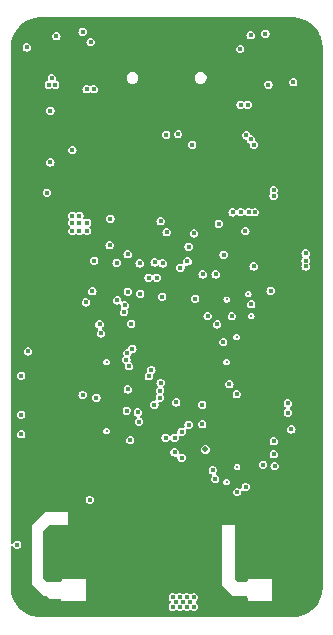
<source format=gbr>
%TF.GenerationSoftware,KiCad,Pcbnew,7.0.9*%
%TF.CreationDate,2024-08-31T07:55:37+08:00*%
%TF.ProjectId,IOT,494f542e-6b69-4636-9164-5f7063625858,rev?*%
%TF.SameCoordinates,Original*%
%TF.FileFunction,Copper,L2,Inr*%
%TF.FilePolarity,Positive*%
%FSLAX46Y46*%
G04 Gerber Fmt 4.6, Leading zero omitted, Abs format (unit mm)*
G04 Created by KiCad (PCBNEW 7.0.9) date 2024-08-31 07:55:37*
%MOMM*%
%LPD*%
G01*
G04 APERTURE LIST*
%TA.AperFunction,ComponentPad*%
%ADD10O,1.000000X2.100000*%
%TD*%
%TA.AperFunction,ComponentPad*%
%ADD11O,1.000000X1.600000*%
%TD*%
%TA.AperFunction,ViaPad*%
%ADD12C,0.450000*%
%TD*%
%TA.AperFunction,ViaPad*%
%ADD13C,0.300000*%
%TD*%
%TA.AperFunction,ViaPad*%
%ADD14C,0.500000*%
%TD*%
G04 APERTURE END LIST*
D10*
%TO.N,GND*%
%TO.C,J1*%
X168150000Y-56470000D03*
D11*
X168150000Y-52290000D03*
D10*
X159510000Y-56470000D03*
D11*
X159510000Y-52290000D03*
%TD*%
D12*
%TO.N,Net-(J4-I{slash}O)*%
X162807627Y-71562487D03*
X163749300Y-86400000D03*
%TO.N,GND*%
X152044400Y-94030800D03*
X175000000Y-73660000D03*
X154228800Y-94157800D03*
D13*
X167436800Y-54229000D03*
D12*
X168224200Y-99212400D03*
X152044400Y-96520000D03*
D13*
X167850000Y-76200000D03*
D12*
X152800000Y-63950000D03*
X167157400Y-99085400D03*
X157700000Y-64250000D03*
X167200000Y-92250000D03*
X158546800Y-93522800D03*
X157505400Y-98983800D03*
D13*
X152069800Y-66370200D03*
D12*
X162700000Y-88550000D03*
X155727400Y-93878400D03*
X170027600Y-96774000D03*
X157505400Y-100914200D03*
X159816800Y-93522800D03*
X168600000Y-69450000D03*
D13*
X157000000Y-83260000D03*
D12*
X153771600Y-94437200D03*
D13*
X161000000Y-83000000D03*
X160450000Y-71600000D03*
D12*
X158191200Y-100914200D03*
D13*
X170103800Y-55803800D03*
D12*
X164820000Y-64179000D03*
X169780000Y-81257500D03*
D13*
X158350000Y-60600000D03*
D12*
X158550000Y-92700000D03*
X167875500Y-74700000D03*
X175437800Y-99009200D03*
X153771600Y-98018600D03*
X173964600Y-101041200D03*
X153873200Y-92303600D03*
X157150000Y-63700000D03*
D13*
X161600000Y-88450000D03*
D12*
X163800000Y-65750000D03*
X167894000Y-98171000D03*
D13*
X166166800Y-54229000D03*
D12*
X154432000Y-98018600D03*
X167843200Y-96469200D03*
X170281600Y-93675200D03*
X157505400Y-97739200D03*
X169570400Y-100304600D03*
X163561896Y-69732685D03*
X168900000Y-91950500D03*
X167600000Y-62400000D03*
X170550000Y-59350000D03*
X167208200Y-100406200D03*
X172085000Y-97155000D03*
X168986200Y-100101400D03*
X158800000Y-67300000D03*
X169824400Y-101142800D03*
D13*
X166700000Y-81650000D03*
X152146000Y-80568800D03*
D12*
X171069000Y-64312800D03*
X155300000Y-64250000D03*
X168122600Y-95478600D03*
X157150000Y-64250000D03*
D13*
X151850000Y-70500000D03*
D12*
X171710000Y-81520000D03*
X155727400Y-93294200D03*
D13*
X166350000Y-71600000D03*
D12*
X158600000Y-69350000D03*
X156133800Y-97129600D03*
X168630600Y-93370400D03*
X175000000Y-76504800D03*
X161036000Y-95326200D03*
X157505400Y-99618800D03*
X158191200Y-100253800D03*
X167106600Y-101142800D03*
X153690000Y-95190000D03*
X167300000Y-67650000D03*
D13*
X175590200Y-53035200D03*
X154150000Y-63750000D03*
D12*
X171069000Y-93675200D03*
X167563800Y-64312800D03*
D13*
X163030000Y-80470000D03*
D12*
X154787600Y-94157800D03*
X163410000Y-61850000D03*
X173950000Y-82570000D03*
X151300000Y-66350000D03*
X169050000Y-62400000D03*
X171650000Y-54350000D03*
D13*
X152350000Y-71050000D03*
D12*
X155727400Y-92760800D03*
D13*
X173456600Y-55295800D03*
D12*
X156464000Y-64254000D03*
X171100000Y-77150000D03*
X160200000Y-61100000D03*
X174670000Y-66060000D03*
X167208863Y-77446797D03*
X169849800Y-93370400D03*
D13*
X151300000Y-71050000D03*
D12*
X152831800Y-99898200D03*
X157700000Y-63700000D03*
X166954200Y-64312800D03*
X155300000Y-64800000D03*
D13*
X176377600Y-54127400D03*
D12*
X158191200Y-98298000D03*
X164600000Y-90400000D03*
X156450000Y-64800000D03*
X157000000Y-78250000D03*
D13*
X166700000Y-82900000D03*
D12*
X174310000Y-80330000D03*
X151300000Y-59750000D03*
X172585500Y-54300000D03*
X157505400Y-97129600D03*
X168122600Y-97586800D03*
X169850000Y-62400000D03*
X155850000Y-64800000D03*
X155850000Y-64250000D03*
D13*
X161696400Y-51866800D03*
D12*
X151300000Y-55850000D03*
D13*
X166350000Y-75900000D03*
D12*
X166375000Y-73875000D03*
D13*
X161315400Y-54229000D03*
D12*
X165600000Y-86450000D03*
X166150000Y-85900000D03*
X174000000Y-55300000D03*
X162100000Y-67250000D03*
X151300000Y-54350000D03*
X167157400Y-96367600D03*
X174660000Y-69040000D03*
D13*
X167550000Y-77220000D03*
D12*
X158191200Y-98983800D03*
D13*
X152750000Y-60100000D03*
D12*
X167843200Y-95935800D03*
X173450000Y-56400000D03*
X173250000Y-72610000D03*
X165120000Y-64510000D03*
D13*
X151300000Y-70500000D03*
D12*
X161050000Y-68800000D03*
X174760000Y-84240000D03*
X163118800Y-97612200D03*
D13*
X163460000Y-80470000D03*
D12*
X167995600Y-100406200D03*
X156895800Y-97129600D03*
X153771600Y-97358200D03*
X170100000Y-61750000D03*
X163446900Y-75510314D03*
X170400000Y-73500000D03*
D13*
X170350000Y-71450000D03*
D12*
X163118800Y-99110800D03*
X171150000Y-59150000D03*
X153873200Y-100507800D03*
X158568609Y-66708398D03*
X163980000Y-63330000D03*
X171720000Y-83270000D03*
D13*
X163880800Y-51866800D03*
X166700000Y-82200000D03*
D12*
X155422600Y-97129600D03*
X168650000Y-61750000D03*
D13*
X176250600Y-91059000D03*
X171100000Y-66200000D03*
D12*
X151950000Y-78450000D03*
D13*
X171450000Y-73500000D03*
D12*
X167157400Y-98526600D03*
X152044400Y-95300800D03*
D13*
X151003000Y-80441800D03*
D12*
X158191200Y-97739200D03*
X170180000Y-100304600D03*
X151300000Y-64150000D03*
D13*
X175260000Y-91059000D03*
D12*
X163150000Y-61350000D03*
X158191200Y-97129600D03*
X153339800Y-100279200D03*
D13*
X162200000Y-81800000D03*
D12*
X173177200Y-100431600D03*
X164650000Y-67500000D03*
X170256200Y-64312800D03*
X171710000Y-84020000D03*
X163118800Y-98425000D03*
X168757600Y-64312800D03*
X153947900Y-53747900D03*
D13*
X156300000Y-86550000D03*
D12*
X151200000Y-78450000D03*
X156500000Y-92700000D03*
X166950000Y-88550000D03*
X174828200Y-100533200D03*
D13*
X169392600Y-56489600D03*
D12*
X166750000Y-86500000D03*
X171450000Y-97155000D03*
D13*
X152350000Y-70500000D03*
D12*
X171831000Y-93675200D03*
X175010000Y-78880000D03*
X151300000Y-58550000D03*
X172350000Y-59150000D03*
X151300000Y-68200000D03*
X160451800Y-93522800D03*
D13*
X152750000Y-60600000D03*
D12*
X163800000Y-65050000D03*
X159181800Y-93522800D03*
X168300000Y-62400000D03*
X163118800Y-96850200D03*
X163850000Y-90300000D03*
X168100000Y-92250000D03*
X173177200Y-99745800D03*
X157250000Y-92700000D03*
X152044400Y-95885000D03*
X163400000Y-62400000D03*
D13*
X169291000Y-60960000D03*
X153300000Y-63950000D03*
D12*
X163118800Y-96037400D03*
X170815000Y-97155000D03*
X175150000Y-55000000D03*
X151130000Y-76426000D03*
X175437800Y-97612200D03*
X168554400Y-99720400D03*
D13*
X158750000Y-82800000D03*
D12*
X157700000Y-64800000D03*
X159842200Y-101117400D03*
D13*
X156300000Y-87500000D03*
X169940000Y-77280000D03*
X170390000Y-77290000D03*
X158950000Y-91750000D03*
D12*
X165450000Y-92250000D03*
X168122600Y-97002600D03*
X173230000Y-70940000D03*
X155651200Y-92202000D03*
X152044400Y-94665800D03*
D13*
X166801800Y-90424000D03*
D12*
X151300000Y-61050000D03*
X151900000Y-76400000D03*
X158851600Y-100253800D03*
X151300000Y-65250000D03*
X152069800Y-99161600D03*
X155346400Y-94157800D03*
D13*
X160400000Y-83200000D03*
X170103800Y-57251600D03*
D12*
X169300000Y-61750000D03*
X167919400Y-98755200D03*
X162150000Y-69334958D03*
X176352200Y-80060800D03*
X170650000Y-62400000D03*
X152069800Y-98018600D03*
X162737800Y-101117400D03*
D13*
X166420800Y-90246200D03*
D12*
X153771600Y-96621600D03*
X175437800Y-99745800D03*
D13*
X166200000Y-84850000D03*
D12*
X168021000Y-93040200D03*
D13*
X158250000Y-91750000D03*
D12*
X173177200Y-101041200D03*
D13*
X167060000Y-80290000D03*
X158750000Y-79250000D03*
D12*
X167182800Y-97434400D03*
X168021000Y-93624400D03*
X154635200Y-97129600D03*
X167182800Y-97942400D03*
X154406600Y-100507800D03*
X173960000Y-81750000D03*
D13*
X163870000Y-78080000D03*
X159050000Y-60600000D03*
D12*
X152450800Y-99542600D03*
X175006000Y-75692000D03*
D13*
X152750000Y-59600000D03*
D12*
X171700000Y-60550000D03*
D13*
X162790000Y-81600000D03*
X171881800Y-86055200D03*
X157000000Y-84300000D03*
D12*
X162400000Y-61350000D03*
D13*
X163576000Y-54229000D03*
D12*
X167157400Y-99695000D03*
X163400000Y-67300000D03*
X166878000Y-93624400D03*
X161620200Y-95326200D03*
X158191200Y-99618800D03*
D13*
X152755600Y-59029600D03*
X167070000Y-79760000D03*
D12*
X170027600Y-97536000D03*
X175437800Y-98323400D03*
X170027600Y-96113600D03*
X173151800Y-97612200D03*
D13*
X167050000Y-85900000D03*
X163430000Y-78080000D03*
D12*
X162850000Y-67250000D03*
X167182800Y-96875600D03*
X171150000Y-88550000D03*
X151300000Y-63150000D03*
X151300000Y-69600000D03*
X162179000Y-95326200D03*
X159800000Y-92700000D03*
X174260000Y-85010000D03*
X167900000Y-69450000D03*
X167894000Y-101142800D03*
D13*
X174701200Y-51841400D03*
D12*
X168910000Y-101142800D03*
X173450000Y-57300000D03*
X157150000Y-64800000D03*
X164850000Y-87050000D03*
X158851600Y-99618800D03*
X166450000Y-88000000D03*
X158851600Y-100914200D03*
X174000000Y-54300000D03*
X169214800Y-93370400D03*
X155300000Y-63700000D03*
D13*
X152750000Y-61200000D03*
X163200000Y-81040000D03*
D12*
X173240000Y-71860000D03*
X151300000Y-68850000D03*
X166200000Y-92250000D03*
X166890000Y-60710000D03*
D13*
X151850000Y-71050000D03*
D12*
X157505400Y-100253800D03*
X175793400Y-59525000D03*
X171750000Y-59150000D03*
X172847000Y-97155000D03*
X158800000Y-75700000D03*
D13*
X159750000Y-60600000D03*
D12*
X152069800Y-98577400D03*
X157505400Y-98298000D03*
X153771600Y-95961200D03*
X155850000Y-63700000D03*
X167157400Y-95808800D03*
X171856400Y-94310200D03*
X156450000Y-63700000D03*
X160934400Y-101117400D03*
D13*
X171800000Y-66200000D03*
D12*
X168198800Y-64312800D03*
X170027600Y-95529400D03*
X174760000Y-83590000D03*
X173177200Y-99034600D03*
X159400000Y-61100000D03*
X172313600Y-60655200D03*
X173177200Y-98323400D03*
X161061400Y-93522800D03*
D13*
X166573200Y-51866800D03*
D12*
%TO.N,Net-(J4-CLK)*%
X163500000Y-71641498D03*
X164500000Y-86400000D03*
%TO.N,Net-(J4-RST)*%
X165000000Y-72000000D03*
X165100000Y-85900000D03*
%TO.N,Net-(J4-VCC)*%
X163322000Y-68070000D03*
X165700000Y-85289000D03*
X165600000Y-71466700D03*
X166150000Y-69100000D03*
X159074491Y-67848349D03*
%TO.N,Net-(U2-PS{slash}SYNC)*%
X154000000Y-63100000D03*
X153700000Y-65654000D03*
%TO.N,+3V8*%
X172450000Y-56500000D03*
X165850000Y-100300000D03*
X165550000Y-100700000D03*
X156450000Y-67600000D03*
X155850000Y-68900000D03*
X164650000Y-100300000D03*
X166150000Y-99900000D03*
X165250000Y-100300000D03*
X166150000Y-100700000D03*
X156450000Y-68200000D03*
X155850000Y-68200000D03*
X165550000Y-99900000D03*
X164950000Y-99900000D03*
X157100000Y-68200000D03*
X157100000Y-68900000D03*
X155850000Y-67600000D03*
X164950000Y-100700000D03*
X164350000Y-99900000D03*
X156450000Y-68900000D03*
X164350000Y-100700000D03*
%TO.N,+3.3V*%
X170053000Y-53492400D03*
D13*
X170750000Y-74250000D03*
D12*
X160300000Y-75200000D03*
X151180800Y-95450600D03*
X159004000Y-70104000D03*
X172900000Y-65450000D03*
X168630000Y-78300000D03*
X172897800Y-65913000D03*
X160750000Y-86599300D03*
X165700000Y-70232685D03*
X157329500Y-91670500D03*
X157400000Y-52900000D03*
D14*
X167100000Y-87400000D03*
D12*
X156720000Y-82780000D03*
X167300000Y-76100000D03*
%TO.N,Net-(D2-K)*%
X163830000Y-69000000D03*
X164648671Y-83404635D03*
%TO.N,VUSB*%
X175600000Y-70800000D03*
X157650000Y-56900000D03*
X175600000Y-71900000D03*
X175600000Y-71400000D03*
X174400000Y-85700000D03*
X157050000Y-56900000D03*
X170100000Y-58200000D03*
X170700000Y-58200000D03*
%TO.N,Net-(D5-K)*%
X154500000Y-52400000D03*
%TO.N,Net-(D6-K)*%
X172200000Y-52200000D03*
%TO.N,+1V8*%
X160528000Y-70866000D03*
D13*
X171000000Y-76100000D03*
X169800000Y-88900000D03*
X168910000Y-80006000D03*
X169750000Y-77850000D03*
X158750000Y-80010000D03*
X168910000Y-90170000D03*
X158750000Y-85850000D03*
D12*
X160550000Y-82310000D03*
X168650000Y-70900000D03*
D13*
X168918000Y-74700000D03*
D12*
%TO.N,BATT*%
X153850000Y-56500000D03*
X170942000Y-61137800D03*
X171300000Y-67300000D03*
X154400000Y-56500000D03*
X154112000Y-55958500D03*
X171221400Y-61595000D03*
X170800000Y-67300000D03*
X170584300Y-60784300D03*
X170100000Y-67300000D03*
X169418000Y-67318000D03*
%TO.N,EN*%
X170500000Y-68900000D03*
X155850000Y-62050000D03*
%TO.N,/Interface/D13*%
X160932796Y-78876118D03*
X171000000Y-75100000D03*
%TO.N,/Interface/SCL*%
X163327711Y-81767711D03*
X170530615Y-90569385D03*
%TO.N,/Interface/SDA*%
X163290000Y-82410000D03*
X169800000Y-91000000D03*
%TO.N,PWRKEY*%
X174550000Y-56300000D03*
X152000000Y-53350000D03*
%TO.N,/Interface/A0*%
X159600000Y-71600000D03*
X160550000Y-74050000D03*
%TO.N,/Interface/A2*%
X157550000Y-74000000D03*
X158274964Y-77562351D03*
%TO.N,/Interface/A3*%
X157000000Y-74950000D03*
X160218470Y-75770708D03*
%TO.N,/BG95/NET_STATUS*%
X168250000Y-68300000D03*
X154000000Y-58700000D03*
%TO.N,Net-(Q3-G)*%
X166000000Y-61600000D03*
%TO.N,Net-(U1-USB_BOOT)*%
X160454502Y-84100700D03*
X157880000Y-83000000D03*
%TO.N,Net-(U1-MAIN_RXD)*%
X152095200Y-79095600D03*
%TO.N,Net-(U1-MAIN_TXD)*%
X151511000Y-81153000D03*
%TO.N,Net-(U1-MAIN_DTR)*%
X157700000Y-71400000D03*
%TO.N,Net-(U1-MAIN_CTS)*%
X151511000Y-84455000D03*
%TO.N,Net-(U1-MAIN_RTS)*%
X151511000Y-86106000D03*
%TO.N,BG95_GPIO1*%
X172000000Y-88700000D03*
%TO.N,BG95_GPIO2*%
X172980000Y-88798500D03*
%TO.N,BG95_GPIO3*%
X172900000Y-87800000D03*
%TO.N,BG95_GPIO4*%
X172900000Y-86700000D03*
%TO.N,BG95_SPI2_SCLK*%
X172640000Y-73970000D03*
%TO.N,BG95_SPI2_CS*%
X171200000Y-71900000D03*
%TO.N,BG95_SPI2_MISO*%
X167980000Y-72566000D03*
%TO.N,BG95_SPI2_MOSI*%
X166880000Y-72566000D03*
%TO.N,BG95_SPI0_CS*%
X162550512Y-80662822D03*
X163000000Y-72850000D03*
%TO.N,BG95_SPI0_SCLK*%
X162300000Y-72850000D03*
X162328680Y-81194936D03*
%TO.N,BG95_SPI0_MOSI*%
X161400700Y-84250000D03*
X161550000Y-71650000D03*
%TO.N,BG95_SPI0_MISO*%
X161600000Y-74199300D03*
X161500000Y-85050000D03*
%TO.N,BG95_I2C1_SCL*%
X163248800Y-83000000D03*
X164500000Y-87649300D03*
%TO.N,BG95_I2C1_SDA*%
X162798100Y-83611326D03*
X165100000Y-88100000D03*
%TO.N,BG95_UART2_TXD*%
X166849300Y-85250000D03*
%TO.N,BG95_UART2_RXD*%
X166849300Y-83600000D03*
%TO.N,BG95_GPIO17*%
X169780000Y-82716000D03*
X167950000Y-89900000D03*
%TO.N,BG95_GPIO18*%
X160650000Y-80349300D03*
%TO.N,BG95_GPIO19*%
X169147430Y-81865748D03*
X167750000Y-89150000D03*
%TO.N,BG95_GPIO20*%
X160431501Y-79816143D03*
%TO.N,BG95_GPIO21*%
X160487588Y-79242375D03*
X159641228Y-74775484D03*
%TO.N,Net-(U10-B3)*%
X163450000Y-74480000D03*
X166250000Y-74650000D03*
%TO.N,Net-(U10-B2)*%
X158150000Y-76800000D03*
X169360700Y-76110700D03*
%TO.N,Net-(U10-B1)*%
X168100000Y-76800000D03*
X160840000Y-76750000D03*
%TO.N,Net-(D5-A)*%
X156718000Y-52044500D03*
%TO.N,Net-(D6-A)*%
X170942000Y-52324000D03*
%TO.N,/BG95/USB_P*%
X163800000Y-60750000D03*
X174100000Y-84300000D03*
%TO.N,/BG95/USB_N*%
X164800000Y-60700000D03*
X174100000Y-83500000D03*
%TD*%
%TA.AperFunction,Conductor*%
%TO.N,GND*%
G36*
X174499737Y-50800598D02*
G01*
X174533041Y-50802467D01*
X174613603Y-50806992D01*
X174785691Y-50817401D01*
X174792297Y-50818160D01*
X174863907Y-50830327D01*
X174928343Y-50841277D01*
X175021462Y-50858340D01*
X175077227Y-50868560D01*
X175083198Y-50869963D01*
X175220032Y-50909384D01*
X175360850Y-50953265D01*
X175366092Y-50955164D01*
X175499420Y-51010391D01*
X175632609Y-51070334D01*
X175637147Y-51072605D01*
X175710221Y-51112991D01*
X175764422Y-51142947D01*
X175764439Y-51142956D01*
X175888935Y-51218217D01*
X175892739Y-51220711D01*
X176010726Y-51304427D01*
X176013072Y-51306176D01*
X176108416Y-51380874D01*
X176126332Y-51394910D01*
X176129409Y-51397486D01*
X176237430Y-51494018D01*
X176239957Y-51496408D01*
X176341590Y-51598041D01*
X176343980Y-51600568D01*
X176440512Y-51708589D01*
X176443088Y-51711666D01*
X176531811Y-51824912D01*
X176533571Y-51827272D01*
X176617287Y-51945259D01*
X176619781Y-51949063D01*
X176695043Y-52073560D01*
X176765393Y-52200851D01*
X176767668Y-52205398D01*
X176827609Y-52338581D01*
X176882831Y-52471899D01*
X176884744Y-52477183D01*
X176904141Y-52539427D01*
X176928631Y-52618021D01*
X176968032Y-52754790D01*
X176969440Y-52760781D01*
X176996722Y-52909656D01*
X177019835Y-53045683D01*
X177020599Y-53052330D01*
X177031012Y-53224475D01*
X177037402Y-53338263D01*
X177037500Y-53341741D01*
X177037500Y-99058258D01*
X177037402Y-99061736D01*
X177031012Y-99175524D01*
X177020599Y-99347668D01*
X177019835Y-99354315D01*
X176996722Y-99490343D01*
X176969440Y-99639217D01*
X176968032Y-99645208D01*
X176928625Y-99782001D01*
X176884744Y-99922815D01*
X176882831Y-99928099D01*
X176827609Y-100061418D01*
X176767668Y-100194600D01*
X176765394Y-100199147D01*
X176695043Y-100326439D01*
X176619781Y-100450936D01*
X176617287Y-100454739D01*
X176533571Y-100572726D01*
X176531811Y-100575086D01*
X176443088Y-100688332D01*
X176440512Y-100691409D01*
X176343980Y-100799430D01*
X176341590Y-100801957D01*
X176239957Y-100903590D01*
X176237430Y-100905980D01*
X176129409Y-101002512D01*
X176126332Y-101005088D01*
X176013086Y-101093811D01*
X176010726Y-101095571D01*
X175892739Y-101179287D01*
X175888936Y-101181781D01*
X175764439Y-101257043D01*
X175637147Y-101327394D01*
X175632600Y-101329668D01*
X175499418Y-101389609D01*
X175366099Y-101444831D01*
X175360815Y-101446744D01*
X175243231Y-101483385D01*
X175219990Y-101490627D01*
X175083208Y-101530032D01*
X175077217Y-101531440D01*
X174928343Y-101558722D01*
X174792315Y-101581835D01*
X174785668Y-101582599D01*
X174613524Y-101593012D01*
X174499736Y-101599402D01*
X174496258Y-101599500D01*
X153163742Y-101599500D01*
X153160265Y-101599402D01*
X153046475Y-101593012D01*
X152874330Y-101582599D01*
X152867683Y-101581835D01*
X152731656Y-101558722D01*
X152582781Y-101531440D01*
X152576790Y-101530032D01*
X152440021Y-101490631D01*
X152372634Y-101469633D01*
X152299183Y-101446744D01*
X152293899Y-101444831D01*
X152160581Y-101389609D01*
X152027398Y-101329668D01*
X152022851Y-101327393D01*
X151895560Y-101257043D01*
X151771063Y-101181781D01*
X151767259Y-101179287D01*
X151649272Y-101095571D01*
X151646912Y-101093811D01*
X151533666Y-101005088D01*
X151530589Y-101002512D01*
X151422568Y-100905980D01*
X151420041Y-100903590D01*
X151318408Y-100801957D01*
X151316018Y-100799430D01*
X151227165Y-100700002D01*
X163993106Y-100700002D01*
X164010572Y-100810281D01*
X164010573Y-100810284D01*
X164010574Y-100810286D01*
X164061267Y-100909777D01*
X164061268Y-100909778D01*
X164061271Y-100909782D01*
X164140217Y-100988728D01*
X164140221Y-100988731D01*
X164140223Y-100988733D01*
X164239714Y-101039426D01*
X164239716Y-101039426D01*
X164239718Y-101039427D01*
X164349998Y-101056894D01*
X164350000Y-101056894D01*
X164350002Y-101056894D01*
X164460281Y-101039427D01*
X164460281Y-101039426D01*
X164460286Y-101039426D01*
X164559777Y-100988733D01*
X164562316Y-100986193D01*
X164566163Y-100984092D01*
X164567676Y-100982994D01*
X164567817Y-100983189D01*
X164623635Y-100952707D01*
X164693327Y-100957688D01*
X164737683Y-100986193D01*
X164740223Y-100988733D01*
X164839714Y-101039426D01*
X164839716Y-101039426D01*
X164839718Y-101039427D01*
X164949998Y-101056894D01*
X164950000Y-101056894D01*
X164950002Y-101056894D01*
X165060281Y-101039427D01*
X165060281Y-101039426D01*
X165060286Y-101039426D01*
X165159777Y-100988733D01*
X165162316Y-100986193D01*
X165166163Y-100984092D01*
X165167676Y-100982994D01*
X165167817Y-100983189D01*
X165223635Y-100952707D01*
X165293327Y-100957688D01*
X165337683Y-100986193D01*
X165340223Y-100988733D01*
X165439714Y-101039426D01*
X165439716Y-101039426D01*
X165439718Y-101039427D01*
X165549998Y-101056894D01*
X165550000Y-101056894D01*
X165550002Y-101056894D01*
X165660281Y-101039427D01*
X165660281Y-101039426D01*
X165660286Y-101039426D01*
X165759777Y-100988733D01*
X165762316Y-100986193D01*
X165766163Y-100984092D01*
X165767676Y-100982994D01*
X165767817Y-100983189D01*
X165823635Y-100952707D01*
X165893327Y-100957688D01*
X165937683Y-100986193D01*
X165940223Y-100988733D01*
X166039714Y-101039426D01*
X166039716Y-101039426D01*
X166039718Y-101039427D01*
X166149998Y-101056894D01*
X166150000Y-101056894D01*
X166150002Y-101056894D01*
X166260281Y-101039427D01*
X166260281Y-101039426D01*
X166260286Y-101039426D01*
X166359777Y-100988733D01*
X166438733Y-100909777D01*
X166489426Y-100810286D01*
X166490745Y-100801957D01*
X166506894Y-100700002D01*
X166506894Y-100699997D01*
X166489427Y-100589718D01*
X166489426Y-100589716D01*
X166489426Y-100589714D01*
X166438733Y-100490223D01*
X166438731Y-100490221D01*
X166438728Y-100490217D01*
X166359782Y-100411271D01*
X166359778Y-100411268D01*
X166359777Y-100411267D01*
X166359775Y-100411266D01*
X166359771Y-100411263D01*
X166358236Y-100410481D01*
X166356708Y-100409038D01*
X166351885Y-100405534D01*
X166352338Y-100404910D01*
X166307442Y-100362505D01*
X166290649Y-100294683D01*
X166313189Y-100228549D01*
X166352134Y-100194809D01*
X166351885Y-100194466D01*
X166355881Y-100191562D01*
X166358248Y-100189511D01*
X166359777Y-100188733D01*
X166438733Y-100109777D01*
X166489426Y-100010286D01*
X166499925Y-99944000D01*
X166506894Y-99900002D01*
X166506894Y-99899997D01*
X166489427Y-99789718D01*
X166489426Y-99789716D01*
X166489426Y-99789714D01*
X166438733Y-99690223D01*
X166438731Y-99690221D01*
X166438728Y-99690217D01*
X166359782Y-99611271D01*
X166359778Y-99611268D01*
X166359777Y-99611267D01*
X166260286Y-99560574D01*
X166260284Y-99560573D01*
X166260281Y-99560572D01*
X166150002Y-99543106D01*
X166149998Y-99543106D01*
X166039718Y-99560572D01*
X165940221Y-99611268D01*
X165940217Y-99611271D01*
X165937681Y-99613808D01*
X165933836Y-99615907D01*
X165932324Y-99617006D01*
X165932182Y-99616810D01*
X165876358Y-99647293D01*
X165806666Y-99642309D01*
X165762319Y-99613808D01*
X165759782Y-99611271D01*
X165759778Y-99611268D01*
X165759777Y-99611267D01*
X165660286Y-99560574D01*
X165660284Y-99560573D01*
X165660281Y-99560572D01*
X165550002Y-99543106D01*
X165549998Y-99543106D01*
X165439718Y-99560572D01*
X165340221Y-99611268D01*
X165340217Y-99611271D01*
X165337681Y-99613808D01*
X165333836Y-99615907D01*
X165332324Y-99617006D01*
X165332182Y-99616810D01*
X165276358Y-99647293D01*
X165206666Y-99642309D01*
X165162319Y-99613808D01*
X165159782Y-99611271D01*
X165159778Y-99611268D01*
X165159777Y-99611267D01*
X165060286Y-99560574D01*
X165060284Y-99560573D01*
X165060281Y-99560572D01*
X164950002Y-99543106D01*
X164949998Y-99543106D01*
X164839718Y-99560572D01*
X164740221Y-99611268D01*
X164740217Y-99611271D01*
X164737681Y-99613808D01*
X164733836Y-99615907D01*
X164732324Y-99617006D01*
X164732182Y-99616810D01*
X164676358Y-99647293D01*
X164606666Y-99642309D01*
X164562319Y-99613808D01*
X164559782Y-99611271D01*
X164559778Y-99611268D01*
X164559777Y-99611267D01*
X164460286Y-99560574D01*
X164460284Y-99560573D01*
X164460281Y-99560572D01*
X164350002Y-99543106D01*
X164349998Y-99543106D01*
X164239718Y-99560572D01*
X164140221Y-99611268D01*
X164140217Y-99611271D01*
X164061271Y-99690217D01*
X164061268Y-99690221D01*
X164061267Y-99690223D01*
X164023468Y-99764409D01*
X164010572Y-99789718D01*
X163993106Y-99899997D01*
X163993106Y-99900002D01*
X164010572Y-100010281D01*
X164010573Y-100010284D01*
X164010574Y-100010286D01*
X164036627Y-100061418D01*
X164061268Y-100109778D01*
X164061271Y-100109782D01*
X164140218Y-100188729D01*
X164140220Y-100188730D01*
X164140223Y-100188733D01*
X164141754Y-100189513D01*
X164143277Y-100190951D01*
X164148115Y-100194466D01*
X164147660Y-100195090D01*
X164192550Y-100237481D01*
X164209351Y-100305300D01*
X164186818Y-100371437D01*
X164147867Y-100405193D01*
X164148115Y-100405534D01*
X164144150Y-100408413D01*
X164141768Y-100410479D01*
X164140227Y-100411263D01*
X164140217Y-100411271D01*
X164061271Y-100490217D01*
X164061268Y-100490221D01*
X164010572Y-100589718D01*
X163993106Y-100699997D01*
X163993106Y-100700002D01*
X151227165Y-100700002D01*
X151219486Y-100691409D01*
X151216910Y-100688332D01*
X151202874Y-100670416D01*
X151128176Y-100575072D01*
X151126427Y-100572726D01*
X151042711Y-100454739D01*
X151040217Y-100450935D01*
X150964956Y-100326439D01*
X150894605Y-100199147D01*
X150892330Y-100194600D01*
X150890039Y-100189510D01*
X150832387Y-100061411D01*
X150811210Y-100010286D01*
X150777164Y-99928092D01*
X150775265Y-99922850D01*
X150731375Y-99782001D01*
X150691963Y-99645198D01*
X150690560Y-99639227D01*
X150676146Y-99560572D01*
X150663277Y-99490343D01*
X150652327Y-99425907D01*
X150640160Y-99354297D01*
X150639401Y-99347691D01*
X150628992Y-99175603D01*
X150624626Y-99097867D01*
X150622598Y-99061736D01*
X150622500Y-99058259D01*
X150622500Y-98830000D01*
X152440000Y-98830000D01*
X153400000Y-99790000D01*
X153628638Y-99790000D01*
X153695677Y-99809685D01*
X153716319Y-99826319D01*
X153970000Y-100080000D01*
X154809000Y-100080000D01*
X154876039Y-100099685D01*
X154921794Y-100152489D01*
X154933000Y-100204000D01*
X154933000Y-100264000D01*
X157023000Y-100264000D01*
X157023000Y-98364000D01*
X154933000Y-98364000D01*
X154933000Y-98466000D01*
X154913315Y-98533039D01*
X154860511Y-98578794D01*
X154809000Y-98590000D01*
X153721362Y-98590000D01*
X153654323Y-98570315D01*
X153633681Y-98553681D01*
X153436319Y-98356319D01*
X153402834Y-98294996D01*
X153400000Y-98268638D01*
X153400000Y-94341362D01*
X153419685Y-94274323D01*
X153436319Y-94253681D01*
X153823681Y-93866319D01*
X153885004Y-93832834D01*
X153911362Y-93830000D01*
X155430000Y-93830000D01*
X155450000Y-93810000D01*
X155450000Y-93780000D01*
X168520000Y-93780000D01*
X168520000Y-98880000D01*
X169460000Y-99820000D01*
X170557000Y-99820000D01*
X170624039Y-99839685D01*
X170669794Y-99892489D01*
X170681000Y-99944000D01*
X170681000Y-100264000D01*
X172771000Y-100264000D01*
X172771000Y-98364000D01*
X170681000Y-98364000D01*
X170681000Y-98476000D01*
X170661315Y-98543039D01*
X170608511Y-98588794D01*
X170557000Y-98600000D01*
X169851362Y-98600000D01*
X169784323Y-98580315D01*
X169763681Y-98563681D01*
X169666319Y-98466319D01*
X169632834Y-98404996D01*
X169630000Y-98378638D01*
X169630000Y-93780000D01*
X168520000Y-93780000D01*
X155450000Y-93780000D01*
X155450000Y-92700000D01*
X153510000Y-92700000D01*
X153509999Y-92700000D01*
X152440000Y-93769999D01*
X152440000Y-93770000D01*
X152440000Y-98830000D01*
X150622500Y-98830000D01*
X150622500Y-95647817D01*
X150642185Y-95580778D01*
X150694989Y-95535023D01*
X150764147Y-95525079D01*
X150827703Y-95554104D01*
X150856982Y-95591520D01*
X150877959Y-95632690D01*
X150892066Y-95660376D01*
X150892071Y-95660382D01*
X150971017Y-95739328D01*
X150971021Y-95739331D01*
X150971023Y-95739333D01*
X151070514Y-95790026D01*
X151070516Y-95790026D01*
X151070518Y-95790027D01*
X151180798Y-95807494D01*
X151180800Y-95807494D01*
X151180802Y-95807494D01*
X151291081Y-95790027D01*
X151291081Y-95790026D01*
X151291086Y-95790026D01*
X151390577Y-95739333D01*
X151469533Y-95660377D01*
X151520226Y-95560886D01*
X151521300Y-95554104D01*
X151537694Y-95450602D01*
X151537694Y-95450597D01*
X151520227Y-95340318D01*
X151520226Y-95340316D01*
X151520226Y-95340314D01*
X151469533Y-95240823D01*
X151469531Y-95240821D01*
X151469528Y-95240817D01*
X151390582Y-95161871D01*
X151390578Y-95161868D01*
X151390577Y-95161867D01*
X151291086Y-95111174D01*
X151291084Y-95111173D01*
X151291081Y-95111172D01*
X151180802Y-95093706D01*
X151180798Y-95093706D01*
X151070518Y-95111172D01*
X150971021Y-95161868D01*
X150971017Y-95161871D01*
X150892071Y-95240817D01*
X150892068Y-95240821D01*
X150892067Y-95240823D01*
X150856983Y-95309678D01*
X150809011Y-95360473D01*
X150741190Y-95377268D01*
X150675055Y-95354731D01*
X150631603Y-95300016D01*
X150622500Y-95253382D01*
X150622500Y-91670502D01*
X156972606Y-91670502D01*
X156990072Y-91780781D01*
X156990073Y-91780784D01*
X156990074Y-91780786D01*
X157040767Y-91880277D01*
X157040768Y-91880278D01*
X157040771Y-91880282D01*
X157119717Y-91959228D01*
X157119721Y-91959231D01*
X157119723Y-91959233D01*
X157219214Y-92009926D01*
X157219216Y-92009926D01*
X157219218Y-92009927D01*
X157329498Y-92027394D01*
X157329500Y-92027394D01*
X157329502Y-92027394D01*
X157439781Y-92009927D01*
X157439781Y-92009926D01*
X157439786Y-92009926D01*
X157539277Y-91959233D01*
X157618233Y-91880277D01*
X157668926Y-91780786D01*
X157686394Y-91670500D01*
X157668926Y-91560214D01*
X157618233Y-91460723D01*
X157618231Y-91460721D01*
X157618228Y-91460717D01*
X157539282Y-91381771D01*
X157539278Y-91381768D01*
X157539277Y-91381767D01*
X157439786Y-91331074D01*
X157439784Y-91331073D01*
X157439781Y-91331072D01*
X157329502Y-91313606D01*
X157329498Y-91313606D01*
X157219218Y-91331072D01*
X157119721Y-91381768D01*
X157119717Y-91381771D01*
X157040771Y-91460717D01*
X157040768Y-91460721D01*
X156990072Y-91560218D01*
X156972606Y-91670497D01*
X156972606Y-91670502D01*
X150622500Y-91670502D01*
X150622500Y-91000002D01*
X169443106Y-91000002D01*
X169460572Y-91110281D01*
X169460573Y-91110284D01*
X169460574Y-91110286D01*
X169511267Y-91209777D01*
X169511268Y-91209778D01*
X169511271Y-91209782D01*
X169590217Y-91288728D01*
X169590221Y-91288731D01*
X169590223Y-91288733D01*
X169689714Y-91339426D01*
X169689716Y-91339426D01*
X169689718Y-91339427D01*
X169799998Y-91356894D01*
X169800000Y-91356894D01*
X169800002Y-91356894D01*
X169910281Y-91339427D01*
X169910281Y-91339426D01*
X169910286Y-91339426D01*
X170009777Y-91288733D01*
X170088733Y-91209777D01*
X170139426Y-91110286D01*
X170156894Y-91000000D01*
X170156128Y-90995164D01*
X170165082Y-90925871D01*
X170210077Y-90872419D01*
X170276828Y-90851778D01*
X170334892Y-90865279D01*
X170420329Y-90908811D01*
X170420331Y-90908811D01*
X170420333Y-90908812D01*
X170530613Y-90926279D01*
X170530615Y-90926279D01*
X170530617Y-90926279D01*
X170640896Y-90908812D01*
X170640896Y-90908811D01*
X170640901Y-90908811D01*
X170740392Y-90858118D01*
X170819348Y-90779162D01*
X170870041Y-90679671D01*
X170875767Y-90643519D01*
X170887509Y-90569387D01*
X170887509Y-90569382D01*
X170870042Y-90459103D01*
X170870041Y-90459101D01*
X170870041Y-90459099D01*
X170819348Y-90359608D01*
X170819346Y-90359606D01*
X170819343Y-90359602D01*
X170740397Y-90280656D01*
X170740393Y-90280653D01*
X170740392Y-90280652D01*
X170640901Y-90229959D01*
X170640899Y-90229958D01*
X170640896Y-90229957D01*
X170530617Y-90212491D01*
X170530613Y-90212491D01*
X170420333Y-90229957D01*
X170320836Y-90280653D01*
X170320832Y-90280656D01*
X170241886Y-90359602D01*
X170241883Y-90359606D01*
X170191187Y-90459103D01*
X170173721Y-90569382D01*
X170173721Y-90569388D01*
X170174487Y-90574226D01*
X170165529Y-90643519D01*
X170120531Y-90696969D01*
X170053779Y-90717606D01*
X169995719Y-90704104D01*
X169910283Y-90660572D01*
X169800002Y-90643106D01*
X169799998Y-90643106D01*
X169689718Y-90660572D01*
X169590221Y-90711268D01*
X169590217Y-90711271D01*
X169511271Y-90790217D01*
X169511268Y-90790221D01*
X169460572Y-90889718D01*
X169443106Y-90999997D01*
X169443106Y-91000002D01*
X150622500Y-91000002D01*
X150622500Y-89150002D01*
X167393106Y-89150002D01*
X167410572Y-89260281D01*
X167410573Y-89260284D01*
X167410574Y-89260286D01*
X167461267Y-89359777D01*
X167461268Y-89359778D01*
X167461271Y-89359782D01*
X167540217Y-89438728D01*
X167540221Y-89438731D01*
X167540223Y-89438733D01*
X167634943Y-89486995D01*
X167685738Y-89534968D01*
X167702533Y-89602789D01*
X167679996Y-89668924D01*
X167666332Y-89685157D01*
X167661268Y-89690221D01*
X167610572Y-89789718D01*
X167593106Y-89899997D01*
X167593106Y-89900002D01*
X167610572Y-90010281D01*
X167610573Y-90010284D01*
X167610574Y-90010286D01*
X167642706Y-90073348D01*
X167661268Y-90109778D01*
X167661271Y-90109782D01*
X167740217Y-90188728D01*
X167740221Y-90188731D01*
X167740223Y-90188733D01*
X167839714Y-90239426D01*
X167839716Y-90239426D01*
X167839718Y-90239427D01*
X167949998Y-90256894D01*
X167950000Y-90256894D01*
X167950002Y-90256894D01*
X168060281Y-90239427D01*
X168060281Y-90239426D01*
X168060286Y-90239426D01*
X168159777Y-90188733D01*
X168178510Y-90170000D01*
X168627407Y-90170000D01*
X168644448Y-90266649D01*
X168644450Y-90266654D01*
X168693521Y-90351648D01*
X168768697Y-90414729D01*
X168768700Y-90414730D01*
X168768703Y-90414733D01*
X168860928Y-90448300D01*
X168860930Y-90448300D01*
X168959070Y-90448300D01*
X168959072Y-90448300D01*
X169051297Y-90414733D01*
X169126479Y-90351647D01*
X169175551Y-90266652D01*
X169192593Y-90170000D01*
X169175551Y-90073348D01*
X169126479Y-89988353D01*
X169126478Y-89988351D01*
X169051302Y-89925270D01*
X169051298Y-89925268D01*
X169051297Y-89925267D01*
X168959072Y-89891700D01*
X168860928Y-89891700D01*
X168768704Y-89925267D01*
X168768703Y-89925267D01*
X168768702Y-89925268D01*
X168693523Y-89988351D01*
X168693518Y-89988356D01*
X168644450Y-90073345D01*
X168644448Y-90073350D01*
X168627407Y-90169999D01*
X168627407Y-90170000D01*
X168178510Y-90170000D01*
X168238733Y-90109777D01*
X168289426Y-90010286D01*
X168289427Y-90010281D01*
X168306894Y-89900002D01*
X168306894Y-89899997D01*
X168289427Y-89789718D01*
X168289426Y-89789716D01*
X168289426Y-89789714D01*
X168238733Y-89690223D01*
X168238731Y-89690221D01*
X168238728Y-89690217D01*
X168159782Y-89611271D01*
X168159779Y-89611269D01*
X168159777Y-89611267D01*
X168065056Y-89563004D01*
X168014261Y-89515030D01*
X167997466Y-89447209D01*
X168020004Y-89381074D01*
X168033668Y-89364841D01*
X168038733Y-89359777D01*
X168089426Y-89260286D01*
X168106894Y-89150000D01*
X168106059Y-89144729D01*
X168089427Y-89039718D01*
X168089426Y-89039716D01*
X168089426Y-89039714D01*
X168038733Y-88940223D01*
X168038731Y-88940221D01*
X168038728Y-88940217D01*
X167998511Y-88900000D01*
X169517407Y-88900000D01*
X169534448Y-88996649D01*
X169534450Y-88996654D01*
X169583521Y-89081648D01*
X169658697Y-89144729D01*
X169658700Y-89144730D01*
X169658703Y-89144733D01*
X169750928Y-89178300D01*
X169750930Y-89178300D01*
X169849070Y-89178300D01*
X169849072Y-89178300D01*
X169941297Y-89144733D01*
X170009825Y-89087231D01*
X170016478Y-89081648D01*
X170030770Y-89056894D01*
X170065551Y-88996652D01*
X170082593Y-88900000D01*
X170065551Y-88803348D01*
X170016479Y-88718353D01*
X170016478Y-88718351D01*
X169994611Y-88700002D01*
X171643106Y-88700002D01*
X171660572Y-88810281D01*
X171660573Y-88810284D01*
X171660574Y-88810286D01*
X171711267Y-88909777D01*
X171711268Y-88909778D01*
X171711271Y-88909782D01*
X171790217Y-88988728D01*
X171790221Y-88988731D01*
X171790223Y-88988733D01*
X171889714Y-89039426D01*
X171889716Y-89039426D01*
X171889718Y-89039427D01*
X171999998Y-89056894D01*
X172000000Y-89056894D01*
X172000002Y-89056894D01*
X172110281Y-89039427D01*
X172110281Y-89039426D01*
X172110286Y-89039426D01*
X172209777Y-88988733D01*
X172288733Y-88909777D01*
X172339426Y-88810286D01*
X172340525Y-88803348D01*
X172341293Y-88798502D01*
X172623106Y-88798502D01*
X172640572Y-88908781D01*
X172640573Y-88908784D01*
X172640574Y-88908786D01*
X172685344Y-88996652D01*
X172691268Y-89008278D01*
X172691271Y-89008282D01*
X172770217Y-89087228D01*
X172770221Y-89087231D01*
X172770223Y-89087233D01*
X172869714Y-89137926D01*
X172869716Y-89137926D01*
X172869718Y-89137927D01*
X172979998Y-89155394D01*
X172980000Y-89155394D01*
X172980002Y-89155394D01*
X173090281Y-89137927D01*
X173090281Y-89137926D01*
X173090286Y-89137926D01*
X173189777Y-89087233D01*
X173268733Y-89008277D01*
X173319426Y-88908786D01*
X173326952Y-88861271D01*
X173336894Y-88798502D01*
X173336894Y-88798497D01*
X173319427Y-88688218D01*
X173319426Y-88688216D01*
X173319426Y-88688214D01*
X173268733Y-88588723D01*
X173268731Y-88588721D01*
X173268728Y-88588717D01*
X173189782Y-88509771D01*
X173189778Y-88509768D01*
X173189777Y-88509767D01*
X173090286Y-88459074D01*
X173090284Y-88459073D01*
X173090281Y-88459072D01*
X172980002Y-88441606D01*
X172979998Y-88441606D01*
X172869718Y-88459072D01*
X172770221Y-88509768D01*
X172770217Y-88509771D01*
X172691271Y-88588717D01*
X172691268Y-88588721D01*
X172640572Y-88688218D01*
X172623106Y-88798497D01*
X172623106Y-88798502D01*
X172341293Y-88798502D01*
X172356894Y-88700002D01*
X172356894Y-88699997D01*
X172339427Y-88589718D01*
X172339426Y-88589716D01*
X172339426Y-88589714D01*
X172288733Y-88490223D01*
X172288731Y-88490221D01*
X172288728Y-88490217D01*
X172209782Y-88411271D01*
X172209778Y-88411268D01*
X172209777Y-88411267D01*
X172110286Y-88360574D01*
X172110284Y-88360573D01*
X172110281Y-88360572D01*
X172000002Y-88343106D01*
X171999998Y-88343106D01*
X171889718Y-88360572D01*
X171790221Y-88411268D01*
X171790217Y-88411271D01*
X171711271Y-88490217D01*
X171711268Y-88490221D01*
X171660572Y-88589718D01*
X171643106Y-88699997D01*
X171643106Y-88700002D01*
X169994611Y-88700002D01*
X169941302Y-88655270D01*
X169941298Y-88655268D01*
X169941297Y-88655267D01*
X169849072Y-88621700D01*
X169750928Y-88621700D01*
X169658704Y-88655267D01*
X169658703Y-88655267D01*
X169658702Y-88655268D01*
X169583523Y-88718351D01*
X169583518Y-88718356D01*
X169534450Y-88803345D01*
X169534448Y-88803350D01*
X169517407Y-88899999D01*
X169517407Y-88900000D01*
X167998511Y-88900000D01*
X167959782Y-88861271D01*
X167959778Y-88861268D01*
X167959777Y-88861267D01*
X167860286Y-88810574D01*
X167860284Y-88810573D01*
X167860281Y-88810572D01*
X167750002Y-88793106D01*
X167749998Y-88793106D01*
X167639718Y-88810572D01*
X167540221Y-88861268D01*
X167540217Y-88861271D01*
X167461271Y-88940217D01*
X167461268Y-88940221D01*
X167410572Y-89039718D01*
X167393106Y-89149997D01*
X167393106Y-89150002D01*
X150622500Y-89150002D01*
X150622500Y-87649302D01*
X164143106Y-87649302D01*
X164160572Y-87759581D01*
X164160573Y-87759584D01*
X164160574Y-87759586D01*
X164186909Y-87811271D01*
X164211268Y-87859078D01*
X164211271Y-87859082D01*
X164290217Y-87938028D01*
X164290221Y-87938031D01*
X164290223Y-87938033D01*
X164389714Y-87988726D01*
X164389716Y-87988726D01*
X164389718Y-87988727D01*
X164499998Y-88006194D01*
X164500000Y-88006194D01*
X164500001Y-88006194D01*
X164528219Y-88001724D01*
X164600189Y-87990325D01*
X164669482Y-87999279D01*
X164722934Y-88044275D01*
X164742060Y-88093400D01*
X164760572Y-88210281D01*
X164760573Y-88210284D01*
X164760574Y-88210286D01*
X164811267Y-88309777D01*
X164811268Y-88309778D01*
X164811271Y-88309782D01*
X164890217Y-88388728D01*
X164890221Y-88388731D01*
X164890223Y-88388733D01*
X164989714Y-88439426D01*
X164989716Y-88439426D01*
X164989718Y-88439427D01*
X165099998Y-88456894D01*
X165100000Y-88456894D01*
X165100002Y-88456894D01*
X165210281Y-88439427D01*
X165210281Y-88439426D01*
X165210286Y-88439426D01*
X165309777Y-88388733D01*
X165388733Y-88309777D01*
X165439426Y-88210286D01*
X165447883Y-88156894D01*
X165456894Y-88100002D01*
X165456894Y-88099997D01*
X165439427Y-87989718D01*
X165439426Y-87989716D01*
X165439426Y-87989714D01*
X165388733Y-87890223D01*
X165388731Y-87890221D01*
X165388728Y-87890217D01*
X165309782Y-87811271D01*
X165309778Y-87811268D01*
X165309777Y-87811267D01*
X165287668Y-87800002D01*
X172543106Y-87800002D01*
X172560572Y-87910281D01*
X172560573Y-87910284D01*
X172560574Y-87910286D01*
X172611267Y-88009777D01*
X172611268Y-88009778D01*
X172611271Y-88009782D01*
X172690217Y-88088728D01*
X172690221Y-88088731D01*
X172690223Y-88088733D01*
X172789714Y-88139426D01*
X172789716Y-88139426D01*
X172789718Y-88139427D01*
X172899998Y-88156894D01*
X172900000Y-88156894D01*
X172900002Y-88156894D01*
X173010281Y-88139427D01*
X173010281Y-88139426D01*
X173010286Y-88139426D01*
X173109777Y-88088733D01*
X173188733Y-88009777D01*
X173239426Y-87910286D01*
X173255109Y-87811271D01*
X173256894Y-87800002D01*
X173256894Y-87799997D01*
X173239427Y-87689718D01*
X173239426Y-87689716D01*
X173239426Y-87689714D01*
X173188733Y-87590223D01*
X173188731Y-87590221D01*
X173188728Y-87590217D01*
X173109782Y-87511271D01*
X173109778Y-87511268D01*
X173109777Y-87511267D01*
X173010286Y-87460574D01*
X173010284Y-87460573D01*
X173010281Y-87460572D01*
X172900002Y-87443106D01*
X172899998Y-87443106D01*
X172789718Y-87460572D01*
X172690221Y-87511268D01*
X172690217Y-87511271D01*
X172611271Y-87590217D01*
X172611268Y-87590221D01*
X172560572Y-87689718D01*
X172543106Y-87799997D01*
X172543106Y-87800002D01*
X165287668Y-87800002D01*
X165210286Y-87760574D01*
X165210284Y-87760573D01*
X165210281Y-87760572D01*
X165100002Y-87743106D01*
X165099998Y-87743106D01*
X164999810Y-87758974D01*
X164930516Y-87750019D01*
X164877064Y-87705023D01*
X164857939Y-87655898D01*
X164839427Y-87539018D01*
X164839426Y-87539016D01*
X164839426Y-87539014D01*
X164788733Y-87439523D01*
X164788731Y-87439521D01*
X164788728Y-87439517D01*
X164749214Y-87400003D01*
X166717794Y-87400003D01*
X166736498Y-87518104D01*
X166736498Y-87518105D01*
X166790790Y-87624657D01*
X166875342Y-87709209D01*
X166875344Y-87709210D01*
X166875345Y-87709211D01*
X166981892Y-87763500D01*
X166981893Y-87763500D01*
X166981895Y-87763501D01*
X167099997Y-87782206D01*
X167100000Y-87782206D01*
X167100003Y-87782206D01*
X167218104Y-87763501D01*
X167218105Y-87763501D01*
X167218106Y-87763500D01*
X167218108Y-87763500D01*
X167324655Y-87709211D01*
X167409211Y-87624655D01*
X167463500Y-87518108D01*
X167463500Y-87518106D01*
X167463501Y-87518105D01*
X167463501Y-87518104D01*
X167482206Y-87400003D01*
X167482206Y-87399996D01*
X167463501Y-87281895D01*
X167463501Y-87281894D01*
X167409209Y-87175342D01*
X167324657Y-87090790D01*
X167223852Y-87039427D01*
X167218108Y-87036500D01*
X167218107Y-87036499D01*
X167218104Y-87036498D01*
X167100003Y-87017794D01*
X167099997Y-87017794D01*
X166981895Y-87036498D01*
X166981894Y-87036498D01*
X166875342Y-87090790D01*
X166790790Y-87175342D01*
X166736498Y-87281894D01*
X166736498Y-87281895D01*
X166717794Y-87399996D01*
X166717794Y-87400003D01*
X164749214Y-87400003D01*
X164709782Y-87360571D01*
X164709778Y-87360568D01*
X164709777Y-87360567D01*
X164610286Y-87309874D01*
X164610284Y-87309873D01*
X164610281Y-87309872D01*
X164500002Y-87292406D01*
X164499998Y-87292406D01*
X164389718Y-87309872D01*
X164290221Y-87360568D01*
X164290217Y-87360571D01*
X164211271Y-87439517D01*
X164211268Y-87439521D01*
X164160572Y-87539018D01*
X164143106Y-87649297D01*
X164143106Y-87649302D01*
X150622500Y-87649302D01*
X150622500Y-86599302D01*
X160393106Y-86599302D01*
X160410572Y-86709581D01*
X160410573Y-86709584D01*
X160410574Y-86709586D01*
X160425779Y-86739427D01*
X160461268Y-86809078D01*
X160461271Y-86809082D01*
X160540217Y-86888028D01*
X160540221Y-86888031D01*
X160540223Y-86888033D01*
X160639714Y-86938726D01*
X160639716Y-86938726D01*
X160639718Y-86938727D01*
X160749998Y-86956194D01*
X160750000Y-86956194D01*
X160750002Y-86956194D01*
X160860281Y-86938727D01*
X160860281Y-86938726D01*
X160860286Y-86938726D01*
X160959777Y-86888033D01*
X161038733Y-86809077D01*
X161089426Y-86709586D01*
X161090944Y-86700002D01*
X161106894Y-86599302D01*
X161106894Y-86599297D01*
X161089427Y-86489018D01*
X161089426Y-86489016D01*
X161089426Y-86489014D01*
X161044072Y-86400002D01*
X163392406Y-86400002D01*
X163409872Y-86510281D01*
X163409873Y-86510284D01*
X163409874Y-86510286D01*
X163455229Y-86599300D01*
X163460568Y-86609778D01*
X163460571Y-86609782D01*
X163539517Y-86688728D01*
X163539521Y-86688731D01*
X163539523Y-86688733D01*
X163639014Y-86739426D01*
X163639016Y-86739426D01*
X163639018Y-86739427D01*
X163749298Y-86756894D01*
X163749300Y-86756894D01*
X163749302Y-86756894D01*
X163859581Y-86739427D01*
X163859581Y-86739426D01*
X163859586Y-86739426D01*
X163959077Y-86688733D01*
X163959082Y-86688728D01*
X164036969Y-86610842D01*
X164098292Y-86577357D01*
X164167984Y-86582341D01*
X164212331Y-86610842D01*
X164290217Y-86688728D01*
X164290221Y-86688731D01*
X164290223Y-86688733D01*
X164389714Y-86739426D01*
X164389716Y-86739426D01*
X164389718Y-86739427D01*
X164499998Y-86756894D01*
X164500000Y-86756894D01*
X164500002Y-86756894D01*
X164610281Y-86739427D01*
X164610281Y-86739426D01*
X164610286Y-86739426D01*
X164687660Y-86700002D01*
X172543106Y-86700002D01*
X172560572Y-86810281D01*
X172560573Y-86810284D01*
X172560574Y-86810286D01*
X172600187Y-86888031D01*
X172611268Y-86909778D01*
X172611271Y-86909782D01*
X172690217Y-86988728D01*
X172690221Y-86988731D01*
X172690223Y-86988733D01*
X172789714Y-87039426D01*
X172789716Y-87039426D01*
X172789718Y-87039427D01*
X172899998Y-87056894D01*
X172900000Y-87056894D01*
X172900002Y-87056894D01*
X173010281Y-87039427D01*
X173010281Y-87039426D01*
X173010286Y-87039426D01*
X173109777Y-86988733D01*
X173188733Y-86909777D01*
X173239426Y-86810286D01*
X173239617Y-86809082D01*
X173256894Y-86700002D01*
X173256894Y-86699997D01*
X173239427Y-86589718D01*
X173239426Y-86589716D01*
X173239426Y-86589714D01*
X173188733Y-86490223D01*
X173188731Y-86490221D01*
X173188728Y-86490217D01*
X173109782Y-86411271D01*
X173109778Y-86411268D01*
X173109777Y-86411267D01*
X173010286Y-86360574D01*
X173010284Y-86360573D01*
X173010281Y-86360572D01*
X172900002Y-86343106D01*
X172899998Y-86343106D01*
X172789718Y-86360572D01*
X172690221Y-86411268D01*
X172690217Y-86411271D01*
X172611271Y-86490217D01*
X172611268Y-86490221D01*
X172560572Y-86589718D01*
X172543106Y-86699997D01*
X172543106Y-86700002D01*
X164687660Y-86700002D01*
X164709777Y-86688733D01*
X164788733Y-86609777D01*
X164839426Y-86510286D01*
X164842795Y-86489014D01*
X164856894Y-86400002D01*
X164856894Y-86400000D01*
X164854088Y-86382286D01*
X164863041Y-86312995D01*
X164908036Y-86259542D01*
X164974787Y-86238901D01*
X164995956Y-86240414D01*
X165063463Y-86251107D01*
X165099999Y-86256894D01*
X165100000Y-86256894D01*
X165100002Y-86256894D01*
X165210281Y-86239427D01*
X165210281Y-86239426D01*
X165210286Y-86239426D01*
X165309777Y-86188733D01*
X165388733Y-86109777D01*
X165439426Y-86010286D01*
X165439427Y-86010281D01*
X165456894Y-85900002D01*
X165456894Y-85899997D01*
X165439428Y-85789724D01*
X165439427Y-85789721D01*
X165439426Y-85789714D01*
X165439422Y-85789707D01*
X165438301Y-85786256D01*
X165438173Y-85781800D01*
X165437900Y-85780075D01*
X165438122Y-85780039D01*
X165436300Y-85716415D01*
X165446195Y-85700002D01*
X174043106Y-85700002D01*
X174060572Y-85810281D01*
X174060573Y-85810284D01*
X174060574Y-85810286D01*
X174106287Y-85900003D01*
X174111268Y-85909778D01*
X174111271Y-85909782D01*
X174190217Y-85988728D01*
X174190221Y-85988731D01*
X174190223Y-85988733D01*
X174289714Y-86039426D01*
X174289716Y-86039426D01*
X174289718Y-86039427D01*
X174399998Y-86056894D01*
X174400000Y-86056894D01*
X174400002Y-86056894D01*
X174510281Y-86039427D01*
X174510281Y-86039426D01*
X174510286Y-86039426D01*
X174609777Y-85988733D01*
X174688733Y-85909777D01*
X174739426Y-85810286D01*
X174742684Y-85789718D01*
X174756894Y-85700002D01*
X174756894Y-85699997D01*
X174739427Y-85589718D01*
X174739426Y-85589716D01*
X174739426Y-85589714D01*
X174688733Y-85490223D01*
X174688731Y-85490221D01*
X174688728Y-85490217D01*
X174609782Y-85411271D01*
X174609778Y-85411268D01*
X174609777Y-85411267D01*
X174510286Y-85360574D01*
X174510284Y-85360573D01*
X174510281Y-85360572D01*
X174400002Y-85343106D01*
X174399998Y-85343106D01*
X174289718Y-85360572D01*
X174190221Y-85411268D01*
X174190217Y-85411271D01*
X174111271Y-85490217D01*
X174111268Y-85490221D01*
X174111267Y-85490223D01*
X174074056Y-85563255D01*
X174060572Y-85589718D01*
X174043106Y-85699997D01*
X174043106Y-85700002D01*
X165446195Y-85700002D01*
X165472375Y-85656579D01*
X165535073Y-85625745D01*
X165579751Y-85628942D01*
X165580075Y-85626900D01*
X165699998Y-85645894D01*
X165700000Y-85645894D01*
X165700002Y-85645894D01*
X165810281Y-85628427D01*
X165810281Y-85628426D01*
X165810286Y-85628426D01*
X165909777Y-85577733D01*
X165988733Y-85498777D01*
X166039426Y-85399286D01*
X166045604Y-85360281D01*
X166056894Y-85289002D01*
X166056894Y-85288997D01*
X166050718Y-85250002D01*
X166492406Y-85250002D01*
X166509872Y-85360281D01*
X166509873Y-85360284D01*
X166509874Y-85360286D01*
X166560567Y-85459777D01*
X166560568Y-85459778D01*
X166560571Y-85459782D01*
X166639517Y-85538728D01*
X166639521Y-85538731D01*
X166639523Y-85538733D01*
X166739014Y-85589426D01*
X166739016Y-85589426D01*
X166739018Y-85589427D01*
X166849298Y-85606894D01*
X166849300Y-85606894D01*
X166849302Y-85606894D01*
X166959581Y-85589427D01*
X166959581Y-85589426D01*
X166959586Y-85589426D01*
X167059077Y-85538733D01*
X167138033Y-85459777D01*
X167188726Y-85360286D01*
X167200017Y-85289000D01*
X167206194Y-85250002D01*
X167206194Y-85249997D01*
X167188727Y-85139718D01*
X167188726Y-85139716D01*
X167188726Y-85139714D01*
X167138033Y-85040223D01*
X167138031Y-85040221D01*
X167138028Y-85040217D01*
X167059082Y-84961271D01*
X167059078Y-84961268D01*
X167059077Y-84961267D01*
X166959586Y-84910574D01*
X166959584Y-84910573D01*
X166959581Y-84910572D01*
X166849302Y-84893106D01*
X166849298Y-84893106D01*
X166739018Y-84910572D01*
X166639521Y-84961268D01*
X166639517Y-84961271D01*
X166560571Y-85040217D01*
X166560568Y-85040221D01*
X166509872Y-85139718D01*
X166492406Y-85249997D01*
X166492406Y-85250002D01*
X166050718Y-85250002D01*
X166039427Y-85178718D01*
X166039426Y-85178716D01*
X166039426Y-85178714D01*
X165988733Y-85079223D01*
X165988731Y-85079221D01*
X165988728Y-85079217D01*
X165909782Y-85000271D01*
X165909778Y-85000268D01*
X165909777Y-85000267D01*
X165810286Y-84949574D01*
X165810284Y-84949573D01*
X165810281Y-84949572D01*
X165700002Y-84932106D01*
X165699998Y-84932106D01*
X165589718Y-84949572D01*
X165490221Y-85000268D01*
X165490217Y-85000271D01*
X165411271Y-85079217D01*
X165411268Y-85079221D01*
X165411267Y-85079223D01*
X165369964Y-85160286D01*
X165360572Y-85178718D01*
X165343106Y-85288997D01*
X165343106Y-85289002D01*
X165360573Y-85399284D01*
X165361699Y-85402749D01*
X165361826Y-85407197D01*
X165362100Y-85408925D01*
X165361876Y-85408960D01*
X165363698Y-85472590D01*
X165327620Y-85532424D01*
X165264920Y-85563255D01*
X165220248Y-85560060D01*
X165219925Y-85562100D01*
X165100002Y-85543106D01*
X165099998Y-85543106D01*
X164989718Y-85560572D01*
X164890221Y-85611268D01*
X164890217Y-85611271D01*
X164811271Y-85690217D01*
X164811268Y-85690221D01*
X164760572Y-85789718D01*
X164743106Y-85899997D01*
X164743106Y-85900003D01*
X164745911Y-85917714D01*
X164736956Y-85987007D01*
X164691960Y-86040459D01*
X164625208Y-86061098D01*
X164604040Y-86059584D01*
X164500002Y-86043106D01*
X164499998Y-86043106D01*
X164389718Y-86060572D01*
X164290221Y-86111268D01*
X164290217Y-86111271D01*
X164212331Y-86189158D01*
X164151008Y-86222643D01*
X164081316Y-86217659D01*
X164036969Y-86189158D01*
X163959082Y-86111271D01*
X163959078Y-86111268D01*
X163959077Y-86111267D01*
X163859586Y-86060574D01*
X163859584Y-86060573D01*
X163859581Y-86060572D01*
X163749302Y-86043106D01*
X163749298Y-86043106D01*
X163639018Y-86060572D01*
X163539521Y-86111268D01*
X163539517Y-86111271D01*
X163460571Y-86190217D01*
X163460568Y-86190221D01*
X163409872Y-86289718D01*
X163392406Y-86399997D01*
X163392406Y-86400002D01*
X161044072Y-86400002D01*
X161038733Y-86389523D01*
X161038731Y-86389521D01*
X161038728Y-86389517D01*
X160959782Y-86310571D01*
X160959778Y-86310568D01*
X160959777Y-86310567D01*
X160860286Y-86259874D01*
X160860284Y-86259873D01*
X160860281Y-86259872D01*
X160750002Y-86242406D01*
X160749998Y-86242406D01*
X160639718Y-86259872D01*
X160540221Y-86310568D01*
X160540217Y-86310571D01*
X160461271Y-86389517D01*
X160461268Y-86389521D01*
X160410572Y-86489018D01*
X160393106Y-86599297D01*
X160393106Y-86599302D01*
X150622500Y-86599302D01*
X150622500Y-86106002D01*
X151154106Y-86106002D01*
X151171572Y-86216281D01*
X151171573Y-86216284D01*
X151171574Y-86216286D01*
X151220850Y-86312995D01*
X151222268Y-86315778D01*
X151222271Y-86315782D01*
X151301217Y-86394728D01*
X151301221Y-86394731D01*
X151301223Y-86394733D01*
X151400714Y-86445426D01*
X151400716Y-86445426D01*
X151400718Y-86445427D01*
X151510998Y-86462894D01*
X151511000Y-86462894D01*
X151511002Y-86462894D01*
X151621281Y-86445427D01*
X151621281Y-86445426D01*
X151621286Y-86445426D01*
X151720777Y-86394733D01*
X151799733Y-86315777D01*
X151850426Y-86216286D01*
X151854554Y-86190223D01*
X151867894Y-86106002D01*
X151867894Y-86105997D01*
X151850427Y-85995718D01*
X151850426Y-85995716D01*
X151850426Y-85995714D01*
X151799733Y-85896223D01*
X151799731Y-85896221D01*
X151799728Y-85896217D01*
X151753511Y-85850000D01*
X158467407Y-85850000D01*
X158484448Y-85946649D01*
X158484450Y-85946654D01*
X158533521Y-86031648D01*
X158608697Y-86094729D01*
X158608700Y-86094730D01*
X158608703Y-86094733D01*
X158700928Y-86128300D01*
X158700930Y-86128300D01*
X158799070Y-86128300D01*
X158799072Y-86128300D01*
X158891297Y-86094733D01*
X158933186Y-86059584D01*
X158966478Y-86031648D01*
X158966479Y-86031647D01*
X159015551Y-85946652D01*
X159032593Y-85850000D01*
X159015551Y-85753348D01*
X158966479Y-85668353D01*
X158966478Y-85668351D01*
X158891302Y-85605270D01*
X158891298Y-85605268D01*
X158891297Y-85605267D01*
X158799072Y-85571700D01*
X158700928Y-85571700D01*
X158608704Y-85605267D01*
X158608703Y-85605267D01*
X158608702Y-85605268D01*
X158533523Y-85668351D01*
X158533518Y-85668356D01*
X158484450Y-85753345D01*
X158484448Y-85753350D01*
X158467407Y-85849999D01*
X158467407Y-85850000D01*
X151753511Y-85850000D01*
X151720782Y-85817271D01*
X151720778Y-85817268D01*
X151720777Y-85817267D01*
X151621286Y-85766574D01*
X151621284Y-85766573D01*
X151621281Y-85766572D01*
X151511002Y-85749106D01*
X151510998Y-85749106D01*
X151400718Y-85766572D01*
X151301221Y-85817268D01*
X151301217Y-85817271D01*
X151222271Y-85896217D01*
X151222268Y-85896221D01*
X151171572Y-85995718D01*
X151154106Y-86105997D01*
X151154106Y-86106002D01*
X150622500Y-86106002D01*
X150622500Y-84455002D01*
X151154106Y-84455002D01*
X151171572Y-84565281D01*
X151171573Y-84565284D01*
X151171574Y-84565286D01*
X151222267Y-84664777D01*
X151222268Y-84664778D01*
X151222271Y-84664782D01*
X151301217Y-84743728D01*
X151301221Y-84743731D01*
X151301223Y-84743733D01*
X151400714Y-84794426D01*
X151400716Y-84794426D01*
X151400718Y-84794427D01*
X151510998Y-84811894D01*
X151511000Y-84811894D01*
X151511002Y-84811894D01*
X151621281Y-84794427D01*
X151621281Y-84794426D01*
X151621286Y-84794426D01*
X151720777Y-84743733D01*
X151799733Y-84664777D01*
X151850426Y-84565286D01*
X151854632Y-84538731D01*
X151867894Y-84455002D01*
X151867894Y-84454997D01*
X151850427Y-84344718D01*
X151850426Y-84344716D01*
X151850426Y-84344714D01*
X151799733Y-84245223D01*
X151799731Y-84245221D01*
X151799728Y-84245217D01*
X151720782Y-84166271D01*
X151720778Y-84166268D01*
X151720777Y-84166267D01*
X151621286Y-84115574D01*
X151621284Y-84115573D01*
X151621281Y-84115572D01*
X151527393Y-84100702D01*
X160097608Y-84100702D01*
X160115074Y-84210981D01*
X160115075Y-84210984D01*
X160115076Y-84210986D01*
X160160431Y-84300000D01*
X160165770Y-84310478D01*
X160165773Y-84310482D01*
X160244719Y-84389428D01*
X160244723Y-84389431D01*
X160244725Y-84389433D01*
X160344216Y-84440126D01*
X160344218Y-84440126D01*
X160344220Y-84440127D01*
X160454500Y-84457594D01*
X160454502Y-84457594D01*
X160454504Y-84457594D01*
X160564783Y-84440127D01*
X160564783Y-84440126D01*
X160564788Y-84440126D01*
X160664279Y-84389433D01*
X160743235Y-84310477D01*
X160774048Y-84250002D01*
X161043806Y-84250002D01*
X161061272Y-84360281D01*
X161061273Y-84360284D01*
X161061274Y-84360286D01*
X161110855Y-84457594D01*
X161111968Y-84459778D01*
X161111971Y-84459782D01*
X161190917Y-84538728D01*
X161190921Y-84538731D01*
X161190923Y-84538733D01*
X161252057Y-84569882D01*
X161302851Y-84617853D01*
X161319647Y-84685674D01*
X161297111Y-84751809D01*
X161283443Y-84768046D01*
X161211268Y-84840221D01*
X161160572Y-84939718D01*
X161143106Y-85049997D01*
X161143106Y-85050002D01*
X161160572Y-85160281D01*
X161160573Y-85160284D01*
X161160574Y-85160286D01*
X161211267Y-85259777D01*
X161211268Y-85259778D01*
X161211271Y-85259782D01*
X161290217Y-85338728D01*
X161290221Y-85338731D01*
X161290223Y-85338733D01*
X161389714Y-85389426D01*
X161389716Y-85389426D01*
X161389718Y-85389427D01*
X161499998Y-85406894D01*
X161500000Y-85406894D01*
X161500002Y-85406894D01*
X161610281Y-85389427D01*
X161610281Y-85389426D01*
X161610286Y-85389426D01*
X161709777Y-85338733D01*
X161788733Y-85259777D01*
X161839426Y-85160286D01*
X161842684Y-85139718D01*
X161856894Y-85050002D01*
X161856894Y-85049997D01*
X161839427Y-84939718D01*
X161839426Y-84939716D01*
X161839426Y-84939714D01*
X161788733Y-84840223D01*
X161788731Y-84840221D01*
X161788728Y-84840217D01*
X161709782Y-84761271D01*
X161709776Y-84761266D01*
X161675364Y-84743733D01*
X161648642Y-84730117D01*
X161597848Y-84682145D01*
X161581052Y-84614324D01*
X161603589Y-84548189D01*
X161617251Y-84531958D01*
X161689433Y-84459777D01*
X161740126Y-84360286D01*
X161742592Y-84344718D01*
X161749675Y-84300002D01*
X173743106Y-84300002D01*
X173760572Y-84410281D01*
X173760573Y-84410284D01*
X173760574Y-84410286D01*
X173811267Y-84509777D01*
X173811268Y-84509778D01*
X173811271Y-84509782D01*
X173890217Y-84588728D01*
X173890221Y-84588731D01*
X173890223Y-84588733D01*
X173989714Y-84639426D01*
X173989716Y-84639426D01*
X173989718Y-84639427D01*
X174099998Y-84656894D01*
X174100000Y-84656894D01*
X174100002Y-84656894D01*
X174210281Y-84639427D01*
X174210281Y-84639426D01*
X174210286Y-84639426D01*
X174309777Y-84588733D01*
X174388733Y-84509777D01*
X174439426Y-84410286D01*
X174442730Y-84389428D01*
X174456894Y-84300002D01*
X174456894Y-84299997D01*
X174439427Y-84189718D01*
X174439426Y-84189716D01*
X174439426Y-84189714D01*
X174388733Y-84090223D01*
X174388731Y-84090221D01*
X174388728Y-84090217D01*
X174309782Y-84011271D01*
X174309779Y-84011269D01*
X174309777Y-84011267D01*
X174308241Y-84010484D01*
X174306714Y-84009042D01*
X174301885Y-84005534D01*
X174302338Y-84004909D01*
X174257446Y-83962514D01*
X174240649Y-83894694D01*
X174263184Y-83828558D01*
X174302133Y-83794807D01*
X174301885Y-83794466D01*
X174305863Y-83791575D01*
X174308240Y-83789515D01*
X174309777Y-83788733D01*
X174388733Y-83709777D01*
X174439426Y-83610286D01*
X174454531Y-83514921D01*
X174456894Y-83500002D01*
X174456894Y-83499997D01*
X174439427Y-83389718D01*
X174439426Y-83389716D01*
X174439426Y-83389714D01*
X174388733Y-83290223D01*
X174388731Y-83290221D01*
X174388728Y-83290217D01*
X174309782Y-83211271D01*
X174309778Y-83211268D01*
X174309777Y-83211267D01*
X174210286Y-83160574D01*
X174210284Y-83160573D01*
X174210281Y-83160572D01*
X174100002Y-83143106D01*
X174099998Y-83143106D01*
X173989718Y-83160572D01*
X173890221Y-83211268D01*
X173890217Y-83211271D01*
X173811271Y-83290217D01*
X173811268Y-83290221D01*
X173760572Y-83389718D01*
X173743106Y-83499997D01*
X173743106Y-83500002D01*
X173760572Y-83610281D01*
X173760573Y-83610284D01*
X173760574Y-83610286D01*
X173811267Y-83709777D01*
X173811268Y-83709778D01*
X173811271Y-83709782D01*
X173890217Y-83788728D01*
X173890219Y-83788729D01*
X173890223Y-83788733D01*
X173891760Y-83789516D01*
X173893288Y-83790959D01*
X173898115Y-83794466D01*
X173897661Y-83795089D01*
X173942555Y-83837490D01*
X173959350Y-83905311D01*
X173936812Y-83971446D01*
X173897866Y-84005192D01*
X173898115Y-84005534D01*
X173894140Y-84008421D01*
X173891760Y-84010483D01*
X173890223Y-84011267D01*
X173890222Y-84011268D01*
X173890217Y-84011271D01*
X173811271Y-84090217D01*
X173811268Y-84090221D01*
X173760572Y-84189718D01*
X173743106Y-84299997D01*
X173743106Y-84300002D01*
X161749675Y-84300002D01*
X161757594Y-84250002D01*
X161757594Y-84249997D01*
X161740127Y-84139718D01*
X161740126Y-84139716D01*
X161740126Y-84139714D01*
X161689433Y-84040223D01*
X161689431Y-84040221D01*
X161689428Y-84040217D01*
X161610482Y-83961271D01*
X161610478Y-83961268D01*
X161610477Y-83961267D01*
X161510986Y-83910574D01*
X161510984Y-83910573D01*
X161510981Y-83910572D01*
X161400702Y-83893106D01*
X161400698Y-83893106D01*
X161290418Y-83910572D01*
X161190921Y-83961268D01*
X161190917Y-83961271D01*
X161111971Y-84040217D01*
X161111968Y-84040221D01*
X161061272Y-84139718D01*
X161043806Y-84249997D01*
X161043806Y-84250002D01*
X160774048Y-84250002D01*
X160793928Y-84210986D01*
X160797297Y-84189714D01*
X160811396Y-84100702D01*
X160811396Y-84100697D01*
X160793929Y-83990418D01*
X160793928Y-83990416D01*
X160793928Y-83990414D01*
X160743235Y-83890923D01*
X160743233Y-83890921D01*
X160743230Y-83890917D01*
X160664284Y-83811971D01*
X160664280Y-83811968D01*
X160664279Y-83811967D01*
X160564788Y-83761274D01*
X160564786Y-83761273D01*
X160564783Y-83761272D01*
X160454504Y-83743806D01*
X160454500Y-83743806D01*
X160344220Y-83761272D01*
X160244723Y-83811968D01*
X160244719Y-83811971D01*
X160165773Y-83890917D01*
X160165770Y-83890921D01*
X160115074Y-83990418D01*
X160097608Y-84100697D01*
X160097608Y-84100702D01*
X151527393Y-84100702D01*
X151511002Y-84098106D01*
X151510998Y-84098106D01*
X151400718Y-84115572D01*
X151301221Y-84166268D01*
X151301217Y-84166271D01*
X151222271Y-84245217D01*
X151222268Y-84245221D01*
X151171572Y-84344718D01*
X151154106Y-84454997D01*
X151154106Y-84455002D01*
X150622500Y-84455002D01*
X150622500Y-83611328D01*
X162441206Y-83611328D01*
X162458672Y-83721607D01*
X162458673Y-83721610D01*
X162458674Y-83721612D01*
X162509367Y-83821103D01*
X162509368Y-83821104D01*
X162509371Y-83821108D01*
X162588317Y-83900054D01*
X162588321Y-83900057D01*
X162588323Y-83900059D01*
X162687814Y-83950752D01*
X162687816Y-83950752D01*
X162687818Y-83950753D01*
X162798098Y-83968220D01*
X162798100Y-83968220D01*
X162798102Y-83968220D01*
X162908381Y-83950753D01*
X162908381Y-83950752D01*
X162908386Y-83950752D01*
X163007877Y-83900059D01*
X163086833Y-83821103D01*
X163137526Y-83721612D01*
X163139400Y-83709782D01*
X163154994Y-83611328D01*
X163154994Y-83611325D01*
X163147508Y-83564068D01*
X163137526Y-83501040D01*
X163137525Y-83501039D01*
X163137375Y-83500088D01*
X163146329Y-83430794D01*
X163168348Y-83404637D01*
X164291777Y-83404637D01*
X164309243Y-83514916D01*
X164309244Y-83514919D01*
X164309245Y-83514921D01*
X164358366Y-83611326D01*
X164359939Y-83614413D01*
X164359942Y-83614417D01*
X164438888Y-83693363D01*
X164438892Y-83693366D01*
X164438894Y-83693368D01*
X164538385Y-83744061D01*
X164538387Y-83744061D01*
X164538389Y-83744062D01*
X164648669Y-83761529D01*
X164648671Y-83761529D01*
X164648673Y-83761529D01*
X164758952Y-83744062D01*
X164758952Y-83744061D01*
X164758957Y-83744061D01*
X164858448Y-83693368D01*
X164937404Y-83614412D01*
X164944746Y-83600002D01*
X166492406Y-83600002D01*
X166509872Y-83710281D01*
X166509873Y-83710284D01*
X166509874Y-83710286D01*
X166560567Y-83809777D01*
X166560568Y-83809778D01*
X166560571Y-83809782D01*
X166639517Y-83888728D01*
X166639521Y-83888731D01*
X166639523Y-83888733D01*
X166739014Y-83939426D01*
X166739016Y-83939426D01*
X166739018Y-83939427D01*
X166849298Y-83956894D01*
X166849300Y-83956894D01*
X166849302Y-83956894D01*
X166959581Y-83939427D01*
X166959581Y-83939426D01*
X166959586Y-83939426D01*
X167059077Y-83888733D01*
X167138033Y-83809777D01*
X167188726Y-83710286D01*
X167188806Y-83709782D01*
X167206194Y-83600002D01*
X167206194Y-83599997D01*
X167188727Y-83489718D01*
X167188726Y-83489716D01*
X167188726Y-83489714D01*
X167138033Y-83390223D01*
X167138031Y-83390221D01*
X167138028Y-83390217D01*
X167059082Y-83311271D01*
X167059078Y-83311268D01*
X167059077Y-83311267D01*
X166959586Y-83260574D01*
X166959584Y-83260573D01*
X166959581Y-83260572D01*
X166849302Y-83243106D01*
X166849298Y-83243106D01*
X166739018Y-83260572D01*
X166639521Y-83311268D01*
X166639517Y-83311271D01*
X166560571Y-83390217D01*
X166560568Y-83390221D01*
X166509872Y-83489718D01*
X166492406Y-83599997D01*
X166492406Y-83600002D01*
X164944746Y-83600002D01*
X164988097Y-83514921D01*
X164990296Y-83501040D01*
X165005565Y-83404637D01*
X165005565Y-83404632D01*
X164988098Y-83294353D01*
X164988097Y-83294351D01*
X164988097Y-83294349D01*
X164937404Y-83194858D01*
X164937402Y-83194856D01*
X164937399Y-83194852D01*
X164858453Y-83115906D01*
X164858449Y-83115903D01*
X164858448Y-83115902D01*
X164758957Y-83065209D01*
X164758955Y-83065208D01*
X164758952Y-83065207D01*
X164648673Y-83047741D01*
X164648669Y-83047741D01*
X164538389Y-83065207D01*
X164438892Y-83115903D01*
X164438888Y-83115906D01*
X164359942Y-83194852D01*
X164359939Y-83194856D01*
X164359938Y-83194858D01*
X164312107Y-83288733D01*
X164309243Y-83294353D01*
X164291777Y-83404632D01*
X164291777Y-83404637D01*
X163168348Y-83404637D01*
X163191325Y-83377342D01*
X163240451Y-83358216D01*
X163248798Y-83356893D01*
X163248800Y-83356894D01*
X163317322Y-83346040D01*
X163359081Y-83339427D01*
X163359081Y-83339426D01*
X163359086Y-83339426D01*
X163458577Y-83288733D01*
X163537533Y-83209777D01*
X163588226Y-83110286D01*
X163588227Y-83110281D01*
X163605694Y-83000002D01*
X163605694Y-82999997D01*
X163588227Y-82889718D01*
X163588226Y-82889716D01*
X163588226Y-82889714D01*
X163537533Y-82790223D01*
X163537530Y-82790220D01*
X163534807Y-82784875D01*
X163521911Y-82716206D01*
X163521994Y-82716002D01*
X169423106Y-82716002D01*
X169440572Y-82826281D01*
X169440573Y-82826284D01*
X169440574Y-82826286D01*
X169473181Y-82890281D01*
X169491268Y-82925778D01*
X169491271Y-82925782D01*
X169570217Y-83004728D01*
X169570221Y-83004731D01*
X169570223Y-83004733D01*
X169669714Y-83055426D01*
X169669716Y-83055426D01*
X169669718Y-83055427D01*
X169779998Y-83072894D01*
X169780000Y-83072894D01*
X169780002Y-83072894D01*
X169890281Y-83055427D01*
X169890281Y-83055426D01*
X169890286Y-83055426D01*
X169989777Y-83004733D01*
X170068733Y-82925777D01*
X170119426Y-82826286D01*
X170125138Y-82790223D01*
X170136894Y-82716002D01*
X170136894Y-82715997D01*
X170119427Y-82605718D01*
X170119426Y-82605716D01*
X170119426Y-82605714D01*
X170068733Y-82506223D01*
X170068731Y-82506221D01*
X170068728Y-82506217D01*
X169989782Y-82427271D01*
X169989778Y-82427268D01*
X169989777Y-82427267D01*
X169890286Y-82376574D01*
X169890284Y-82376573D01*
X169890281Y-82376572D01*
X169780002Y-82359106D01*
X169779998Y-82359106D01*
X169669718Y-82376572D01*
X169570221Y-82427268D01*
X169570217Y-82427271D01*
X169491271Y-82506217D01*
X169491268Y-82506221D01*
X169491267Y-82506223D01*
X169458658Y-82570223D01*
X169440572Y-82605718D01*
X169423106Y-82715997D01*
X169423106Y-82716002D01*
X163521994Y-82716002D01*
X163548187Y-82651465D01*
X163557603Y-82640906D01*
X163578733Y-82619777D01*
X163629426Y-82520286D01*
X163629506Y-82519782D01*
X163646894Y-82410002D01*
X163646894Y-82409997D01*
X163629427Y-82299718D01*
X163629426Y-82299716D01*
X163629426Y-82299714D01*
X163578733Y-82200223D01*
X163578731Y-82200221D01*
X163578728Y-82200217D01*
X163573902Y-82195391D01*
X163540417Y-82134068D01*
X163545401Y-82064376D01*
X163573902Y-82020029D01*
X163616444Y-81977488D01*
X163667137Y-81877997D01*
X163669077Y-81865750D01*
X168790536Y-81865750D01*
X168808002Y-81976029D01*
X168808003Y-81976032D01*
X168808004Y-81976034D01*
X168858697Y-82075525D01*
X168858698Y-82075526D01*
X168858701Y-82075530D01*
X168937647Y-82154476D01*
X168937651Y-82154479D01*
X168937653Y-82154481D01*
X169037144Y-82205174D01*
X169037146Y-82205174D01*
X169037148Y-82205175D01*
X169147428Y-82222642D01*
X169147430Y-82222642D01*
X169147432Y-82222642D01*
X169257711Y-82205175D01*
X169257711Y-82205174D01*
X169257716Y-82205174D01*
X169357207Y-82154481D01*
X169436163Y-82075525D01*
X169486856Y-81976034D01*
X169504324Y-81865748D01*
X169488796Y-81767713D01*
X169486857Y-81755466D01*
X169486856Y-81755464D01*
X169486856Y-81755462D01*
X169436163Y-81655971D01*
X169436161Y-81655969D01*
X169436158Y-81655965D01*
X169357212Y-81577019D01*
X169357208Y-81577016D01*
X169357207Y-81577015D01*
X169257716Y-81526322D01*
X169257714Y-81526321D01*
X169257711Y-81526320D01*
X169147432Y-81508854D01*
X169147428Y-81508854D01*
X169037148Y-81526320D01*
X168937651Y-81577016D01*
X168937647Y-81577019D01*
X168858701Y-81655965D01*
X168858698Y-81655969D01*
X168808002Y-81755466D01*
X168790536Y-81865745D01*
X168790536Y-81865750D01*
X163669077Y-81865750D01*
X163684605Y-81767711D01*
X163667137Y-81657425D01*
X163616444Y-81557934D01*
X163616442Y-81557932D01*
X163616439Y-81557928D01*
X163537493Y-81478982D01*
X163537489Y-81478979D01*
X163537488Y-81478978D01*
X163437997Y-81428285D01*
X163437995Y-81428284D01*
X163437992Y-81428283D01*
X163327713Y-81410817D01*
X163327709Y-81410817D01*
X163217429Y-81428283D01*
X163117932Y-81478979D01*
X163117928Y-81478982D01*
X163038982Y-81557928D01*
X163038979Y-81557932D01*
X162988283Y-81657429D01*
X162970817Y-81767708D01*
X162970817Y-81767713D01*
X162988283Y-81877992D01*
X162988284Y-81877995D01*
X162988285Y-81877997D01*
X163038978Y-81977488D01*
X163038979Y-81977489D01*
X163038982Y-81977493D01*
X163043808Y-81982319D01*
X163077293Y-82043642D01*
X163072309Y-82113334D01*
X163043808Y-82157681D01*
X163001271Y-82200217D01*
X163001268Y-82200221D01*
X162950572Y-82299718D01*
X162933106Y-82409997D01*
X162933106Y-82410002D01*
X162950572Y-82520283D01*
X163003992Y-82625125D01*
X163016888Y-82693794D01*
X162990611Y-82758534D01*
X162981190Y-82769099D01*
X162960068Y-82790221D01*
X162909372Y-82889718D01*
X162891906Y-82999997D01*
X162891906Y-83000002D01*
X162909524Y-83111238D01*
X162900569Y-83180532D01*
X162855573Y-83233984D01*
X162806449Y-83253109D01*
X162687818Y-83271898D01*
X162588321Y-83322594D01*
X162588317Y-83322597D01*
X162509371Y-83401543D01*
X162509368Y-83401547D01*
X162458672Y-83501044D01*
X162441206Y-83611323D01*
X162441206Y-83611328D01*
X150622500Y-83611328D01*
X150622500Y-82780002D01*
X156363106Y-82780002D01*
X156380572Y-82890281D01*
X156380573Y-82890284D01*
X156380574Y-82890286D01*
X156431267Y-82989777D01*
X156431268Y-82989778D01*
X156431271Y-82989782D01*
X156510217Y-83068728D01*
X156510221Y-83068731D01*
X156510223Y-83068733D01*
X156609714Y-83119426D01*
X156609716Y-83119426D01*
X156609718Y-83119427D01*
X156719998Y-83136894D01*
X156720000Y-83136894D01*
X156720002Y-83136894D01*
X156830281Y-83119427D01*
X156830281Y-83119426D01*
X156830286Y-83119426D01*
X156929777Y-83068733D01*
X156998508Y-83000002D01*
X157523106Y-83000002D01*
X157540572Y-83110281D01*
X157540573Y-83110284D01*
X157540574Y-83110286D01*
X157591267Y-83209777D01*
X157591268Y-83209778D01*
X157591271Y-83209782D01*
X157670217Y-83288728D01*
X157670221Y-83288731D01*
X157670223Y-83288733D01*
X157769714Y-83339426D01*
X157769716Y-83339426D01*
X157769718Y-83339427D01*
X157879998Y-83356894D01*
X157880000Y-83356894D01*
X157880002Y-83356894D01*
X157990281Y-83339427D01*
X157990281Y-83339426D01*
X157990286Y-83339426D01*
X158089777Y-83288733D01*
X158168733Y-83209777D01*
X158219426Y-83110286D01*
X158219427Y-83110281D01*
X158236894Y-83000002D01*
X158236894Y-82999997D01*
X158219427Y-82889718D01*
X158219426Y-82889716D01*
X158219426Y-82889714D01*
X158168733Y-82790223D01*
X158168731Y-82790221D01*
X158168728Y-82790217D01*
X158089782Y-82711271D01*
X158089778Y-82711268D01*
X158089777Y-82711267D01*
X157990286Y-82660574D01*
X157990284Y-82660573D01*
X157990281Y-82660572D01*
X157880002Y-82643106D01*
X157879998Y-82643106D01*
X157769718Y-82660572D01*
X157670221Y-82711268D01*
X157670217Y-82711271D01*
X157591271Y-82790217D01*
X157591268Y-82790221D01*
X157540572Y-82889718D01*
X157523106Y-82999997D01*
X157523106Y-83000002D01*
X156998508Y-83000002D01*
X157008733Y-82989777D01*
X157059426Y-82890286D01*
X157076894Y-82780000D01*
X157075167Y-82769099D01*
X157059427Y-82669718D01*
X157059426Y-82669716D01*
X157059426Y-82669714D01*
X157008733Y-82570223D01*
X157008731Y-82570221D01*
X157008728Y-82570217D01*
X156929782Y-82491271D01*
X156929778Y-82491268D01*
X156929777Y-82491267D01*
X156830286Y-82440574D01*
X156830284Y-82440573D01*
X156830281Y-82440572D01*
X156720002Y-82423106D01*
X156719998Y-82423106D01*
X156609718Y-82440572D01*
X156510221Y-82491268D01*
X156510217Y-82491271D01*
X156431271Y-82570217D01*
X156431268Y-82570221D01*
X156380572Y-82669718D01*
X156363106Y-82779997D01*
X156363106Y-82780002D01*
X150622500Y-82780002D01*
X150622500Y-82310002D01*
X160193106Y-82310002D01*
X160210572Y-82420281D01*
X160210573Y-82420284D01*
X160210574Y-82420286D01*
X160246743Y-82491271D01*
X160261268Y-82519778D01*
X160261271Y-82519782D01*
X160340217Y-82598728D01*
X160340221Y-82598731D01*
X160340223Y-82598733D01*
X160439714Y-82649426D01*
X160439716Y-82649426D01*
X160439718Y-82649427D01*
X160549998Y-82666894D01*
X160550000Y-82666894D01*
X160550002Y-82666894D01*
X160660281Y-82649427D01*
X160660281Y-82649426D01*
X160660286Y-82649426D01*
X160759777Y-82598733D01*
X160838733Y-82519777D01*
X160889426Y-82420286D01*
X160891056Y-82409997D01*
X160906894Y-82310002D01*
X160906894Y-82309997D01*
X160889427Y-82199718D01*
X160889426Y-82199716D01*
X160889426Y-82199714D01*
X160838733Y-82100223D01*
X160838731Y-82100221D01*
X160838728Y-82100217D01*
X160759782Y-82021271D01*
X160759778Y-82021268D01*
X160759777Y-82021267D01*
X160660286Y-81970574D01*
X160660284Y-81970573D01*
X160660281Y-81970572D01*
X160550002Y-81953106D01*
X160549998Y-81953106D01*
X160439718Y-81970572D01*
X160439714Y-81970573D01*
X160439714Y-81970574D01*
X160426137Y-81977492D01*
X160340221Y-82021268D01*
X160340217Y-82021271D01*
X160261271Y-82100217D01*
X160261268Y-82100221D01*
X160210572Y-82199718D01*
X160193106Y-82309997D01*
X160193106Y-82310002D01*
X150622500Y-82310002D01*
X150622500Y-81153002D01*
X151154106Y-81153002D01*
X151171572Y-81263281D01*
X151171573Y-81263284D01*
X151171574Y-81263286D01*
X151222267Y-81362777D01*
X151222268Y-81362778D01*
X151222271Y-81362782D01*
X151301217Y-81441728D01*
X151301221Y-81441731D01*
X151301223Y-81441733D01*
X151400714Y-81492426D01*
X151400716Y-81492426D01*
X151400718Y-81492427D01*
X151510998Y-81509894D01*
X151511000Y-81509894D01*
X151511002Y-81509894D01*
X151621281Y-81492427D01*
X151621281Y-81492426D01*
X151621286Y-81492426D01*
X151720777Y-81441733D01*
X151799733Y-81362777D01*
X151850426Y-81263286D01*
X151861252Y-81194938D01*
X161971786Y-81194938D01*
X161989252Y-81305217D01*
X161989253Y-81305220D01*
X161989254Y-81305222D01*
X162039947Y-81404713D01*
X162039948Y-81404714D01*
X162039951Y-81404718D01*
X162118897Y-81483664D01*
X162118901Y-81483667D01*
X162118903Y-81483669D01*
X162218394Y-81534362D01*
X162218396Y-81534362D01*
X162218398Y-81534363D01*
X162328678Y-81551830D01*
X162328680Y-81551830D01*
X162328682Y-81551830D01*
X162438961Y-81534363D01*
X162438961Y-81534362D01*
X162438966Y-81534362D01*
X162538457Y-81483669D01*
X162617413Y-81404713D01*
X162668106Y-81305222D01*
X162685574Y-81194936D01*
X162669577Y-81093937D01*
X162678531Y-81024644D01*
X162723527Y-80971192D01*
X162735742Y-80964061D01*
X162760289Y-80951555D01*
X162839245Y-80872599D01*
X162889938Y-80773108D01*
X162891409Y-80763820D01*
X162907406Y-80662824D01*
X162907406Y-80662819D01*
X162889939Y-80552540D01*
X162889938Y-80552538D01*
X162889938Y-80552536D01*
X162839245Y-80453045D01*
X162839243Y-80453043D01*
X162839240Y-80453039D01*
X162760294Y-80374093D01*
X162760290Y-80374090D01*
X162760289Y-80374089D01*
X162660798Y-80323396D01*
X162660796Y-80323395D01*
X162660793Y-80323394D01*
X162550514Y-80305928D01*
X162550510Y-80305928D01*
X162440230Y-80323394D01*
X162340733Y-80374090D01*
X162340729Y-80374093D01*
X162261783Y-80453039D01*
X162261780Y-80453043D01*
X162211084Y-80552540D01*
X162193618Y-80662819D01*
X162193618Y-80662824D01*
X162209614Y-80763820D01*
X162200659Y-80833114D01*
X162155663Y-80886566D01*
X162143437Y-80893702D01*
X162118904Y-80906202D01*
X162118897Y-80906207D01*
X162039951Y-80985153D01*
X162039948Y-80985157D01*
X161989252Y-81084654D01*
X161971786Y-81194933D01*
X161971786Y-81194938D01*
X151861252Y-81194938D01*
X151861252Y-81194935D01*
X151867894Y-81153002D01*
X151867894Y-81152997D01*
X151850427Y-81042718D01*
X151850426Y-81042716D01*
X151850426Y-81042714D01*
X151799733Y-80943223D01*
X151799731Y-80943221D01*
X151799728Y-80943217D01*
X151720782Y-80864271D01*
X151720778Y-80864268D01*
X151720777Y-80864267D01*
X151621286Y-80813574D01*
X151621284Y-80813573D01*
X151621281Y-80813572D01*
X151511002Y-80796106D01*
X151510998Y-80796106D01*
X151400718Y-80813572D01*
X151301221Y-80864268D01*
X151301217Y-80864271D01*
X151222271Y-80943217D01*
X151222268Y-80943221D01*
X151171572Y-81042718D01*
X151154106Y-81152997D01*
X151154106Y-81153002D01*
X150622500Y-81153002D01*
X150622500Y-80010000D01*
X158467407Y-80010000D01*
X158484448Y-80106649D01*
X158484450Y-80106654D01*
X158533521Y-80191648D01*
X158608697Y-80254729D01*
X158608700Y-80254730D01*
X158608703Y-80254733D01*
X158700928Y-80288300D01*
X158700930Y-80288300D01*
X158799070Y-80288300D01*
X158799072Y-80288300D01*
X158891297Y-80254733D01*
X158966479Y-80191647D01*
X159015551Y-80106652D01*
X159032593Y-80010000D01*
X159015551Y-79913348D01*
X158966479Y-79828353D01*
X158966478Y-79828351D01*
X158951932Y-79816145D01*
X160074607Y-79816145D01*
X160092073Y-79926424D01*
X160092074Y-79926427D01*
X160092075Y-79926429D01*
X160142768Y-80025920D01*
X160142769Y-80025921D01*
X160142772Y-80025925D01*
X160221718Y-80104871D01*
X160221722Y-80104874D01*
X160221724Y-80104876D01*
X160243327Y-80115883D01*
X160294122Y-80163856D01*
X160310917Y-80231677D01*
X160309504Y-80245765D01*
X160293106Y-80349297D01*
X160293106Y-80349302D01*
X160310572Y-80459581D01*
X160310573Y-80459584D01*
X160310574Y-80459586D01*
X160361267Y-80559077D01*
X160361268Y-80559078D01*
X160361271Y-80559082D01*
X160440217Y-80638028D01*
X160440221Y-80638031D01*
X160440223Y-80638033D01*
X160539714Y-80688726D01*
X160539716Y-80688726D01*
X160539718Y-80688727D01*
X160649998Y-80706194D01*
X160650000Y-80706194D01*
X160650002Y-80706194D01*
X160760281Y-80688727D01*
X160760281Y-80688726D01*
X160760286Y-80688726D01*
X160859777Y-80638033D01*
X160938733Y-80559077D01*
X160989426Y-80459586D01*
X160990462Y-80453045D01*
X161006894Y-80349302D01*
X161006894Y-80349297D01*
X160989427Y-80239018D01*
X160989426Y-80239016D01*
X160989426Y-80239014D01*
X160938733Y-80139523D01*
X160938731Y-80139521D01*
X160938728Y-80139517D01*
X160859782Y-80060571D01*
X160859778Y-80060568D01*
X160859777Y-80060567D01*
X160858272Y-80059800D01*
X160838173Y-80049559D01*
X160792054Y-80006000D01*
X168627407Y-80006000D01*
X168644448Y-80102649D01*
X168644450Y-80102654D01*
X168693521Y-80187648D01*
X168768697Y-80250729D01*
X168768700Y-80250730D01*
X168768703Y-80250733D01*
X168860928Y-80284300D01*
X168860930Y-80284300D01*
X168959070Y-80284300D01*
X168959072Y-80284300D01*
X169051297Y-80250733D01*
X169126479Y-80187647D01*
X169175551Y-80102652D01*
X169192593Y-80006000D01*
X169191814Y-80001584D01*
X169177372Y-79919676D01*
X169175551Y-79909348D01*
X169128790Y-79828356D01*
X169126478Y-79824351D01*
X169051302Y-79761270D01*
X169051298Y-79761268D01*
X169051297Y-79761267D01*
X168959072Y-79727700D01*
X168860928Y-79727700D01*
X168768704Y-79761267D01*
X168768703Y-79761267D01*
X168768702Y-79761268D01*
X168693523Y-79824351D01*
X168693518Y-79824356D01*
X168644450Y-79909345D01*
X168644448Y-79909350D01*
X168627407Y-80005999D01*
X168627407Y-80006000D01*
X160792054Y-80006000D01*
X160787378Y-80001584D01*
X160770583Y-79933763D01*
X160771994Y-79919686D01*
X160788395Y-79816143D01*
X160780337Y-79765270D01*
X160770928Y-79705861D01*
X160770927Y-79705859D01*
X160770927Y-79705857D01*
X160728011Y-79621630D01*
X160715116Y-79552964D01*
X160741392Y-79488223D01*
X160750808Y-79477664D01*
X160776321Y-79452152D01*
X160827014Y-79352661D01*
X160829636Y-79336101D01*
X160859564Y-79272968D01*
X160918875Y-79236035D01*
X160932713Y-79233025D01*
X160932795Y-79233011D01*
X160932796Y-79233012D01*
X160978263Y-79225810D01*
X161043077Y-79215545D01*
X161043077Y-79215544D01*
X161043082Y-79215544D01*
X161142573Y-79164851D01*
X161221529Y-79085895D01*
X161272222Y-78986404D01*
X161272395Y-78985314D01*
X161289690Y-78876120D01*
X161289690Y-78876115D01*
X161272223Y-78765836D01*
X161272222Y-78765834D01*
X161272222Y-78765832D01*
X161221529Y-78666341D01*
X161221527Y-78666339D01*
X161221524Y-78666335D01*
X161142578Y-78587389D01*
X161142574Y-78587386D01*
X161142573Y-78587385D01*
X161043082Y-78536692D01*
X161043080Y-78536691D01*
X161043077Y-78536690D01*
X160932798Y-78519224D01*
X160932794Y-78519224D01*
X160822514Y-78536690D01*
X160723017Y-78587386D01*
X160723013Y-78587389D01*
X160644067Y-78666335D01*
X160644064Y-78666339D01*
X160593368Y-78765835D01*
X160590746Y-78782394D01*
X160560815Y-78845528D01*
X160501503Y-78882458D01*
X160487671Y-78885467D01*
X160377306Y-78902947D01*
X160277809Y-78953643D01*
X160277805Y-78953646D01*
X160198859Y-79032592D01*
X160198856Y-79032596D01*
X160148160Y-79132093D01*
X160130694Y-79242372D01*
X160130694Y-79242377D01*
X160148160Y-79352658D01*
X160191076Y-79436885D01*
X160203972Y-79505554D01*
X160177695Y-79570294D01*
X160168274Y-79580859D01*
X160142769Y-79606364D01*
X160092073Y-79705861D01*
X160074607Y-79816140D01*
X160074607Y-79816145D01*
X158951932Y-79816145D01*
X158891302Y-79765270D01*
X158891298Y-79765268D01*
X158891297Y-79765267D01*
X158799072Y-79731700D01*
X158700928Y-79731700D01*
X158608704Y-79765267D01*
X158608703Y-79765267D01*
X158608702Y-79765268D01*
X158533523Y-79828351D01*
X158533518Y-79828356D01*
X158484450Y-79913345D01*
X158484448Y-79913350D01*
X158467407Y-80009999D01*
X158467407Y-80010000D01*
X150622500Y-80010000D01*
X150622500Y-79095602D01*
X151738306Y-79095602D01*
X151755772Y-79205881D01*
X151755773Y-79205884D01*
X151755774Y-79205886D01*
X151789954Y-79272968D01*
X151806468Y-79305378D01*
X151806471Y-79305382D01*
X151885417Y-79384328D01*
X151885421Y-79384331D01*
X151885423Y-79384333D01*
X151984914Y-79435026D01*
X151984916Y-79435026D01*
X151984918Y-79435027D01*
X152095198Y-79452494D01*
X152095200Y-79452494D01*
X152095202Y-79452494D01*
X152205481Y-79435027D01*
X152205481Y-79435026D01*
X152205486Y-79435026D01*
X152304977Y-79384333D01*
X152383933Y-79305377D01*
X152434626Y-79205886D01*
X152434627Y-79205881D01*
X152452094Y-79095602D01*
X152452094Y-79095597D01*
X152434627Y-78985318D01*
X152434626Y-78985316D01*
X152434626Y-78985314D01*
X152383933Y-78885823D01*
X152383931Y-78885821D01*
X152383928Y-78885817D01*
X152304982Y-78806871D01*
X152304978Y-78806868D01*
X152304977Y-78806867D01*
X152205486Y-78756174D01*
X152205484Y-78756173D01*
X152205481Y-78756172D01*
X152095202Y-78738706D01*
X152095198Y-78738706D01*
X151984918Y-78756172D01*
X151885421Y-78806868D01*
X151885417Y-78806871D01*
X151806471Y-78885817D01*
X151806468Y-78885821D01*
X151755772Y-78985318D01*
X151738306Y-79095597D01*
X151738306Y-79095602D01*
X150622500Y-79095602D01*
X150622500Y-78300002D01*
X168273106Y-78300002D01*
X168290572Y-78410281D01*
X168290573Y-78410284D01*
X168290574Y-78410286D01*
X168341267Y-78509777D01*
X168341268Y-78509778D01*
X168341271Y-78509782D01*
X168420217Y-78588728D01*
X168420221Y-78588731D01*
X168420223Y-78588733D01*
X168519714Y-78639426D01*
X168519716Y-78639426D01*
X168519718Y-78639427D01*
X168629998Y-78656894D01*
X168630000Y-78656894D01*
X168630002Y-78656894D01*
X168740281Y-78639427D01*
X168740281Y-78639426D01*
X168740286Y-78639426D01*
X168839777Y-78588733D01*
X168918733Y-78509777D01*
X168969426Y-78410286D01*
X168986894Y-78300000D01*
X168969426Y-78189714D01*
X168918733Y-78090223D01*
X168918731Y-78090221D01*
X168918728Y-78090217D01*
X168839782Y-78011271D01*
X168839778Y-78011268D01*
X168839777Y-78011267D01*
X168740286Y-77960574D01*
X168740284Y-77960573D01*
X168740281Y-77960572D01*
X168630002Y-77943106D01*
X168629998Y-77943106D01*
X168519718Y-77960572D01*
X168420221Y-78011268D01*
X168420217Y-78011271D01*
X168341271Y-78090217D01*
X168341268Y-78090221D01*
X168290572Y-78189718D01*
X168273106Y-78299997D01*
X168273106Y-78300002D01*
X150622500Y-78300002D01*
X150622500Y-76800002D01*
X157793106Y-76800002D01*
X157810572Y-76910281D01*
X157810573Y-76910284D01*
X157810574Y-76910286D01*
X157861267Y-77009777D01*
X157861268Y-77009778D01*
X157861271Y-77009782D01*
X157940217Y-77088728D01*
X157940220Y-77088730D01*
X157940223Y-77088733D01*
X157993416Y-77115836D01*
X158044211Y-77163809D01*
X158061007Y-77231630D01*
X158038470Y-77297765D01*
X158024803Y-77314000D01*
X157986235Y-77352568D01*
X157986232Y-77352572D01*
X157935536Y-77452069D01*
X157918070Y-77562348D01*
X157918070Y-77562353D01*
X157935536Y-77672632D01*
X157935537Y-77672635D01*
X157935538Y-77672637D01*
X157986231Y-77772128D01*
X157986232Y-77772129D01*
X157986235Y-77772133D01*
X158065181Y-77851079D01*
X158065185Y-77851082D01*
X158065187Y-77851084D01*
X158164678Y-77901777D01*
X158164680Y-77901777D01*
X158164682Y-77901778D01*
X158274962Y-77919245D01*
X158274964Y-77919245D01*
X158274966Y-77919245D01*
X158385245Y-77901778D01*
X158385245Y-77901777D01*
X158385250Y-77901777D01*
X158484741Y-77851084D01*
X158485825Y-77850000D01*
X169467407Y-77850000D01*
X169484448Y-77946649D01*
X169484450Y-77946654D01*
X169533521Y-78031648D01*
X169608697Y-78094729D01*
X169608700Y-78094730D01*
X169608703Y-78094733D01*
X169700928Y-78128300D01*
X169700930Y-78128300D01*
X169799070Y-78128300D01*
X169799072Y-78128300D01*
X169891297Y-78094733D01*
X169966479Y-78031647D01*
X170015551Y-77946652D01*
X170032593Y-77850000D01*
X170015551Y-77753348D01*
X169984439Y-77699461D01*
X169966478Y-77668351D01*
X169891302Y-77605270D01*
X169891298Y-77605268D01*
X169891297Y-77605267D01*
X169799072Y-77571700D01*
X169700928Y-77571700D01*
X169608704Y-77605267D01*
X169608703Y-77605267D01*
X169608702Y-77605268D01*
X169533523Y-77668351D01*
X169533518Y-77668356D01*
X169484450Y-77753345D01*
X169484448Y-77753350D01*
X169467407Y-77849999D01*
X169467407Y-77850000D01*
X158485825Y-77850000D01*
X158563697Y-77772128D01*
X158614390Y-77672637D01*
X158625060Y-77605270D01*
X158631858Y-77562353D01*
X158631858Y-77562348D01*
X158614391Y-77452069D01*
X158614390Y-77452067D01*
X158614390Y-77452065D01*
X158563697Y-77352574D01*
X158563695Y-77352572D01*
X158563692Y-77352568D01*
X158484746Y-77273622D01*
X158484742Y-77273619D01*
X158484741Y-77273618D01*
X158431545Y-77246513D01*
X158380751Y-77198540D01*
X158363956Y-77130720D01*
X158386493Y-77064585D01*
X158400162Y-77048348D01*
X158438729Y-77009781D01*
X158438733Y-77009777D01*
X158489426Y-76910286D01*
X158489427Y-76910281D01*
X158506894Y-76800002D01*
X158506894Y-76799997D01*
X158498975Y-76750002D01*
X160483106Y-76750002D01*
X160500572Y-76860281D01*
X160500573Y-76860284D01*
X160500574Y-76860286D01*
X160551267Y-76959777D01*
X160551268Y-76959778D01*
X160551271Y-76959782D01*
X160630217Y-77038728D01*
X160630221Y-77038731D01*
X160630223Y-77038733D01*
X160729714Y-77089426D01*
X160729716Y-77089426D01*
X160729718Y-77089427D01*
X160839998Y-77106894D01*
X160840000Y-77106894D01*
X160840002Y-77106894D01*
X160950281Y-77089427D01*
X160950281Y-77089426D01*
X160950286Y-77089426D01*
X161049777Y-77038733D01*
X161128733Y-76959777D01*
X161179426Y-76860286D01*
X161179427Y-76860281D01*
X161188975Y-76800002D01*
X167743106Y-76800002D01*
X167760572Y-76910281D01*
X167760573Y-76910284D01*
X167760574Y-76910286D01*
X167811267Y-77009777D01*
X167811268Y-77009778D01*
X167811271Y-77009782D01*
X167890217Y-77088728D01*
X167890221Y-77088731D01*
X167890223Y-77088733D01*
X167989714Y-77139426D01*
X167989716Y-77139426D01*
X167989718Y-77139427D01*
X168099998Y-77156894D01*
X168100000Y-77156894D01*
X168100002Y-77156894D01*
X168210281Y-77139427D01*
X168210281Y-77139426D01*
X168210286Y-77139426D01*
X168309777Y-77088733D01*
X168388733Y-77009777D01*
X168439426Y-76910286D01*
X168439427Y-76910281D01*
X168456894Y-76800002D01*
X168456894Y-76799997D01*
X168439427Y-76689718D01*
X168439426Y-76689716D01*
X168439426Y-76689714D01*
X168388733Y-76590223D01*
X168388731Y-76590221D01*
X168388728Y-76590217D01*
X168309782Y-76511271D01*
X168309778Y-76511268D01*
X168309777Y-76511267D01*
X168210286Y-76460574D01*
X168210284Y-76460573D01*
X168210281Y-76460572D01*
X168100002Y-76443106D01*
X168099998Y-76443106D01*
X167989718Y-76460572D01*
X167890221Y-76511268D01*
X167890217Y-76511271D01*
X167811271Y-76590217D01*
X167811268Y-76590221D01*
X167760572Y-76689718D01*
X167743106Y-76799997D01*
X167743106Y-76800002D01*
X161188975Y-76800002D01*
X161196894Y-76750002D01*
X161196894Y-76749997D01*
X161179427Y-76639718D01*
X161179426Y-76639716D01*
X161179426Y-76639714D01*
X161128733Y-76540223D01*
X161128731Y-76540221D01*
X161128728Y-76540217D01*
X161049782Y-76461271D01*
X161049778Y-76461268D01*
X161049777Y-76461267D01*
X160950286Y-76410574D01*
X160950284Y-76410573D01*
X160950281Y-76410572D01*
X160840002Y-76393106D01*
X160839998Y-76393106D01*
X160729718Y-76410572D01*
X160630221Y-76461268D01*
X160630217Y-76461271D01*
X160551271Y-76540217D01*
X160551268Y-76540221D01*
X160500572Y-76639718D01*
X160483106Y-76749997D01*
X160483106Y-76750002D01*
X158498975Y-76750002D01*
X158489427Y-76689718D01*
X158489426Y-76689716D01*
X158489426Y-76689714D01*
X158438733Y-76590223D01*
X158438731Y-76590221D01*
X158438728Y-76590217D01*
X158359782Y-76511271D01*
X158359778Y-76511268D01*
X158359777Y-76511267D01*
X158260286Y-76460574D01*
X158260284Y-76460573D01*
X158260281Y-76460572D01*
X158150002Y-76443106D01*
X158149998Y-76443106D01*
X158039718Y-76460572D01*
X157940221Y-76511268D01*
X157940217Y-76511271D01*
X157861271Y-76590217D01*
X157861268Y-76590221D01*
X157810572Y-76689718D01*
X157793106Y-76799997D01*
X157793106Y-76800002D01*
X150622500Y-76800002D01*
X150622500Y-74950002D01*
X156643106Y-74950002D01*
X156660572Y-75060281D01*
X156660573Y-75060284D01*
X156660574Y-75060286D01*
X156697307Y-75132378D01*
X156711268Y-75159778D01*
X156711271Y-75159782D01*
X156790217Y-75238728D01*
X156790221Y-75238731D01*
X156790223Y-75238733D01*
X156889714Y-75289426D01*
X156889716Y-75289426D01*
X156889718Y-75289427D01*
X156999998Y-75306894D01*
X157000000Y-75306894D01*
X157000002Y-75306894D01*
X157110281Y-75289427D01*
X157110281Y-75289426D01*
X157110286Y-75289426D01*
X157209777Y-75238733D01*
X157288733Y-75159777D01*
X157339426Y-75060286D01*
X157350523Y-74990223D01*
X157356894Y-74950002D01*
X157356894Y-74949997D01*
X157339427Y-74839718D01*
X157339426Y-74839716D01*
X157339426Y-74839714D01*
X157306700Y-74775486D01*
X159284334Y-74775486D01*
X159301800Y-74885765D01*
X159301801Y-74885768D01*
X159301802Y-74885770D01*
X159352495Y-74985261D01*
X159352496Y-74985262D01*
X159352499Y-74985266D01*
X159431445Y-75064212D01*
X159431449Y-75064215D01*
X159431451Y-75064217D01*
X159530942Y-75114910D01*
X159530944Y-75114910D01*
X159530946Y-75114911D01*
X159641226Y-75132378D01*
X159641228Y-75132378D01*
X159641230Y-75132378D01*
X159751510Y-75114911D01*
X159751511Y-75114910D01*
X159751514Y-75114910D01*
X159764258Y-75108416D01*
X159832924Y-75095519D01*
X159897665Y-75121793D01*
X159937924Y-75178898D01*
X159943026Y-75199501D01*
X159960573Y-75310283D01*
X159960573Y-75310284D01*
X159960574Y-75310286D01*
X159982260Y-75352848D01*
X159993867Y-75375628D01*
X160006763Y-75444297D01*
X159980486Y-75509038D01*
X159971064Y-75519602D01*
X159929741Y-75560925D01*
X159929738Y-75560929D01*
X159879042Y-75660426D01*
X159861576Y-75770705D01*
X159861576Y-75770710D01*
X159879042Y-75880989D01*
X159879043Y-75880992D01*
X159879044Y-75880994D01*
X159898081Y-75918356D01*
X159929738Y-75980486D01*
X159929741Y-75980490D01*
X160008687Y-76059436D01*
X160008691Y-76059439D01*
X160008693Y-76059441D01*
X160108184Y-76110134D01*
X160108186Y-76110134D01*
X160108188Y-76110135D01*
X160218468Y-76127602D01*
X160218470Y-76127602D01*
X160218472Y-76127602D01*
X160328751Y-76110135D01*
X160328751Y-76110134D01*
X160328756Y-76110134D01*
X160348641Y-76100002D01*
X166943106Y-76100002D01*
X166960572Y-76210281D01*
X166960573Y-76210284D01*
X166960574Y-76210286D01*
X166996935Y-76281648D01*
X167011268Y-76309778D01*
X167011271Y-76309782D01*
X167090217Y-76388728D01*
X167090221Y-76388731D01*
X167090223Y-76388733D01*
X167189714Y-76439426D01*
X167189716Y-76439426D01*
X167189718Y-76439427D01*
X167299998Y-76456894D01*
X167300000Y-76456894D01*
X167300002Y-76456894D01*
X167410281Y-76439427D01*
X167410281Y-76439426D01*
X167410286Y-76439426D01*
X167509777Y-76388733D01*
X167588733Y-76309777D01*
X167639426Y-76210286D01*
X167641585Y-76196654D01*
X167655199Y-76110702D01*
X169003806Y-76110702D01*
X169021272Y-76220981D01*
X169021273Y-76220984D01*
X169021274Y-76220986D01*
X169066516Y-76309778D01*
X169071968Y-76320478D01*
X169071971Y-76320482D01*
X169150917Y-76399428D01*
X169150921Y-76399431D01*
X169150923Y-76399433D01*
X169250414Y-76450126D01*
X169250416Y-76450126D01*
X169250418Y-76450127D01*
X169360698Y-76467594D01*
X169360700Y-76467594D01*
X169360702Y-76467594D01*
X169470981Y-76450127D01*
X169470981Y-76450126D01*
X169470986Y-76450126D01*
X169570477Y-76399433D01*
X169649433Y-76320477D01*
X169700126Y-76220986D01*
X169717594Y-76110700D01*
X169717504Y-76110134D01*
X169715899Y-76100000D01*
X170717407Y-76100000D01*
X170734448Y-76196649D01*
X170734450Y-76196654D01*
X170783521Y-76281648D01*
X170858697Y-76344729D01*
X170858700Y-76344730D01*
X170858703Y-76344733D01*
X170950928Y-76378300D01*
X170950930Y-76378300D01*
X171049070Y-76378300D01*
X171049072Y-76378300D01*
X171141297Y-76344733D01*
X171182950Y-76309782D01*
X171216478Y-76281648D01*
X171216479Y-76281647D01*
X171265551Y-76196652D01*
X171282593Y-76100000D01*
X171282592Y-76099997D01*
X171276912Y-76067782D01*
X171265551Y-76003348D01*
X171216479Y-75918353D01*
X171216478Y-75918351D01*
X171141302Y-75855270D01*
X171141298Y-75855268D01*
X171141297Y-75855267D01*
X171049072Y-75821700D01*
X170950928Y-75821700D01*
X170858704Y-75855267D01*
X170858703Y-75855267D01*
X170858702Y-75855268D01*
X170783523Y-75918351D01*
X170783518Y-75918356D01*
X170734450Y-76003345D01*
X170734448Y-76003350D01*
X170717407Y-76099999D01*
X170717407Y-76100000D01*
X169715899Y-76100000D01*
X169700127Y-76000418D01*
X169700126Y-76000416D01*
X169700126Y-76000414D01*
X169649433Y-75900923D01*
X169649431Y-75900921D01*
X169649428Y-75900917D01*
X169570482Y-75821971D01*
X169570478Y-75821968D01*
X169570477Y-75821967D01*
X169470986Y-75771274D01*
X169470984Y-75771273D01*
X169470981Y-75771272D01*
X169360702Y-75753806D01*
X169360698Y-75753806D01*
X169250418Y-75771272D01*
X169150921Y-75821968D01*
X169150917Y-75821971D01*
X169071971Y-75900917D01*
X169071968Y-75900921D01*
X169021272Y-76000418D01*
X169003806Y-76110697D01*
X169003806Y-76110702D01*
X167655199Y-76110702D01*
X167656894Y-76100002D01*
X167656894Y-76099997D01*
X167639427Y-75989718D01*
X167639426Y-75989716D01*
X167639426Y-75989714D01*
X167588733Y-75890223D01*
X167588731Y-75890221D01*
X167588728Y-75890217D01*
X167509782Y-75811271D01*
X167509778Y-75811268D01*
X167509777Y-75811267D01*
X167410286Y-75760574D01*
X167410284Y-75760573D01*
X167410281Y-75760572D01*
X167300002Y-75743106D01*
X167299998Y-75743106D01*
X167189718Y-75760572D01*
X167090221Y-75811268D01*
X167090217Y-75811271D01*
X167011271Y-75890217D01*
X167011268Y-75890221D01*
X166960572Y-75989718D01*
X166943106Y-76099997D01*
X166943106Y-76100002D01*
X160348641Y-76100002D01*
X160428247Y-76059441D01*
X160507203Y-75980485D01*
X160557896Y-75880994D01*
X160557897Y-75880989D01*
X160575364Y-75770710D01*
X160575364Y-75770705D01*
X160557897Y-75660426D01*
X160557896Y-75660424D01*
X160557896Y-75660422D01*
X160524601Y-75595077D01*
X160511706Y-75526410D01*
X160537983Y-75461670D01*
X160547407Y-75451103D01*
X160588729Y-75409781D01*
X160588733Y-75409777D01*
X160639426Y-75310286D01*
X160639506Y-75309782D01*
X160656894Y-75200002D01*
X160656894Y-75199997D01*
X160641056Y-75100002D01*
X170643106Y-75100002D01*
X170660572Y-75210281D01*
X170660573Y-75210284D01*
X170660574Y-75210286D01*
X170711267Y-75309777D01*
X170711268Y-75309778D01*
X170711271Y-75309782D01*
X170790217Y-75388728D01*
X170790221Y-75388731D01*
X170790223Y-75388733D01*
X170889714Y-75439426D01*
X170889716Y-75439426D01*
X170889718Y-75439427D01*
X170999998Y-75456894D01*
X171000000Y-75456894D01*
X171000002Y-75456894D01*
X171110281Y-75439427D01*
X171110281Y-75439426D01*
X171110286Y-75439426D01*
X171209777Y-75388733D01*
X171288733Y-75309777D01*
X171339426Y-75210286D01*
X171341134Y-75199501D01*
X171356894Y-75100002D01*
X171356894Y-75099997D01*
X171339427Y-74989718D01*
X171339426Y-74989716D01*
X171339426Y-74989714D01*
X171288733Y-74890223D01*
X171288731Y-74890221D01*
X171288728Y-74890217D01*
X171209782Y-74811271D01*
X171209778Y-74811268D01*
X171209777Y-74811267D01*
X171110286Y-74760574D01*
X171110284Y-74760573D01*
X171110281Y-74760572D01*
X171000002Y-74743106D01*
X170999998Y-74743106D01*
X170889718Y-74760572D01*
X170790221Y-74811268D01*
X170790217Y-74811271D01*
X170711271Y-74890217D01*
X170711268Y-74890221D01*
X170660572Y-74989718D01*
X170643106Y-75099997D01*
X170643106Y-75100002D01*
X160641056Y-75100002D01*
X160639427Y-75089718D01*
X160639426Y-75089716D01*
X160639426Y-75089714D01*
X160588733Y-74990223D01*
X160588731Y-74990221D01*
X160588728Y-74990217D01*
X160509782Y-74911271D01*
X160509778Y-74911268D01*
X160509777Y-74911267D01*
X160410286Y-74860574D01*
X160410284Y-74860573D01*
X160410281Y-74860572D01*
X160300002Y-74843106D01*
X160299998Y-74843106D01*
X160189715Y-74860573D01*
X160176966Y-74867069D01*
X160108296Y-74879964D01*
X160043557Y-74853686D01*
X160003301Y-74796578D01*
X159998201Y-74775981D01*
X159980655Y-74665202D01*
X159980654Y-74665200D01*
X159980654Y-74665198D01*
X159929961Y-74565707D01*
X159929959Y-74565705D01*
X159929956Y-74565701D01*
X159851010Y-74486755D01*
X159851006Y-74486752D01*
X159851005Y-74486751D01*
X159751514Y-74436058D01*
X159751512Y-74436057D01*
X159751509Y-74436056D01*
X159641230Y-74418590D01*
X159641226Y-74418590D01*
X159530946Y-74436056D01*
X159530942Y-74436057D01*
X159530942Y-74436058D01*
X159522772Y-74440221D01*
X159431449Y-74486752D01*
X159431445Y-74486755D01*
X159352499Y-74565701D01*
X159352496Y-74565705D01*
X159301800Y-74665202D01*
X159284334Y-74775481D01*
X159284334Y-74775486D01*
X157306700Y-74775486D01*
X157288733Y-74740223D01*
X157288731Y-74740221D01*
X157288728Y-74740217D01*
X157209782Y-74661271D01*
X157209778Y-74661268D01*
X157209777Y-74661267D01*
X157110286Y-74610574D01*
X157110284Y-74610573D01*
X157110281Y-74610572D01*
X157000002Y-74593106D01*
X156999998Y-74593106D01*
X156889718Y-74610572D01*
X156790221Y-74661268D01*
X156790217Y-74661271D01*
X156711271Y-74740217D01*
X156711268Y-74740221D01*
X156660572Y-74839718D01*
X156643106Y-74949997D01*
X156643106Y-74950002D01*
X150622500Y-74950002D01*
X150622500Y-74000002D01*
X157193106Y-74000002D01*
X157210572Y-74110281D01*
X157210573Y-74110284D01*
X157210574Y-74110286D01*
X157255929Y-74199300D01*
X157261268Y-74209778D01*
X157261271Y-74209782D01*
X157340217Y-74288728D01*
X157340221Y-74288731D01*
X157340223Y-74288733D01*
X157439714Y-74339426D01*
X157439716Y-74339426D01*
X157439718Y-74339427D01*
X157549998Y-74356894D01*
X157550000Y-74356894D01*
X157550002Y-74356894D01*
X157660281Y-74339427D01*
X157660281Y-74339426D01*
X157660286Y-74339426D01*
X157759777Y-74288733D01*
X157838733Y-74209777D01*
X157889426Y-74110286D01*
X157894178Y-74080286D01*
X157898975Y-74050002D01*
X160193106Y-74050002D01*
X160210572Y-74160281D01*
X160210573Y-74160284D01*
X160210574Y-74160286D01*
X160261267Y-74259777D01*
X160261268Y-74259778D01*
X160261271Y-74259782D01*
X160340217Y-74338728D01*
X160340221Y-74338731D01*
X160340223Y-74338733D01*
X160439714Y-74389426D01*
X160439716Y-74389426D01*
X160439718Y-74389427D01*
X160549998Y-74406894D01*
X160550000Y-74406894D01*
X160550002Y-74406894D01*
X160660281Y-74389427D01*
X160660281Y-74389426D01*
X160660286Y-74389426D01*
X160759777Y-74338733D01*
X160838733Y-74259777D01*
X160869546Y-74199302D01*
X161243106Y-74199302D01*
X161260572Y-74309581D01*
X161260573Y-74309584D01*
X161260574Y-74309586D01*
X161301255Y-74389427D01*
X161311268Y-74409078D01*
X161311271Y-74409082D01*
X161390217Y-74488028D01*
X161390221Y-74488031D01*
X161390223Y-74488033D01*
X161489714Y-74538726D01*
X161489716Y-74538726D01*
X161489718Y-74538727D01*
X161599998Y-74556194D01*
X161600000Y-74556194D01*
X161600002Y-74556194D01*
X161710281Y-74538727D01*
X161710281Y-74538726D01*
X161710286Y-74538726D01*
X161809777Y-74488033D01*
X161817808Y-74480002D01*
X163093106Y-74480002D01*
X163110572Y-74590281D01*
X163110573Y-74590284D01*
X163110574Y-74590286D01*
X163161267Y-74689777D01*
X163161268Y-74689778D01*
X163161271Y-74689782D01*
X163240217Y-74768728D01*
X163240221Y-74768731D01*
X163240223Y-74768733D01*
X163339714Y-74819426D01*
X163339716Y-74819426D01*
X163339718Y-74819427D01*
X163449998Y-74836894D01*
X163450000Y-74836894D01*
X163450002Y-74836894D01*
X163560281Y-74819427D01*
X163560281Y-74819426D01*
X163560286Y-74819426D01*
X163659777Y-74768733D01*
X163738733Y-74689777D01*
X163758999Y-74650002D01*
X165893106Y-74650002D01*
X165910572Y-74760281D01*
X165910573Y-74760284D01*
X165910574Y-74760286D01*
X165961267Y-74859777D01*
X165961268Y-74859778D01*
X165961271Y-74859782D01*
X166040217Y-74938728D01*
X166040221Y-74938731D01*
X166040223Y-74938733D01*
X166139714Y-74989426D01*
X166139716Y-74989426D01*
X166139718Y-74989427D01*
X166249998Y-75006894D01*
X166250000Y-75006894D01*
X166250002Y-75006894D01*
X166360281Y-74989427D01*
X166360281Y-74989426D01*
X166360286Y-74989426D01*
X166459777Y-74938733D01*
X166538733Y-74859777D01*
X166589426Y-74760286D01*
X166598975Y-74700000D01*
X168635407Y-74700000D01*
X168652448Y-74796649D01*
X168652450Y-74796654D01*
X168701521Y-74881648D01*
X168776697Y-74944729D01*
X168776700Y-74944730D01*
X168776703Y-74944733D01*
X168868928Y-74978300D01*
X168868930Y-74978300D01*
X168967070Y-74978300D01*
X168967072Y-74978300D01*
X169059297Y-74944733D01*
X169066448Y-74938733D01*
X169134478Y-74881648D01*
X169134479Y-74881647D01*
X169183551Y-74796652D01*
X169200593Y-74700000D01*
X169198790Y-74689777D01*
X169184825Y-74610574D01*
X169183551Y-74603348D01*
X169134479Y-74518353D01*
X169134478Y-74518351D01*
X169059302Y-74455270D01*
X169059298Y-74455268D01*
X169059297Y-74455267D01*
X168967072Y-74421700D01*
X168868928Y-74421700D01*
X168776704Y-74455267D01*
X168776703Y-74455267D01*
X168776702Y-74455268D01*
X168701523Y-74518351D01*
X168701518Y-74518356D01*
X168652450Y-74603345D01*
X168652448Y-74603350D01*
X168635407Y-74699999D01*
X168635407Y-74700000D01*
X166598975Y-74700000D01*
X166605109Y-74661271D01*
X166606894Y-74650002D01*
X166606894Y-74649997D01*
X166589427Y-74539718D01*
X166589426Y-74539716D01*
X166589426Y-74539714D01*
X166538733Y-74440223D01*
X166538731Y-74440221D01*
X166538728Y-74440217D01*
X166459782Y-74361271D01*
X166459778Y-74361268D01*
X166459777Y-74361267D01*
X166360286Y-74310574D01*
X166360284Y-74310573D01*
X166360281Y-74310572D01*
X166250002Y-74293106D01*
X166249998Y-74293106D01*
X166139718Y-74310572D01*
X166040221Y-74361268D01*
X166040217Y-74361271D01*
X165961271Y-74440217D01*
X165961268Y-74440221D01*
X165910572Y-74539718D01*
X165893106Y-74649997D01*
X165893106Y-74650002D01*
X163758999Y-74650002D01*
X163789426Y-74590286D01*
X163793319Y-74565707D01*
X163806894Y-74480002D01*
X163806894Y-74479997D01*
X163789427Y-74369718D01*
X163789426Y-74369716D01*
X163789426Y-74369714D01*
X163738733Y-74270223D01*
X163738731Y-74270221D01*
X163738728Y-74270217D01*
X163718511Y-74250000D01*
X170467407Y-74250000D01*
X170484448Y-74346649D01*
X170484450Y-74346654D01*
X170533521Y-74431648D01*
X170608697Y-74494729D01*
X170608700Y-74494730D01*
X170608703Y-74494733D01*
X170700928Y-74528300D01*
X170700930Y-74528300D01*
X170799070Y-74528300D01*
X170799072Y-74528300D01*
X170891297Y-74494733D01*
X170900810Y-74486751D01*
X170966478Y-74431648D01*
X170966479Y-74431647D01*
X171015551Y-74346652D01*
X171032593Y-74250000D01*
X171015551Y-74153348D01*
X170966479Y-74068353D01*
X170966478Y-74068351D01*
X170891302Y-74005270D01*
X170891298Y-74005268D01*
X170891297Y-74005267D01*
X170799072Y-73971700D01*
X170700928Y-73971700D01*
X170608704Y-74005267D01*
X170608703Y-74005267D01*
X170608702Y-74005268D01*
X170533523Y-74068351D01*
X170533518Y-74068356D01*
X170484450Y-74153345D01*
X170484448Y-74153350D01*
X170467407Y-74249999D01*
X170467407Y-74250000D01*
X163718511Y-74250000D01*
X163659782Y-74191271D01*
X163659778Y-74191268D01*
X163659777Y-74191267D01*
X163560286Y-74140574D01*
X163560284Y-74140573D01*
X163560281Y-74140572D01*
X163450002Y-74123106D01*
X163449998Y-74123106D01*
X163339718Y-74140572D01*
X163240221Y-74191268D01*
X163240217Y-74191271D01*
X163161271Y-74270217D01*
X163161268Y-74270221D01*
X163110572Y-74369718D01*
X163093106Y-74479997D01*
X163093106Y-74480002D01*
X161817808Y-74480002D01*
X161888733Y-74409077D01*
X161939426Y-74309586D01*
X161939451Y-74309427D01*
X161956894Y-74199302D01*
X161956894Y-74199297D01*
X161939427Y-74089018D01*
X161939426Y-74089016D01*
X161939426Y-74089014D01*
X161888733Y-73989523D01*
X161888731Y-73989521D01*
X161888728Y-73989517D01*
X161869213Y-73970002D01*
X172283106Y-73970002D01*
X172300572Y-74080281D01*
X172300573Y-74080284D01*
X172300574Y-74080286D01*
X172341336Y-74160286D01*
X172351268Y-74179778D01*
X172351271Y-74179782D01*
X172430217Y-74258728D01*
X172430221Y-74258731D01*
X172430223Y-74258733D01*
X172529714Y-74309426D01*
X172529716Y-74309426D01*
X172529718Y-74309427D01*
X172639998Y-74326894D01*
X172640000Y-74326894D01*
X172640002Y-74326894D01*
X172750281Y-74309427D01*
X172750281Y-74309426D01*
X172750286Y-74309426D01*
X172849777Y-74258733D01*
X172928733Y-74179777D01*
X172979426Y-74080286D01*
X172981316Y-74068353D01*
X172996894Y-73970002D01*
X172996894Y-73969997D01*
X172979427Y-73859718D01*
X172979426Y-73859716D01*
X172979426Y-73859714D01*
X172928733Y-73760223D01*
X172928731Y-73760221D01*
X172928728Y-73760217D01*
X172849782Y-73681271D01*
X172849778Y-73681268D01*
X172849777Y-73681267D01*
X172750286Y-73630574D01*
X172750284Y-73630573D01*
X172750281Y-73630572D01*
X172640002Y-73613106D01*
X172639998Y-73613106D01*
X172529718Y-73630572D01*
X172529714Y-73630573D01*
X172529714Y-73630574D01*
X172470839Y-73660572D01*
X172430221Y-73681268D01*
X172430217Y-73681271D01*
X172351271Y-73760217D01*
X172351268Y-73760221D01*
X172300572Y-73859718D01*
X172283106Y-73969997D01*
X172283106Y-73970002D01*
X161869213Y-73970002D01*
X161809782Y-73910571D01*
X161809778Y-73910568D01*
X161809777Y-73910567D01*
X161710286Y-73859874D01*
X161710284Y-73859873D01*
X161710281Y-73859872D01*
X161600002Y-73842406D01*
X161599998Y-73842406D01*
X161489718Y-73859872D01*
X161390221Y-73910568D01*
X161390217Y-73910571D01*
X161311271Y-73989517D01*
X161311268Y-73989521D01*
X161260572Y-74089018D01*
X161243106Y-74199297D01*
X161243106Y-74199302D01*
X160869546Y-74199302D01*
X160889426Y-74160286D01*
X160890525Y-74153348D01*
X160906894Y-74050002D01*
X160906894Y-74049997D01*
X160889427Y-73939718D01*
X160889426Y-73939716D01*
X160889426Y-73939714D01*
X160838733Y-73840223D01*
X160838731Y-73840221D01*
X160838728Y-73840217D01*
X160759782Y-73761271D01*
X160759778Y-73761268D01*
X160759777Y-73761267D01*
X160660286Y-73710574D01*
X160660284Y-73710573D01*
X160660281Y-73710572D01*
X160550002Y-73693106D01*
X160549998Y-73693106D01*
X160439718Y-73710572D01*
X160340221Y-73761268D01*
X160340217Y-73761271D01*
X160261271Y-73840217D01*
X160261268Y-73840221D01*
X160210572Y-73939718D01*
X160193106Y-74049997D01*
X160193106Y-74050002D01*
X157898975Y-74050002D01*
X157906894Y-74000002D01*
X157906894Y-73999997D01*
X157889427Y-73889718D01*
X157889426Y-73889716D01*
X157889426Y-73889714D01*
X157838733Y-73790223D01*
X157838731Y-73790221D01*
X157838728Y-73790217D01*
X157759782Y-73711271D01*
X157759778Y-73711268D01*
X157759777Y-73711267D01*
X157660286Y-73660574D01*
X157660284Y-73660573D01*
X157660281Y-73660572D01*
X157550002Y-73643106D01*
X157549998Y-73643106D01*
X157439718Y-73660572D01*
X157340221Y-73711268D01*
X157340217Y-73711271D01*
X157261271Y-73790217D01*
X157261268Y-73790221D01*
X157210572Y-73889718D01*
X157193106Y-73999997D01*
X157193106Y-74000002D01*
X150622500Y-74000002D01*
X150622500Y-72850002D01*
X161943106Y-72850002D01*
X161960572Y-72960281D01*
X161960573Y-72960284D01*
X161960574Y-72960286D01*
X162011267Y-73059777D01*
X162011268Y-73059778D01*
X162011271Y-73059782D01*
X162090217Y-73138728D01*
X162090221Y-73138731D01*
X162090223Y-73138733D01*
X162189714Y-73189426D01*
X162189716Y-73189426D01*
X162189718Y-73189427D01*
X162299998Y-73206894D01*
X162300000Y-73206894D01*
X162300002Y-73206894D01*
X162410281Y-73189427D01*
X162410281Y-73189426D01*
X162410286Y-73189426D01*
X162509777Y-73138733D01*
X162509782Y-73138728D01*
X162562319Y-73086192D01*
X162623642Y-73052707D01*
X162693334Y-73057691D01*
X162737681Y-73086192D01*
X162790217Y-73138728D01*
X162790221Y-73138731D01*
X162790223Y-73138733D01*
X162889714Y-73189426D01*
X162889716Y-73189426D01*
X162889718Y-73189427D01*
X162999998Y-73206894D01*
X163000000Y-73206894D01*
X163000002Y-73206894D01*
X163110281Y-73189427D01*
X163110281Y-73189426D01*
X163110286Y-73189426D01*
X163209777Y-73138733D01*
X163288733Y-73059777D01*
X163339426Y-72960286D01*
X163339427Y-72960281D01*
X163356894Y-72850002D01*
X163356894Y-72849997D01*
X163339427Y-72739718D01*
X163339426Y-72739716D01*
X163339426Y-72739714D01*
X163288733Y-72640223D01*
X163288731Y-72640221D01*
X163288728Y-72640217D01*
X163214513Y-72566002D01*
X166523106Y-72566002D01*
X166540572Y-72676281D01*
X166540573Y-72676284D01*
X166540574Y-72676286D01*
X166591267Y-72775777D01*
X166591268Y-72775778D01*
X166591271Y-72775782D01*
X166670217Y-72854728D01*
X166670221Y-72854731D01*
X166670223Y-72854733D01*
X166769714Y-72905426D01*
X166769716Y-72905426D01*
X166769718Y-72905427D01*
X166879998Y-72922894D01*
X166880000Y-72922894D01*
X166880002Y-72922894D01*
X166990281Y-72905427D01*
X166990281Y-72905426D01*
X166990286Y-72905426D01*
X167089777Y-72854733D01*
X167168733Y-72775777D01*
X167219426Y-72676286D01*
X167225138Y-72640223D01*
X167236894Y-72566002D01*
X167623106Y-72566002D01*
X167640572Y-72676281D01*
X167640573Y-72676284D01*
X167640574Y-72676286D01*
X167691267Y-72775777D01*
X167691268Y-72775778D01*
X167691271Y-72775782D01*
X167770217Y-72854728D01*
X167770221Y-72854731D01*
X167770223Y-72854733D01*
X167869714Y-72905426D01*
X167869716Y-72905426D01*
X167869718Y-72905427D01*
X167979998Y-72922894D01*
X167980000Y-72922894D01*
X167980002Y-72922894D01*
X168090281Y-72905427D01*
X168090281Y-72905426D01*
X168090286Y-72905426D01*
X168189777Y-72854733D01*
X168268733Y-72775777D01*
X168319426Y-72676286D01*
X168325138Y-72640223D01*
X168336894Y-72566002D01*
X168336894Y-72565997D01*
X168319427Y-72455718D01*
X168319426Y-72455716D01*
X168319426Y-72455714D01*
X168268733Y-72356223D01*
X168268731Y-72356221D01*
X168268728Y-72356217D01*
X168189782Y-72277271D01*
X168189778Y-72277268D01*
X168189777Y-72277267D01*
X168090286Y-72226574D01*
X168090284Y-72226573D01*
X168090281Y-72226572D01*
X167980002Y-72209106D01*
X167979998Y-72209106D01*
X167869718Y-72226572D01*
X167869714Y-72226573D01*
X167869714Y-72226574D01*
X167810207Y-72256894D01*
X167770221Y-72277268D01*
X167770217Y-72277271D01*
X167691271Y-72356217D01*
X167691268Y-72356221D01*
X167640572Y-72455718D01*
X167623106Y-72565997D01*
X167623106Y-72566002D01*
X167236894Y-72566002D01*
X167236894Y-72565997D01*
X167219427Y-72455718D01*
X167219426Y-72455716D01*
X167219426Y-72455714D01*
X167168733Y-72356223D01*
X167168731Y-72356221D01*
X167168728Y-72356217D01*
X167089782Y-72277271D01*
X167089778Y-72277268D01*
X167089777Y-72277267D01*
X166990286Y-72226574D01*
X166990284Y-72226573D01*
X166990281Y-72226572D01*
X166880002Y-72209106D01*
X166879998Y-72209106D01*
X166769718Y-72226572D01*
X166769714Y-72226573D01*
X166769714Y-72226574D01*
X166710207Y-72256894D01*
X166670221Y-72277268D01*
X166670217Y-72277271D01*
X166591271Y-72356217D01*
X166591268Y-72356221D01*
X166540572Y-72455718D01*
X166523106Y-72565997D01*
X166523106Y-72566002D01*
X163214513Y-72566002D01*
X163209782Y-72561271D01*
X163209778Y-72561268D01*
X163209777Y-72561267D01*
X163110286Y-72510574D01*
X163110284Y-72510573D01*
X163110281Y-72510572D01*
X163000002Y-72493106D01*
X162999998Y-72493106D01*
X162889718Y-72510572D01*
X162790221Y-72561268D01*
X162790217Y-72561271D01*
X162737681Y-72613808D01*
X162676358Y-72647293D01*
X162606666Y-72642309D01*
X162562319Y-72613808D01*
X162509782Y-72561271D01*
X162509778Y-72561268D01*
X162509777Y-72561267D01*
X162410286Y-72510574D01*
X162410284Y-72510573D01*
X162410281Y-72510572D01*
X162300002Y-72493106D01*
X162299998Y-72493106D01*
X162189718Y-72510572D01*
X162090221Y-72561268D01*
X162090217Y-72561271D01*
X162011271Y-72640217D01*
X162011268Y-72640221D01*
X161960572Y-72739718D01*
X161943106Y-72849997D01*
X161943106Y-72850002D01*
X150622500Y-72850002D01*
X150622500Y-71400002D01*
X157343106Y-71400002D01*
X157360572Y-71510281D01*
X157360573Y-71510284D01*
X157360574Y-71510286D01*
X157411267Y-71609777D01*
X157411268Y-71609778D01*
X157411271Y-71609782D01*
X157490217Y-71688728D01*
X157490221Y-71688731D01*
X157490223Y-71688733D01*
X157589714Y-71739426D01*
X157589716Y-71739426D01*
X157589718Y-71739427D01*
X157699998Y-71756894D01*
X157700000Y-71756894D01*
X157700002Y-71756894D01*
X157810281Y-71739427D01*
X157810281Y-71739426D01*
X157810286Y-71739426D01*
X157909777Y-71688733D01*
X157988733Y-71609777D01*
X157993714Y-71600002D01*
X159243106Y-71600002D01*
X159260572Y-71710281D01*
X159260573Y-71710284D01*
X159260574Y-71710286D01*
X159311267Y-71809777D01*
X159311268Y-71809778D01*
X159311271Y-71809782D01*
X159390217Y-71888728D01*
X159390221Y-71888731D01*
X159390223Y-71888733D01*
X159489714Y-71939426D01*
X159489716Y-71939426D01*
X159489718Y-71939427D01*
X159599998Y-71956894D01*
X159600000Y-71956894D01*
X159600002Y-71956894D01*
X159710281Y-71939427D01*
X159710281Y-71939426D01*
X159710286Y-71939426D01*
X159809777Y-71888733D01*
X159888733Y-71809777D01*
X159939426Y-71710286D01*
X159945368Y-71672773D01*
X159948975Y-71650002D01*
X161193106Y-71650002D01*
X161210572Y-71760281D01*
X161210573Y-71760284D01*
X161210574Y-71760286D01*
X161256936Y-71851276D01*
X161261268Y-71859778D01*
X161261271Y-71859782D01*
X161340217Y-71938728D01*
X161340221Y-71938731D01*
X161340223Y-71938733D01*
X161439714Y-71989426D01*
X161439716Y-71989426D01*
X161439718Y-71989427D01*
X161549998Y-72006894D01*
X161550000Y-72006894D01*
X161550002Y-72006894D01*
X161593515Y-72000002D01*
X164643106Y-72000002D01*
X164660572Y-72110281D01*
X164660573Y-72110284D01*
X164660574Y-72110286D01*
X164711267Y-72209777D01*
X164711268Y-72209778D01*
X164711271Y-72209782D01*
X164790217Y-72288728D01*
X164790221Y-72288731D01*
X164790223Y-72288733D01*
X164889714Y-72339426D01*
X164889716Y-72339426D01*
X164889718Y-72339427D01*
X164999998Y-72356894D01*
X165000000Y-72356894D01*
X165000002Y-72356894D01*
X165110281Y-72339427D01*
X165110281Y-72339426D01*
X165110286Y-72339426D01*
X165209777Y-72288733D01*
X165288733Y-72209777D01*
X165339426Y-72110286D01*
X165339506Y-72109782D01*
X165356894Y-72000002D01*
X165356894Y-72000000D01*
X165355219Y-71989426D01*
X165348678Y-71948129D01*
X165354897Y-71900002D01*
X170843106Y-71900002D01*
X170860572Y-72010281D01*
X170860573Y-72010284D01*
X170860574Y-72010286D01*
X170911267Y-72109777D01*
X170911268Y-72109778D01*
X170911271Y-72109782D01*
X170990217Y-72188728D01*
X170990221Y-72188731D01*
X170990223Y-72188733D01*
X171089714Y-72239426D01*
X171089716Y-72239426D01*
X171089718Y-72239427D01*
X171199998Y-72256894D01*
X171200000Y-72256894D01*
X171200002Y-72256894D01*
X171310281Y-72239427D01*
X171310281Y-72239426D01*
X171310286Y-72239426D01*
X171409777Y-72188733D01*
X171488733Y-72109777D01*
X171539426Y-72010286D01*
X171542730Y-71989426D01*
X171556894Y-71900002D01*
X175243106Y-71900002D01*
X175260572Y-72010281D01*
X175260573Y-72010284D01*
X175260574Y-72010286D01*
X175311267Y-72109777D01*
X175311268Y-72109778D01*
X175311271Y-72109782D01*
X175390217Y-72188728D01*
X175390221Y-72188731D01*
X175390223Y-72188733D01*
X175489714Y-72239426D01*
X175489716Y-72239426D01*
X175489718Y-72239427D01*
X175599998Y-72256894D01*
X175600000Y-72256894D01*
X175600002Y-72256894D01*
X175710281Y-72239427D01*
X175710281Y-72239426D01*
X175710286Y-72239426D01*
X175809777Y-72188733D01*
X175888733Y-72109777D01*
X175939426Y-72010286D01*
X175942730Y-71989426D01*
X175956894Y-71900002D01*
X175956894Y-71899997D01*
X175939427Y-71789718D01*
X175939426Y-71789716D01*
X175939426Y-71789714D01*
X175896920Y-71706291D01*
X175884025Y-71637626D01*
X175896919Y-71593709D01*
X175939426Y-71510286D01*
X175942684Y-71489718D01*
X175956894Y-71400002D01*
X175956894Y-71399997D01*
X175939427Y-71289718D01*
X175939426Y-71289716D01*
X175939426Y-71289714D01*
X175888733Y-71190223D01*
X175886193Y-71187683D01*
X175884092Y-71183836D01*
X175882994Y-71182324D01*
X175883189Y-71182182D01*
X175852707Y-71126365D01*
X175857688Y-71056673D01*
X175886193Y-71012316D01*
X175888733Y-71009777D01*
X175939426Y-70910286D01*
X175946440Y-70866002D01*
X175956894Y-70800002D01*
X175956894Y-70799997D01*
X175939427Y-70689718D01*
X175939426Y-70689716D01*
X175939426Y-70689714D01*
X175888733Y-70590223D01*
X175888731Y-70590221D01*
X175888728Y-70590217D01*
X175809782Y-70511271D01*
X175809778Y-70511268D01*
X175809777Y-70511267D01*
X175710286Y-70460574D01*
X175710284Y-70460573D01*
X175710281Y-70460572D01*
X175600002Y-70443106D01*
X175599998Y-70443106D01*
X175489718Y-70460572D01*
X175390221Y-70511268D01*
X175390217Y-70511271D01*
X175311271Y-70590217D01*
X175311268Y-70590221D01*
X175260572Y-70689718D01*
X175243106Y-70799997D01*
X175243106Y-70800002D01*
X175260572Y-70910281D01*
X175260573Y-70910284D01*
X175260574Y-70910286D01*
X175311267Y-71009777D01*
X175311268Y-71009778D01*
X175311271Y-71009782D01*
X175313808Y-71012319D01*
X175315907Y-71016163D01*
X175317006Y-71017676D01*
X175316810Y-71017817D01*
X175347293Y-71073642D01*
X175342309Y-71143334D01*
X175313808Y-71187681D01*
X175311271Y-71190217D01*
X175311268Y-71190221D01*
X175311267Y-71190223D01*
X175268706Y-71273755D01*
X175260572Y-71289718D01*
X175243106Y-71399997D01*
X175243106Y-71400002D01*
X175260572Y-71510283D01*
X175303078Y-71593706D01*
X175315974Y-71662375D01*
X175303078Y-71706294D01*
X175260572Y-71789716D01*
X175243106Y-71899997D01*
X175243106Y-71900002D01*
X171556894Y-71900002D01*
X171556894Y-71899997D01*
X171539427Y-71789718D01*
X171539426Y-71789716D01*
X171539426Y-71789714D01*
X171488733Y-71690223D01*
X171488731Y-71690221D01*
X171488728Y-71690217D01*
X171409782Y-71611271D01*
X171409778Y-71611268D01*
X171409777Y-71611267D01*
X171310286Y-71560574D01*
X171310284Y-71560573D01*
X171310281Y-71560572D01*
X171200002Y-71543106D01*
X171199998Y-71543106D01*
X171089718Y-71560572D01*
X171089714Y-71560573D01*
X171089714Y-71560574D01*
X171024689Y-71593706D01*
X170990221Y-71611268D01*
X170990217Y-71611271D01*
X170911271Y-71690217D01*
X170911268Y-71690221D01*
X170860572Y-71789718D01*
X170843106Y-71899997D01*
X170843106Y-71900002D01*
X165354897Y-71900002D01*
X165357632Y-71878838D01*
X165402627Y-71825385D01*
X165469379Y-71804745D01*
X165490549Y-71806259D01*
X165599998Y-71823594D01*
X165600000Y-71823594D01*
X165600002Y-71823594D01*
X165710281Y-71806127D01*
X165710281Y-71806126D01*
X165710286Y-71806126D01*
X165809777Y-71755433D01*
X165888733Y-71676477D01*
X165939426Y-71576986D01*
X165941722Y-71562489D01*
X165956894Y-71466702D01*
X165956894Y-71466697D01*
X165939427Y-71356418D01*
X165939426Y-71356416D01*
X165939426Y-71356414D01*
X165888733Y-71256923D01*
X165888731Y-71256921D01*
X165888728Y-71256917D01*
X165809782Y-71177971D01*
X165809778Y-71177968D01*
X165809777Y-71177967D01*
X165710286Y-71127274D01*
X165710284Y-71127273D01*
X165710281Y-71127272D01*
X165600002Y-71109806D01*
X165599998Y-71109806D01*
X165489718Y-71127272D01*
X165390221Y-71177968D01*
X165390217Y-71177971D01*
X165311271Y-71256917D01*
X165311268Y-71256921D01*
X165260572Y-71356418D01*
X165243106Y-71466697D01*
X165243106Y-71466702D01*
X165251321Y-71518569D01*
X165242366Y-71587862D01*
X165197370Y-71641314D01*
X165130619Y-71661954D01*
X165109451Y-71660440D01*
X165000004Y-71643106D01*
X164999998Y-71643106D01*
X164889718Y-71660572D01*
X164889714Y-71660573D01*
X164889714Y-71660574D01*
X164858501Y-71676478D01*
X164790221Y-71711268D01*
X164790217Y-71711271D01*
X164711271Y-71790217D01*
X164711268Y-71790221D01*
X164711267Y-71790223D01*
X164685078Y-71841623D01*
X164660572Y-71889718D01*
X164643106Y-71999997D01*
X164643106Y-72000002D01*
X161593515Y-72000002D01*
X161660281Y-71989427D01*
X161660281Y-71989426D01*
X161660286Y-71989426D01*
X161759777Y-71938733D01*
X161838733Y-71859777D01*
X161889426Y-71760286D01*
X161890195Y-71755431D01*
X161906894Y-71650002D01*
X161906894Y-71649997D01*
X161893034Y-71562489D01*
X162450733Y-71562489D01*
X162468199Y-71672768D01*
X162468200Y-71672771D01*
X162468201Y-71672773D01*
X162512791Y-71760286D01*
X162518895Y-71772265D01*
X162518898Y-71772269D01*
X162597844Y-71851215D01*
X162597848Y-71851218D01*
X162597850Y-71851220D01*
X162697341Y-71901913D01*
X162697343Y-71901913D01*
X162697345Y-71901914D01*
X162807625Y-71919381D01*
X162807627Y-71919381D01*
X162807629Y-71919381D01*
X162917908Y-71901914D01*
X162917908Y-71901913D01*
X162917913Y-71901913D01*
X163017404Y-71851220D01*
X163027002Y-71841621D01*
X163088322Y-71808137D01*
X163158014Y-71813119D01*
X163202398Y-71846342D01*
X163204366Y-71844375D01*
X163290217Y-71930226D01*
X163290221Y-71930229D01*
X163290223Y-71930231D01*
X163389714Y-71980924D01*
X163389716Y-71980924D01*
X163389718Y-71980925D01*
X163499998Y-71998392D01*
X163500000Y-71998392D01*
X163500002Y-71998392D01*
X163610281Y-71980925D01*
X163610281Y-71980924D01*
X163610286Y-71980924D01*
X163709777Y-71930231D01*
X163788733Y-71851275D01*
X163839426Y-71751784D01*
X163841383Y-71739427D01*
X163856894Y-71641500D01*
X163856894Y-71641495D01*
X163839427Y-71531216D01*
X163839426Y-71531214D01*
X163839426Y-71531212D01*
X163788733Y-71431721D01*
X163788731Y-71431719D01*
X163788728Y-71431715D01*
X163709782Y-71352769D01*
X163709778Y-71352766D01*
X163709777Y-71352765D01*
X163610286Y-71302072D01*
X163610284Y-71302071D01*
X163610281Y-71302070D01*
X163500002Y-71284604D01*
X163499998Y-71284604D01*
X163389718Y-71302070D01*
X163290221Y-71352766D01*
X163290219Y-71352767D01*
X163280621Y-71362366D01*
X163219296Y-71395849D01*
X163149605Y-71390862D01*
X163105229Y-71357641D01*
X163103261Y-71359610D01*
X163017409Y-71273758D01*
X163017405Y-71273755D01*
X163017404Y-71273754D01*
X162917913Y-71223061D01*
X162917911Y-71223060D01*
X162917908Y-71223059D01*
X162807629Y-71205593D01*
X162807625Y-71205593D01*
X162697345Y-71223059D01*
X162597848Y-71273755D01*
X162597844Y-71273758D01*
X162518898Y-71352704D01*
X162518895Y-71352708D01*
X162468199Y-71452205D01*
X162450733Y-71562484D01*
X162450733Y-71562489D01*
X161893034Y-71562489D01*
X161889427Y-71539718D01*
X161889426Y-71539716D01*
X161889426Y-71539714D01*
X161838733Y-71440223D01*
X161838731Y-71440221D01*
X161838728Y-71440217D01*
X161759782Y-71361271D01*
X161759778Y-71361268D01*
X161759777Y-71361267D01*
X161660286Y-71310574D01*
X161660284Y-71310573D01*
X161660281Y-71310572D01*
X161550002Y-71293106D01*
X161549998Y-71293106D01*
X161439718Y-71310572D01*
X161340221Y-71361268D01*
X161340217Y-71361271D01*
X161261271Y-71440217D01*
X161261268Y-71440221D01*
X161210572Y-71539718D01*
X161193106Y-71649997D01*
X161193106Y-71650002D01*
X159948975Y-71650002D01*
X159956894Y-71600002D01*
X159956894Y-71599997D01*
X159939427Y-71489718D01*
X159939426Y-71489716D01*
X159939426Y-71489714D01*
X159888733Y-71390223D01*
X159888731Y-71390221D01*
X159888728Y-71390217D01*
X159809782Y-71311271D01*
X159809778Y-71311268D01*
X159809777Y-71311267D01*
X159710286Y-71260574D01*
X159710284Y-71260573D01*
X159710281Y-71260572D01*
X159600002Y-71243106D01*
X159599998Y-71243106D01*
X159489718Y-71260572D01*
X159390221Y-71311268D01*
X159390217Y-71311271D01*
X159311271Y-71390217D01*
X159311268Y-71390221D01*
X159260572Y-71489718D01*
X159243106Y-71599997D01*
X159243106Y-71600002D01*
X157993714Y-71600002D01*
X158039426Y-71510286D01*
X158042684Y-71489718D01*
X158056894Y-71400002D01*
X158056894Y-71399997D01*
X158039427Y-71289718D01*
X158039426Y-71289716D01*
X158039426Y-71289714D01*
X157988733Y-71190223D01*
X157988731Y-71190221D01*
X157988728Y-71190217D01*
X157909782Y-71111271D01*
X157909778Y-71111268D01*
X157909777Y-71111267D01*
X157810286Y-71060574D01*
X157810284Y-71060573D01*
X157810281Y-71060572D01*
X157700002Y-71043106D01*
X157699998Y-71043106D01*
X157589718Y-71060572D01*
X157490221Y-71111268D01*
X157490217Y-71111271D01*
X157411271Y-71190217D01*
X157411268Y-71190221D01*
X157411267Y-71190223D01*
X157368706Y-71273755D01*
X157360572Y-71289718D01*
X157343106Y-71399997D01*
X157343106Y-71400002D01*
X150622500Y-71400002D01*
X150622500Y-70866002D01*
X160171106Y-70866002D01*
X160188572Y-70976281D01*
X160188573Y-70976284D01*
X160188574Y-70976286D01*
X160239267Y-71075777D01*
X160239268Y-71075778D01*
X160239271Y-71075782D01*
X160318217Y-71154728D01*
X160318221Y-71154731D01*
X160318223Y-71154733D01*
X160417714Y-71205426D01*
X160417716Y-71205426D01*
X160417718Y-71205427D01*
X160527998Y-71222894D01*
X160528000Y-71222894D01*
X160528002Y-71222894D01*
X160638281Y-71205427D01*
X160638281Y-71205426D01*
X160638286Y-71205426D01*
X160737777Y-71154733D01*
X160816733Y-71075777D01*
X160867426Y-70976286D01*
X160877880Y-70910286D01*
X160879509Y-70900002D01*
X168293106Y-70900002D01*
X168310572Y-71010281D01*
X168310573Y-71010284D01*
X168310574Y-71010286D01*
X168361267Y-71109777D01*
X168361268Y-71109778D01*
X168361271Y-71109782D01*
X168440217Y-71188728D01*
X168440221Y-71188731D01*
X168440223Y-71188733D01*
X168539714Y-71239426D01*
X168539716Y-71239426D01*
X168539718Y-71239427D01*
X168649998Y-71256894D01*
X168650000Y-71256894D01*
X168650002Y-71256894D01*
X168760281Y-71239427D01*
X168760281Y-71239426D01*
X168760286Y-71239426D01*
X168859777Y-71188733D01*
X168938733Y-71109777D01*
X168989426Y-71010286D01*
X168989506Y-71009782D01*
X169006894Y-70900002D01*
X169006894Y-70899997D01*
X168989427Y-70789718D01*
X168989426Y-70789716D01*
X168989426Y-70789714D01*
X168938733Y-70690223D01*
X168938731Y-70690221D01*
X168938728Y-70690217D01*
X168859782Y-70611271D01*
X168859778Y-70611268D01*
X168859777Y-70611267D01*
X168760286Y-70560574D01*
X168760284Y-70560573D01*
X168760281Y-70560572D01*
X168650002Y-70543106D01*
X168649998Y-70543106D01*
X168539718Y-70560572D01*
X168440221Y-70611268D01*
X168440217Y-70611271D01*
X168361271Y-70690217D01*
X168361268Y-70690221D01*
X168310572Y-70789718D01*
X168293106Y-70899997D01*
X168293106Y-70900002D01*
X160879509Y-70900002D01*
X160884894Y-70866002D01*
X160884894Y-70865997D01*
X160867427Y-70755718D01*
X160867426Y-70755716D01*
X160867426Y-70755714D01*
X160816733Y-70656223D01*
X160816731Y-70656221D01*
X160816728Y-70656217D01*
X160737782Y-70577271D01*
X160737778Y-70577268D01*
X160737777Y-70577267D01*
X160638286Y-70526574D01*
X160638284Y-70526573D01*
X160638281Y-70526572D01*
X160528002Y-70509106D01*
X160527998Y-70509106D01*
X160417718Y-70526572D01*
X160318221Y-70577268D01*
X160318217Y-70577271D01*
X160239271Y-70656217D01*
X160239268Y-70656221D01*
X160188572Y-70755718D01*
X160171106Y-70865997D01*
X160171106Y-70866002D01*
X150622500Y-70866002D01*
X150622500Y-70104002D01*
X158647106Y-70104002D01*
X158664572Y-70214281D01*
X158664573Y-70214284D01*
X158664574Y-70214286D01*
X158673949Y-70232685D01*
X158715268Y-70313778D01*
X158715271Y-70313782D01*
X158794217Y-70392728D01*
X158794221Y-70392731D01*
X158794223Y-70392733D01*
X158893714Y-70443426D01*
X158893716Y-70443426D01*
X158893718Y-70443427D01*
X159003998Y-70460894D01*
X159004000Y-70460894D01*
X159004002Y-70460894D01*
X159114281Y-70443427D01*
X159114281Y-70443426D01*
X159114286Y-70443426D01*
X159213777Y-70392733D01*
X159292733Y-70313777D01*
X159334050Y-70232687D01*
X165343106Y-70232687D01*
X165360572Y-70342966D01*
X165360573Y-70342969D01*
X165360574Y-70342971D01*
X165385928Y-70392731D01*
X165411268Y-70442463D01*
X165411271Y-70442467D01*
X165490217Y-70521413D01*
X165490221Y-70521416D01*
X165490223Y-70521418D01*
X165589714Y-70572111D01*
X165589716Y-70572111D01*
X165589718Y-70572112D01*
X165699998Y-70589579D01*
X165700000Y-70589579D01*
X165700002Y-70589579D01*
X165810281Y-70572112D01*
X165810281Y-70572111D01*
X165810286Y-70572111D01*
X165909777Y-70521418D01*
X165988733Y-70442462D01*
X166039426Y-70342971D01*
X166056894Y-70232685D01*
X166039426Y-70122399D01*
X165988733Y-70022908D01*
X165988731Y-70022906D01*
X165988728Y-70022902D01*
X165909782Y-69943956D01*
X165909778Y-69943953D01*
X165909777Y-69943952D01*
X165810286Y-69893259D01*
X165810284Y-69893258D01*
X165810281Y-69893257D01*
X165700002Y-69875791D01*
X165699998Y-69875791D01*
X165589718Y-69893257D01*
X165490221Y-69943953D01*
X165490217Y-69943956D01*
X165411271Y-70022902D01*
X165411268Y-70022906D01*
X165360572Y-70122403D01*
X165343106Y-70232682D01*
X165343106Y-70232687D01*
X159334050Y-70232687D01*
X159343426Y-70214286D01*
X159360894Y-70104000D01*
X159343426Y-69993714D01*
X159292733Y-69894223D01*
X159292731Y-69894221D01*
X159292728Y-69894217D01*
X159213782Y-69815271D01*
X159213778Y-69815268D01*
X159213777Y-69815267D01*
X159114286Y-69764574D01*
X159114284Y-69764573D01*
X159114281Y-69764572D01*
X159004002Y-69747106D01*
X159003998Y-69747106D01*
X158893718Y-69764572D01*
X158794221Y-69815268D01*
X158794217Y-69815271D01*
X158715271Y-69894217D01*
X158715268Y-69894221D01*
X158664572Y-69993718D01*
X158647106Y-70103997D01*
X158647106Y-70104002D01*
X150622500Y-70104002D01*
X150622500Y-68900002D01*
X155493106Y-68900002D01*
X155510572Y-69010281D01*
X155510573Y-69010284D01*
X155510574Y-69010286D01*
X155561267Y-69109777D01*
X155561268Y-69109778D01*
X155561271Y-69109782D01*
X155640217Y-69188728D01*
X155640221Y-69188731D01*
X155640223Y-69188733D01*
X155739714Y-69239426D01*
X155739716Y-69239426D01*
X155739718Y-69239427D01*
X155849998Y-69256894D01*
X155850000Y-69256894D01*
X155850002Y-69256894D01*
X155960281Y-69239427D01*
X155960281Y-69239426D01*
X155960286Y-69239426D01*
X156059777Y-69188733D01*
X156062316Y-69186193D01*
X156066163Y-69184092D01*
X156067676Y-69182994D01*
X156067817Y-69183189D01*
X156123635Y-69152707D01*
X156193327Y-69157688D01*
X156237683Y-69186193D01*
X156240223Y-69188733D01*
X156339714Y-69239426D01*
X156339716Y-69239426D01*
X156339718Y-69239427D01*
X156449998Y-69256894D01*
X156450000Y-69256894D01*
X156450002Y-69256894D01*
X156560281Y-69239427D01*
X156560281Y-69239426D01*
X156560286Y-69239426D01*
X156659777Y-69188733D01*
X156687319Y-69161190D01*
X156748640Y-69127706D01*
X156818332Y-69132690D01*
X156862680Y-69161190D01*
X156890223Y-69188733D01*
X156989714Y-69239426D01*
X156989716Y-69239426D01*
X156989718Y-69239427D01*
X157099998Y-69256894D01*
X157100000Y-69256894D01*
X157100002Y-69256894D01*
X157210281Y-69239427D01*
X157210281Y-69239426D01*
X157210286Y-69239426D01*
X157309777Y-69188733D01*
X157388733Y-69109777D01*
X157439426Y-69010286D01*
X157441055Y-69000002D01*
X163473106Y-69000002D01*
X163490572Y-69110281D01*
X163490573Y-69110284D01*
X163490574Y-69110286D01*
X163530545Y-69188733D01*
X163541268Y-69209778D01*
X163541271Y-69209782D01*
X163620217Y-69288728D01*
X163620221Y-69288731D01*
X163620223Y-69288733D01*
X163719714Y-69339426D01*
X163719716Y-69339426D01*
X163719718Y-69339427D01*
X163829998Y-69356894D01*
X163830000Y-69356894D01*
X163830002Y-69356894D01*
X163940281Y-69339427D01*
X163940281Y-69339426D01*
X163940286Y-69339426D01*
X164039777Y-69288733D01*
X164118733Y-69209777D01*
X164169426Y-69110286D01*
X164169506Y-69109782D01*
X164171055Y-69100002D01*
X165793106Y-69100002D01*
X165810572Y-69210281D01*
X165810573Y-69210284D01*
X165810574Y-69210286D01*
X165850544Y-69288731D01*
X165861268Y-69309778D01*
X165861271Y-69309782D01*
X165940217Y-69388728D01*
X165940221Y-69388731D01*
X165940223Y-69388733D01*
X166039714Y-69439426D01*
X166039716Y-69439426D01*
X166039718Y-69439427D01*
X166149998Y-69456894D01*
X166150000Y-69456894D01*
X166150002Y-69456894D01*
X166260281Y-69439427D01*
X166260281Y-69439426D01*
X166260286Y-69439426D01*
X166359777Y-69388733D01*
X166438733Y-69309777D01*
X166489426Y-69210286D01*
X166489506Y-69209782D01*
X166506894Y-69100002D01*
X166506894Y-69099997D01*
X166489427Y-68989718D01*
X166489426Y-68989716D01*
X166489426Y-68989714D01*
X166443716Y-68900002D01*
X170143106Y-68900002D01*
X170160572Y-69010281D01*
X170160573Y-69010284D01*
X170160574Y-69010286D01*
X170211267Y-69109777D01*
X170211268Y-69109778D01*
X170211271Y-69109782D01*
X170290217Y-69188728D01*
X170290221Y-69188731D01*
X170290223Y-69188733D01*
X170389714Y-69239426D01*
X170389716Y-69239426D01*
X170389718Y-69239427D01*
X170499998Y-69256894D01*
X170500000Y-69256894D01*
X170500002Y-69256894D01*
X170610281Y-69239427D01*
X170610281Y-69239426D01*
X170610286Y-69239426D01*
X170709777Y-69188733D01*
X170788733Y-69109777D01*
X170839426Y-69010286D01*
X170842684Y-68989718D01*
X170856894Y-68900002D01*
X170856894Y-68899997D01*
X170839427Y-68789718D01*
X170839426Y-68789716D01*
X170839426Y-68789714D01*
X170788733Y-68690223D01*
X170788731Y-68690221D01*
X170788728Y-68690217D01*
X170709782Y-68611271D01*
X170709778Y-68611268D01*
X170709777Y-68611267D01*
X170610286Y-68560574D01*
X170610284Y-68560573D01*
X170610281Y-68560572D01*
X170500002Y-68543106D01*
X170499998Y-68543106D01*
X170389718Y-68560572D01*
X170290221Y-68611268D01*
X170290217Y-68611271D01*
X170211271Y-68690217D01*
X170211268Y-68690221D01*
X170160572Y-68789718D01*
X170143106Y-68899997D01*
X170143106Y-68900002D01*
X166443716Y-68900002D01*
X166438733Y-68890223D01*
X166438731Y-68890221D01*
X166438728Y-68890217D01*
X166359782Y-68811271D01*
X166359778Y-68811268D01*
X166359777Y-68811267D01*
X166260286Y-68760574D01*
X166260284Y-68760573D01*
X166260281Y-68760572D01*
X166150002Y-68743106D01*
X166149998Y-68743106D01*
X166039718Y-68760572D01*
X165940221Y-68811268D01*
X165940217Y-68811271D01*
X165861271Y-68890217D01*
X165861268Y-68890221D01*
X165810572Y-68989718D01*
X165793106Y-69099997D01*
X165793106Y-69100002D01*
X164171055Y-69100002D01*
X164186894Y-69000002D01*
X164186894Y-68999997D01*
X164169427Y-68889718D01*
X164169426Y-68889716D01*
X164169426Y-68889714D01*
X164118733Y-68790223D01*
X164118731Y-68790221D01*
X164118728Y-68790217D01*
X164039782Y-68711271D01*
X164039778Y-68711268D01*
X164039777Y-68711267D01*
X163940286Y-68660574D01*
X163940284Y-68660573D01*
X163940281Y-68660572D01*
X163830002Y-68643106D01*
X163829998Y-68643106D01*
X163719718Y-68660572D01*
X163620221Y-68711268D01*
X163620217Y-68711271D01*
X163541271Y-68790217D01*
X163541268Y-68790221D01*
X163490572Y-68889718D01*
X163473106Y-68999997D01*
X163473106Y-69000002D01*
X157441055Y-69000002D01*
X157442684Y-68989718D01*
X157456894Y-68900002D01*
X157456894Y-68899997D01*
X157439427Y-68789718D01*
X157439426Y-68789716D01*
X157439426Y-68789714D01*
X157388733Y-68690223D01*
X157388731Y-68690221D01*
X157388728Y-68690217D01*
X157336192Y-68637681D01*
X157302707Y-68576358D01*
X157307691Y-68506666D01*
X157336192Y-68462319D01*
X157388728Y-68409782D01*
X157388733Y-68409777D01*
X157439426Y-68310286D01*
X157441056Y-68299997D01*
X157456894Y-68200002D01*
X157456894Y-68199997D01*
X157439427Y-68089718D01*
X157439426Y-68089716D01*
X157439426Y-68089714D01*
X157388733Y-67990223D01*
X157388731Y-67990221D01*
X157388728Y-67990217D01*
X157309782Y-67911271D01*
X157309778Y-67911268D01*
X157309777Y-67911267D01*
X157210286Y-67860574D01*
X157210284Y-67860573D01*
X157210281Y-67860572D01*
X157133119Y-67848351D01*
X158717597Y-67848351D01*
X158735063Y-67958630D01*
X158735064Y-67958633D01*
X158735065Y-67958635D01*
X158785758Y-68058126D01*
X158785759Y-68058127D01*
X158785762Y-68058131D01*
X158864708Y-68137077D01*
X158864712Y-68137080D01*
X158864714Y-68137082D01*
X158964205Y-68187775D01*
X158964207Y-68187775D01*
X158964209Y-68187776D01*
X159074489Y-68205243D01*
X159074491Y-68205243D01*
X159074493Y-68205243D01*
X159184772Y-68187776D01*
X159184772Y-68187775D01*
X159184777Y-68187775D01*
X159284268Y-68137082D01*
X159351348Y-68070002D01*
X162965106Y-68070002D01*
X162982572Y-68180281D01*
X162982573Y-68180284D01*
X162982574Y-68180286D01*
X163033267Y-68279777D01*
X163033268Y-68279778D01*
X163033271Y-68279782D01*
X163112217Y-68358728D01*
X163112221Y-68358731D01*
X163112223Y-68358733D01*
X163211714Y-68409426D01*
X163211716Y-68409426D01*
X163211718Y-68409427D01*
X163321998Y-68426894D01*
X163322000Y-68426894D01*
X163322002Y-68426894D01*
X163432281Y-68409427D01*
X163432281Y-68409426D01*
X163432286Y-68409426D01*
X163531777Y-68358733D01*
X163590508Y-68300002D01*
X167893106Y-68300002D01*
X167910572Y-68410281D01*
X167910573Y-68410284D01*
X167910574Y-68410286D01*
X167950545Y-68488733D01*
X167961268Y-68509778D01*
X167961271Y-68509782D01*
X168040217Y-68588728D01*
X168040221Y-68588731D01*
X168040223Y-68588733D01*
X168139714Y-68639426D01*
X168139716Y-68639426D01*
X168139718Y-68639427D01*
X168249998Y-68656894D01*
X168250000Y-68656894D01*
X168250002Y-68656894D01*
X168360281Y-68639427D01*
X168360281Y-68639426D01*
X168360286Y-68639426D01*
X168459777Y-68588733D01*
X168538733Y-68509777D01*
X168589426Y-68410286D01*
X168589506Y-68409782D01*
X168606894Y-68300002D01*
X168606894Y-68299997D01*
X168589427Y-68189718D01*
X168589426Y-68189716D01*
X168589426Y-68189714D01*
X168538733Y-68090223D01*
X168538731Y-68090221D01*
X168538728Y-68090217D01*
X168459782Y-68011271D01*
X168459778Y-68011268D01*
X168459777Y-68011267D01*
X168360286Y-67960574D01*
X168360284Y-67960573D01*
X168360281Y-67960572D01*
X168250002Y-67943106D01*
X168249998Y-67943106D01*
X168139718Y-67960572D01*
X168040221Y-68011268D01*
X168040217Y-68011271D01*
X167961271Y-68090217D01*
X167961268Y-68090221D01*
X167910572Y-68189718D01*
X167893106Y-68299997D01*
X167893106Y-68300002D01*
X163590508Y-68300002D01*
X163610733Y-68279777D01*
X163661426Y-68180286D01*
X163668269Y-68137082D01*
X163678894Y-68070002D01*
X163678894Y-68069997D01*
X163661427Y-67959718D01*
X163661426Y-67959716D01*
X163661426Y-67959714D01*
X163610733Y-67860223D01*
X163610731Y-67860221D01*
X163610728Y-67860217D01*
X163531782Y-67781271D01*
X163531778Y-67781268D01*
X163531777Y-67781267D01*
X163432286Y-67730574D01*
X163432284Y-67730573D01*
X163432281Y-67730572D01*
X163322002Y-67713106D01*
X163321998Y-67713106D01*
X163211718Y-67730572D01*
X163112221Y-67781268D01*
X163112217Y-67781271D01*
X163033271Y-67860217D01*
X163033268Y-67860221D01*
X162982572Y-67959718D01*
X162965106Y-68069997D01*
X162965106Y-68070002D01*
X159351348Y-68070002D01*
X159363224Y-68058126D01*
X159413917Y-67958635D01*
X159413918Y-67958630D01*
X159431385Y-67848351D01*
X159431385Y-67848346D01*
X159413918Y-67738067D01*
X159413917Y-67738065D01*
X159413917Y-67738063D01*
X159363224Y-67638572D01*
X159363222Y-67638570D01*
X159363219Y-67638566D01*
X159284273Y-67559620D01*
X159284269Y-67559617D01*
X159284268Y-67559616D01*
X159184777Y-67508923D01*
X159184775Y-67508922D01*
X159184772Y-67508921D01*
X159074493Y-67491455D01*
X159074489Y-67491455D01*
X158964209Y-67508921D01*
X158864712Y-67559617D01*
X158864708Y-67559620D01*
X158785762Y-67638566D01*
X158785759Y-67638570D01*
X158735063Y-67738067D01*
X158717597Y-67848346D01*
X158717597Y-67848351D01*
X157133119Y-67848351D01*
X157100002Y-67843106D01*
X157099998Y-67843106D01*
X156989717Y-67860572D01*
X156955802Y-67877853D01*
X156887133Y-67890748D01*
X156822393Y-67864470D01*
X156782137Y-67807363D01*
X156779145Y-67737558D01*
X156789022Y-67711077D01*
X156789426Y-67710286D01*
X156800649Y-67639427D01*
X156806894Y-67600002D01*
X156806894Y-67599997D01*
X156789427Y-67489718D01*
X156789426Y-67489716D01*
X156789426Y-67489714D01*
X156738733Y-67390223D01*
X156738731Y-67390221D01*
X156738728Y-67390217D01*
X156666513Y-67318002D01*
X169061106Y-67318002D01*
X169078572Y-67428281D01*
X169078573Y-67428284D01*
X169078574Y-67428286D01*
X169129267Y-67527777D01*
X169129268Y-67527778D01*
X169129271Y-67527782D01*
X169208217Y-67606728D01*
X169208221Y-67606731D01*
X169208223Y-67606733D01*
X169307714Y-67657426D01*
X169307716Y-67657426D01*
X169307718Y-67657427D01*
X169417998Y-67674894D01*
X169418000Y-67674894D01*
X169418002Y-67674894D01*
X169528281Y-67657427D01*
X169528281Y-67657426D01*
X169528286Y-67657426D01*
X169627777Y-67606733D01*
X169650485Y-67584025D01*
X169680319Y-67554192D01*
X169741642Y-67520707D01*
X169811334Y-67525691D01*
X169855681Y-67554192D01*
X169890217Y-67588728D01*
X169890221Y-67588731D01*
X169890223Y-67588733D01*
X169989714Y-67639426D01*
X169989716Y-67639426D01*
X169989718Y-67639427D01*
X170099998Y-67656894D01*
X170100000Y-67656894D01*
X170100002Y-67656894D01*
X170210281Y-67639427D01*
X170210281Y-67639426D01*
X170210286Y-67639426D01*
X170309777Y-67588733D01*
X170314485Y-67584025D01*
X170362319Y-67536192D01*
X170423642Y-67502707D01*
X170493334Y-67507691D01*
X170537681Y-67536192D01*
X170590217Y-67588728D01*
X170590221Y-67588731D01*
X170590223Y-67588733D01*
X170689714Y-67639426D01*
X170689716Y-67639426D01*
X170689718Y-67639427D01*
X170799998Y-67656894D01*
X170800000Y-67656894D01*
X170800002Y-67656894D01*
X170910281Y-67639427D01*
X170910281Y-67639426D01*
X170910286Y-67639426D01*
X170993708Y-67596920D01*
X171062374Y-67584025D01*
X171106290Y-67596919D01*
X171189714Y-67639426D01*
X171189716Y-67639426D01*
X171189718Y-67639427D01*
X171299998Y-67656894D01*
X171300000Y-67656894D01*
X171300002Y-67656894D01*
X171410281Y-67639427D01*
X171410281Y-67639426D01*
X171410286Y-67639426D01*
X171509777Y-67588733D01*
X171588733Y-67509777D01*
X171639426Y-67410286D01*
X171642605Y-67390217D01*
X171656894Y-67300002D01*
X171656894Y-67299997D01*
X171639427Y-67189718D01*
X171639426Y-67189716D01*
X171639426Y-67189714D01*
X171588733Y-67090223D01*
X171588731Y-67090221D01*
X171588728Y-67090217D01*
X171509782Y-67011271D01*
X171509778Y-67011268D01*
X171509777Y-67011267D01*
X171410286Y-66960574D01*
X171410284Y-66960573D01*
X171410281Y-66960572D01*
X171300002Y-66943106D01*
X171299998Y-66943106D01*
X171189716Y-66960572D01*
X171106294Y-67003078D01*
X171037625Y-67015974D01*
X170993706Y-67003078D01*
X170910283Y-66960572D01*
X170800002Y-66943106D01*
X170799998Y-66943106D01*
X170689718Y-66960572D01*
X170590221Y-67011268D01*
X170590217Y-67011271D01*
X170537681Y-67063808D01*
X170476358Y-67097293D01*
X170406666Y-67092309D01*
X170362319Y-67063808D01*
X170309782Y-67011271D01*
X170309778Y-67011268D01*
X170309777Y-67011267D01*
X170210286Y-66960574D01*
X170210284Y-66960573D01*
X170210281Y-66960572D01*
X170100002Y-66943106D01*
X170099998Y-66943106D01*
X169989718Y-66960572D01*
X169890221Y-67011268D01*
X169890217Y-67011271D01*
X169837681Y-67063808D01*
X169776358Y-67097293D01*
X169706666Y-67092309D01*
X169662319Y-67063808D01*
X169627782Y-67029271D01*
X169627778Y-67029268D01*
X169627777Y-67029267D01*
X169528286Y-66978574D01*
X169528284Y-66978573D01*
X169528281Y-66978572D01*
X169418002Y-66961106D01*
X169417998Y-66961106D01*
X169307718Y-66978572D01*
X169208221Y-67029268D01*
X169208217Y-67029271D01*
X169129271Y-67108217D01*
X169129268Y-67108221D01*
X169078572Y-67207718D01*
X169061106Y-67317997D01*
X169061106Y-67318002D01*
X156666513Y-67318002D01*
X156659782Y-67311271D01*
X156659778Y-67311268D01*
X156659777Y-67311267D01*
X156560286Y-67260574D01*
X156560284Y-67260573D01*
X156560281Y-67260572D01*
X156450002Y-67243106D01*
X156449998Y-67243106D01*
X156339718Y-67260572D01*
X156240221Y-67311268D01*
X156240217Y-67311271D01*
X156237681Y-67313808D01*
X156233836Y-67315907D01*
X156232324Y-67317006D01*
X156232182Y-67316810D01*
X156176358Y-67347293D01*
X156106666Y-67342309D01*
X156062319Y-67313808D01*
X156059782Y-67311271D01*
X156059778Y-67311268D01*
X156059777Y-67311267D01*
X155960286Y-67260574D01*
X155960284Y-67260573D01*
X155960281Y-67260572D01*
X155850002Y-67243106D01*
X155849998Y-67243106D01*
X155739718Y-67260572D01*
X155640221Y-67311268D01*
X155640217Y-67311271D01*
X155561271Y-67390217D01*
X155561268Y-67390221D01*
X155510572Y-67489718D01*
X155493106Y-67599997D01*
X155493106Y-67600002D01*
X155510572Y-67710281D01*
X155510573Y-67710284D01*
X155510574Y-67710286D01*
X155561267Y-67809777D01*
X155561268Y-67809778D01*
X155561271Y-67809782D01*
X155563808Y-67812319D01*
X155565907Y-67816163D01*
X155567006Y-67817676D01*
X155566810Y-67817817D01*
X155597293Y-67873642D01*
X155592309Y-67943334D01*
X155563808Y-67987681D01*
X155561271Y-67990217D01*
X155561268Y-67990221D01*
X155510572Y-68089718D01*
X155493106Y-68199997D01*
X155493106Y-68200002D01*
X155510572Y-68310281D01*
X155510573Y-68310284D01*
X155510574Y-68310286D01*
X155561089Y-68409427D01*
X155561268Y-68409778D01*
X155561271Y-68409782D01*
X155613808Y-68462319D01*
X155647293Y-68523642D01*
X155642309Y-68593334D01*
X155613808Y-68637681D01*
X155561271Y-68690217D01*
X155561268Y-68690221D01*
X155510572Y-68789718D01*
X155493106Y-68899997D01*
X155493106Y-68900002D01*
X150622500Y-68900002D01*
X150622500Y-65654002D01*
X153343106Y-65654002D01*
X153360572Y-65764281D01*
X153360573Y-65764284D01*
X153360574Y-65764286D01*
X153411267Y-65863777D01*
X153411268Y-65863778D01*
X153411271Y-65863782D01*
X153490217Y-65942728D01*
X153490221Y-65942731D01*
X153490223Y-65942733D01*
X153589714Y-65993426D01*
X153589716Y-65993426D01*
X153589718Y-65993427D01*
X153699998Y-66010894D01*
X153700000Y-66010894D01*
X153700002Y-66010894D01*
X153810281Y-65993427D01*
X153810281Y-65993426D01*
X153810286Y-65993426D01*
X153909777Y-65942733D01*
X153939508Y-65913002D01*
X172540906Y-65913002D01*
X172558372Y-66023281D01*
X172558373Y-66023284D01*
X172558374Y-66023286D01*
X172609067Y-66122777D01*
X172609068Y-66122778D01*
X172609071Y-66122782D01*
X172688017Y-66201728D01*
X172688021Y-66201731D01*
X172688023Y-66201733D01*
X172787514Y-66252426D01*
X172787516Y-66252426D01*
X172787518Y-66252427D01*
X172897798Y-66269894D01*
X172897800Y-66269894D01*
X172897802Y-66269894D01*
X173008081Y-66252427D01*
X173008081Y-66252426D01*
X173008086Y-66252426D01*
X173107577Y-66201733D01*
X173186533Y-66122777D01*
X173237226Y-66023286D01*
X173239189Y-66010894D01*
X173254694Y-65913002D01*
X173254694Y-65912997D01*
X173237227Y-65802718D01*
X173237226Y-65802716D01*
X173237226Y-65802714D01*
X173205246Y-65739950D01*
X173192351Y-65671283D01*
X173205246Y-65627367D01*
X173239426Y-65560286D01*
X173242051Y-65543718D01*
X173256894Y-65450002D01*
X173256894Y-65449997D01*
X173239427Y-65339718D01*
X173239426Y-65339716D01*
X173239426Y-65339714D01*
X173188733Y-65240223D01*
X173188731Y-65240221D01*
X173188728Y-65240217D01*
X173109782Y-65161271D01*
X173109778Y-65161268D01*
X173109777Y-65161267D01*
X173010286Y-65110574D01*
X173010284Y-65110573D01*
X173010281Y-65110572D01*
X172900002Y-65093106D01*
X172899998Y-65093106D01*
X172789718Y-65110572D01*
X172690221Y-65161268D01*
X172690217Y-65161271D01*
X172611271Y-65240217D01*
X172611268Y-65240221D01*
X172560572Y-65339718D01*
X172543106Y-65449997D01*
X172543106Y-65450002D01*
X172560572Y-65560283D01*
X172592552Y-65623047D01*
X172605448Y-65691716D01*
X172592552Y-65735635D01*
X172558372Y-65802716D01*
X172540906Y-65912997D01*
X172540906Y-65913002D01*
X153939508Y-65913002D01*
X153988733Y-65863777D01*
X154039426Y-65764286D01*
X154049098Y-65703223D01*
X154056894Y-65654002D01*
X154056894Y-65653997D01*
X154039427Y-65543718D01*
X154039426Y-65543716D01*
X154039426Y-65543714D01*
X153988733Y-65444223D01*
X153988731Y-65444221D01*
X153988728Y-65444217D01*
X153909782Y-65365271D01*
X153909778Y-65365268D01*
X153909777Y-65365267D01*
X153810286Y-65314574D01*
X153810284Y-65314573D01*
X153810281Y-65314572D01*
X153700002Y-65297106D01*
X153699998Y-65297106D01*
X153589718Y-65314572D01*
X153490221Y-65365268D01*
X153490217Y-65365271D01*
X153411271Y-65444217D01*
X153411268Y-65444221D01*
X153360572Y-65543718D01*
X153343106Y-65653997D01*
X153343106Y-65654002D01*
X150622500Y-65654002D01*
X150622500Y-63100002D01*
X153643106Y-63100002D01*
X153660572Y-63210281D01*
X153660573Y-63210284D01*
X153660574Y-63210286D01*
X153711267Y-63309777D01*
X153711268Y-63309778D01*
X153711271Y-63309782D01*
X153790217Y-63388728D01*
X153790221Y-63388731D01*
X153790223Y-63388733D01*
X153889714Y-63439426D01*
X153889716Y-63439426D01*
X153889718Y-63439427D01*
X153999998Y-63456894D01*
X154000000Y-63456894D01*
X154000002Y-63456894D01*
X154110281Y-63439427D01*
X154110281Y-63439426D01*
X154110286Y-63439426D01*
X154209777Y-63388733D01*
X154288733Y-63309777D01*
X154339426Y-63210286D01*
X154356894Y-63100000D01*
X154339426Y-62989714D01*
X154288733Y-62890223D01*
X154288731Y-62890221D01*
X154288728Y-62890217D01*
X154209782Y-62811271D01*
X154209778Y-62811268D01*
X154209777Y-62811267D01*
X154110286Y-62760574D01*
X154110284Y-62760573D01*
X154110281Y-62760572D01*
X154000002Y-62743106D01*
X153999998Y-62743106D01*
X153889718Y-62760572D01*
X153790221Y-62811268D01*
X153790217Y-62811271D01*
X153711271Y-62890217D01*
X153711268Y-62890221D01*
X153660572Y-62989718D01*
X153643106Y-63099997D01*
X153643106Y-63100002D01*
X150622500Y-63100002D01*
X150622500Y-62050002D01*
X155493106Y-62050002D01*
X155510572Y-62160281D01*
X155510573Y-62160284D01*
X155510574Y-62160286D01*
X155561267Y-62259777D01*
X155561268Y-62259778D01*
X155561271Y-62259782D01*
X155640217Y-62338728D01*
X155640221Y-62338731D01*
X155640223Y-62338733D01*
X155739714Y-62389426D01*
X155739716Y-62389426D01*
X155739718Y-62389427D01*
X155849998Y-62406894D01*
X155850000Y-62406894D01*
X155850002Y-62406894D01*
X155960281Y-62389427D01*
X155960281Y-62389426D01*
X155960286Y-62389426D01*
X156059777Y-62338733D01*
X156138733Y-62259777D01*
X156189426Y-62160286D01*
X156206894Y-62050000D01*
X156191355Y-61951894D01*
X156189427Y-61939718D01*
X156189426Y-61939716D01*
X156189426Y-61939714D01*
X156138733Y-61840223D01*
X156138731Y-61840221D01*
X156138728Y-61840217D01*
X156059782Y-61761271D01*
X156059778Y-61761268D01*
X156059777Y-61761267D01*
X155960286Y-61710574D01*
X155960284Y-61710573D01*
X155960281Y-61710572D01*
X155850002Y-61693106D01*
X155849998Y-61693106D01*
X155739718Y-61710572D01*
X155640221Y-61761268D01*
X155640217Y-61761271D01*
X155561271Y-61840217D01*
X155561268Y-61840221D01*
X155510572Y-61939718D01*
X155493106Y-62049997D01*
X155493106Y-62050002D01*
X150622500Y-62050002D01*
X150622500Y-61600002D01*
X165643106Y-61600002D01*
X165660572Y-61710281D01*
X165660573Y-61710284D01*
X165660574Y-61710286D01*
X165708720Y-61804778D01*
X165711268Y-61809778D01*
X165711271Y-61809782D01*
X165790217Y-61888728D01*
X165790221Y-61888731D01*
X165790223Y-61888733D01*
X165889714Y-61939426D01*
X165889716Y-61939426D01*
X165889718Y-61939427D01*
X165999998Y-61956894D01*
X166000000Y-61956894D01*
X166000002Y-61956894D01*
X166110281Y-61939427D01*
X166110281Y-61939426D01*
X166110286Y-61939426D01*
X166209777Y-61888733D01*
X166288733Y-61809777D01*
X166339426Y-61710286D01*
X166356894Y-61600000D01*
X166356102Y-61595002D01*
X166339427Y-61489718D01*
X166339426Y-61489716D01*
X166339426Y-61489714D01*
X166288733Y-61390223D01*
X166288731Y-61390221D01*
X166288728Y-61390217D01*
X166209782Y-61311271D01*
X166209778Y-61311268D01*
X166209777Y-61311267D01*
X166110286Y-61260574D01*
X166110284Y-61260573D01*
X166110281Y-61260572D01*
X166000002Y-61243106D01*
X165999998Y-61243106D01*
X165889718Y-61260572D01*
X165790221Y-61311268D01*
X165790217Y-61311271D01*
X165711271Y-61390217D01*
X165711268Y-61390221D01*
X165660572Y-61489718D01*
X165643106Y-61599997D01*
X165643106Y-61600002D01*
X150622500Y-61600002D01*
X150622500Y-60750002D01*
X163443106Y-60750002D01*
X163460572Y-60860281D01*
X163460573Y-60860284D01*
X163460574Y-60860286D01*
X163495085Y-60928017D01*
X163511268Y-60959778D01*
X163511271Y-60959782D01*
X163590217Y-61038728D01*
X163590221Y-61038731D01*
X163590223Y-61038733D01*
X163689714Y-61089426D01*
X163689716Y-61089426D01*
X163689718Y-61089427D01*
X163799998Y-61106894D01*
X163800000Y-61106894D01*
X163800002Y-61106894D01*
X163910281Y-61089427D01*
X163910281Y-61089426D01*
X163910286Y-61089426D01*
X164009777Y-61038733D01*
X164088733Y-60959777D01*
X164139426Y-60860286D01*
X164139427Y-60860281D01*
X164156894Y-60750002D01*
X164156894Y-60749997D01*
X164148975Y-60700002D01*
X164443106Y-60700002D01*
X164460572Y-60810281D01*
X164460573Y-60810284D01*
X164460574Y-60810286D01*
X164503527Y-60894586D01*
X164511268Y-60909778D01*
X164511271Y-60909782D01*
X164590217Y-60988728D01*
X164590221Y-60988731D01*
X164590223Y-60988733D01*
X164689714Y-61039426D01*
X164689716Y-61039426D01*
X164689718Y-61039427D01*
X164799998Y-61056894D01*
X164800000Y-61056894D01*
X164800002Y-61056894D01*
X164910281Y-61039427D01*
X164910281Y-61039426D01*
X164910286Y-61039426D01*
X165009777Y-60988733D01*
X165088733Y-60909777D01*
X165139426Y-60810286D01*
X165143542Y-60784302D01*
X170227406Y-60784302D01*
X170244872Y-60894581D01*
X170244873Y-60894584D01*
X170244874Y-60894586D01*
X170295567Y-60994077D01*
X170295568Y-60994078D01*
X170295571Y-60994082D01*
X170374517Y-61073028D01*
X170374521Y-61073031D01*
X170374523Y-61073033D01*
X170474014Y-61123726D01*
X170474016Y-61123726D01*
X170474018Y-61123727D01*
X170496695Y-61127319D01*
X170559830Y-61157248D01*
X170596762Y-61216559D01*
X170599771Y-61230390D01*
X170602574Y-61248086D01*
X170653267Y-61347577D01*
X170653269Y-61347579D01*
X170653271Y-61347582D01*
X170732217Y-61426528D01*
X170732220Y-61426530D01*
X170732223Y-61426533D01*
X170799045Y-61460580D01*
X170849842Y-61508554D01*
X170866637Y-61576375D01*
X170865225Y-61590459D01*
X170864506Y-61594999D01*
X170864506Y-61595002D01*
X170881972Y-61705281D01*
X170881973Y-61705284D01*
X170881974Y-61705286D01*
X170910500Y-61761271D01*
X170932668Y-61804778D01*
X170932671Y-61804782D01*
X171011617Y-61883728D01*
X171011621Y-61883731D01*
X171011623Y-61883733D01*
X171111114Y-61934426D01*
X171111116Y-61934426D01*
X171111118Y-61934427D01*
X171221398Y-61951894D01*
X171221400Y-61951894D01*
X171221402Y-61951894D01*
X171331681Y-61934427D01*
X171331681Y-61934426D01*
X171331686Y-61934426D01*
X171431177Y-61883733D01*
X171510133Y-61804777D01*
X171560826Y-61705286D01*
X171578294Y-61595000D01*
X171560826Y-61484714D01*
X171510133Y-61385223D01*
X171510131Y-61385221D01*
X171510128Y-61385217D01*
X171431182Y-61306271D01*
X171431179Y-61306269D01*
X171431177Y-61306267D01*
X171364352Y-61272218D01*
X171313557Y-61224244D01*
X171296762Y-61156423D01*
X171298174Y-61142340D01*
X171298894Y-61137800D01*
X171291232Y-61089427D01*
X171281427Y-61027518D01*
X171281426Y-61027516D01*
X171281426Y-61027514D01*
X171230733Y-60928023D01*
X171230731Y-60928021D01*
X171230728Y-60928017D01*
X171151782Y-60849071D01*
X171151778Y-60849068D01*
X171151777Y-60849067D01*
X171052286Y-60798374D01*
X171052285Y-60798373D01*
X171052282Y-60798372D01*
X171029601Y-60794780D01*
X170966466Y-60764849D01*
X170929536Y-60705537D01*
X170926528Y-60691711D01*
X170923726Y-60674014D01*
X170873033Y-60574523D01*
X170873031Y-60574521D01*
X170873028Y-60574517D01*
X170794082Y-60495571D01*
X170794078Y-60495568D01*
X170794077Y-60495567D01*
X170694586Y-60444874D01*
X170694584Y-60444873D01*
X170694581Y-60444872D01*
X170584302Y-60427406D01*
X170584298Y-60427406D01*
X170474018Y-60444872D01*
X170374521Y-60495568D01*
X170374517Y-60495571D01*
X170295571Y-60574517D01*
X170295568Y-60574521D01*
X170244872Y-60674018D01*
X170227406Y-60784297D01*
X170227406Y-60784302D01*
X165143542Y-60784302D01*
X165143542Y-60784300D01*
X165156894Y-60700002D01*
X165156894Y-60699997D01*
X165139427Y-60589718D01*
X165139426Y-60589716D01*
X165139426Y-60589714D01*
X165088733Y-60490223D01*
X165088731Y-60490221D01*
X165088728Y-60490217D01*
X165009782Y-60411271D01*
X165009778Y-60411268D01*
X165009777Y-60411267D01*
X164910286Y-60360574D01*
X164910284Y-60360573D01*
X164910281Y-60360572D01*
X164800002Y-60343106D01*
X164799998Y-60343106D01*
X164689718Y-60360572D01*
X164590221Y-60411268D01*
X164590217Y-60411271D01*
X164511271Y-60490217D01*
X164511268Y-60490221D01*
X164460572Y-60589718D01*
X164443106Y-60699997D01*
X164443106Y-60700002D01*
X164148975Y-60700002D01*
X164139427Y-60639718D01*
X164139426Y-60639716D01*
X164139426Y-60639714D01*
X164088733Y-60540223D01*
X164088731Y-60540221D01*
X164088728Y-60540217D01*
X164009782Y-60461271D01*
X164009778Y-60461268D01*
X164009777Y-60461267D01*
X163910286Y-60410574D01*
X163910284Y-60410573D01*
X163910281Y-60410572D01*
X163800002Y-60393106D01*
X163799998Y-60393106D01*
X163689718Y-60410572D01*
X163590221Y-60461268D01*
X163590217Y-60461271D01*
X163511271Y-60540217D01*
X163511268Y-60540221D01*
X163460572Y-60639718D01*
X163443106Y-60749997D01*
X163443106Y-60750002D01*
X150622500Y-60750002D01*
X150622500Y-58700002D01*
X153643106Y-58700002D01*
X153660572Y-58810281D01*
X153660573Y-58810284D01*
X153660574Y-58810286D01*
X153711267Y-58909777D01*
X153711268Y-58909778D01*
X153711271Y-58909782D01*
X153790217Y-58988728D01*
X153790221Y-58988731D01*
X153790223Y-58988733D01*
X153889714Y-59039426D01*
X153889716Y-59039426D01*
X153889718Y-59039427D01*
X153999998Y-59056894D01*
X154000000Y-59056894D01*
X154000002Y-59056894D01*
X154110281Y-59039427D01*
X154110281Y-59039426D01*
X154110286Y-59039426D01*
X154209777Y-58988733D01*
X154288733Y-58909777D01*
X154339426Y-58810286D01*
X154356894Y-58700000D01*
X154339426Y-58589714D01*
X154288733Y-58490223D01*
X154288731Y-58490221D01*
X154288728Y-58490217D01*
X154209782Y-58411271D01*
X154209778Y-58411268D01*
X154209777Y-58411267D01*
X154110286Y-58360574D01*
X154110284Y-58360573D01*
X154110281Y-58360572D01*
X154000002Y-58343106D01*
X153999998Y-58343106D01*
X153889718Y-58360572D01*
X153790221Y-58411268D01*
X153790217Y-58411271D01*
X153711271Y-58490217D01*
X153711268Y-58490221D01*
X153660572Y-58589718D01*
X153643106Y-58699997D01*
X153643106Y-58700002D01*
X150622500Y-58700002D01*
X150622500Y-58200002D01*
X169743106Y-58200002D01*
X169760572Y-58310281D01*
X169760573Y-58310284D01*
X169760574Y-58310286D01*
X169777297Y-58343106D01*
X169811268Y-58409778D01*
X169811271Y-58409782D01*
X169890217Y-58488728D01*
X169890221Y-58488731D01*
X169890223Y-58488733D01*
X169989714Y-58539426D01*
X169989716Y-58539426D01*
X169989718Y-58539427D01*
X170099998Y-58556894D01*
X170100000Y-58556894D01*
X170100002Y-58556894D01*
X170210281Y-58539427D01*
X170210281Y-58539426D01*
X170210286Y-58539426D01*
X170309777Y-58488733D01*
X170312316Y-58486193D01*
X170316163Y-58484092D01*
X170317676Y-58482994D01*
X170317817Y-58483189D01*
X170373635Y-58452707D01*
X170443327Y-58457688D01*
X170487683Y-58486193D01*
X170490223Y-58488733D01*
X170589714Y-58539426D01*
X170589716Y-58539426D01*
X170589718Y-58539427D01*
X170699998Y-58556894D01*
X170700000Y-58556894D01*
X170700002Y-58556894D01*
X170810281Y-58539427D01*
X170810281Y-58539426D01*
X170810286Y-58539426D01*
X170909777Y-58488733D01*
X170988733Y-58409777D01*
X171039426Y-58310286D01*
X171056894Y-58200000D01*
X171039426Y-58089714D01*
X170988733Y-57990223D01*
X170988731Y-57990221D01*
X170988728Y-57990217D01*
X170909782Y-57911271D01*
X170909778Y-57911268D01*
X170909777Y-57911267D01*
X170810286Y-57860574D01*
X170810284Y-57860573D01*
X170810281Y-57860572D01*
X170700002Y-57843106D01*
X170699998Y-57843106D01*
X170589718Y-57860572D01*
X170490221Y-57911268D01*
X170490217Y-57911271D01*
X170487681Y-57913808D01*
X170483836Y-57915907D01*
X170482324Y-57917006D01*
X170482182Y-57916810D01*
X170426358Y-57947293D01*
X170356666Y-57942309D01*
X170312319Y-57913808D01*
X170309782Y-57911271D01*
X170309778Y-57911268D01*
X170309777Y-57911267D01*
X170210286Y-57860574D01*
X170210284Y-57860573D01*
X170210281Y-57860572D01*
X170100002Y-57843106D01*
X170099998Y-57843106D01*
X169989718Y-57860572D01*
X169890221Y-57911268D01*
X169890217Y-57911271D01*
X169811271Y-57990217D01*
X169811268Y-57990221D01*
X169760572Y-58089718D01*
X169743106Y-58199997D01*
X169743106Y-58200002D01*
X150622500Y-58200002D01*
X150622500Y-56900002D01*
X156693106Y-56900002D01*
X156710572Y-57010281D01*
X156710573Y-57010284D01*
X156710574Y-57010286D01*
X156750000Y-57087664D01*
X156761268Y-57109778D01*
X156761271Y-57109782D01*
X156840217Y-57188728D01*
X156840221Y-57188731D01*
X156840223Y-57188733D01*
X156939714Y-57239426D01*
X156939716Y-57239426D01*
X156939718Y-57239427D01*
X157049998Y-57256894D01*
X157050000Y-57256894D01*
X157050002Y-57256894D01*
X157160281Y-57239427D01*
X157160281Y-57239426D01*
X157160286Y-57239426D01*
X157259777Y-57188733D01*
X157262316Y-57186193D01*
X157266163Y-57184092D01*
X157267676Y-57182994D01*
X157267817Y-57183189D01*
X157323635Y-57152707D01*
X157393327Y-57157688D01*
X157437683Y-57186193D01*
X157440223Y-57188733D01*
X157539714Y-57239426D01*
X157539716Y-57239426D01*
X157539718Y-57239427D01*
X157649998Y-57256894D01*
X157650000Y-57256894D01*
X157650002Y-57256894D01*
X157760281Y-57239427D01*
X157760281Y-57239426D01*
X157760286Y-57239426D01*
X157859777Y-57188733D01*
X157938733Y-57109777D01*
X157989426Y-57010286D01*
X158006894Y-56900000D01*
X157989426Y-56789714D01*
X157938733Y-56690223D01*
X157938731Y-56690221D01*
X157938728Y-56690217D01*
X157859782Y-56611271D01*
X157859778Y-56611268D01*
X157859777Y-56611267D01*
X157760286Y-56560574D01*
X157760284Y-56560573D01*
X157760281Y-56560572D01*
X157650002Y-56543106D01*
X157649998Y-56543106D01*
X157539718Y-56560572D01*
X157440221Y-56611268D01*
X157440217Y-56611271D01*
X157437681Y-56613808D01*
X157433836Y-56615907D01*
X157432324Y-56617006D01*
X157432182Y-56616810D01*
X157376358Y-56647293D01*
X157306666Y-56642309D01*
X157262319Y-56613808D01*
X157259782Y-56611271D01*
X157259778Y-56611268D01*
X157259777Y-56611267D01*
X157160286Y-56560574D01*
X157160284Y-56560573D01*
X157160281Y-56560572D01*
X157050002Y-56543106D01*
X157049998Y-56543106D01*
X156939718Y-56560572D01*
X156840221Y-56611268D01*
X156840217Y-56611271D01*
X156761271Y-56690217D01*
X156761268Y-56690221D01*
X156710572Y-56789718D01*
X156693106Y-56899997D01*
X156693106Y-56900002D01*
X150622500Y-56900002D01*
X150622500Y-56500002D01*
X153493106Y-56500002D01*
X153510572Y-56610281D01*
X153510573Y-56610284D01*
X153510574Y-56610286D01*
X153529430Y-56647293D01*
X153561268Y-56709778D01*
X153561271Y-56709782D01*
X153640217Y-56788728D01*
X153640221Y-56788731D01*
X153640223Y-56788733D01*
X153739714Y-56839426D01*
X153739716Y-56839426D01*
X153739718Y-56839427D01*
X153849998Y-56856894D01*
X153850000Y-56856894D01*
X153850002Y-56856894D01*
X153960281Y-56839427D01*
X153960281Y-56839426D01*
X153960286Y-56839426D01*
X154059777Y-56788733D01*
X154059778Y-56788731D01*
X154068472Y-56784302D01*
X154070279Y-56787850D01*
X154117673Y-56770834D01*
X154180960Y-56785416D01*
X154181528Y-56784302D01*
X154190221Y-56788731D01*
X154190223Y-56788733D01*
X154289714Y-56839426D01*
X154289716Y-56839426D01*
X154289718Y-56839427D01*
X154399998Y-56856894D01*
X154400000Y-56856894D01*
X154400002Y-56856894D01*
X154510281Y-56839427D01*
X154510281Y-56839426D01*
X154510286Y-56839426D01*
X154609777Y-56788733D01*
X154688733Y-56709777D01*
X154739426Y-56610286D01*
X154755345Y-56509782D01*
X154756894Y-56500002D01*
X172093106Y-56500002D01*
X172110572Y-56610281D01*
X172110573Y-56610284D01*
X172110574Y-56610286D01*
X172129430Y-56647293D01*
X172161268Y-56709778D01*
X172161271Y-56709782D01*
X172240217Y-56788728D01*
X172240221Y-56788731D01*
X172240223Y-56788733D01*
X172339714Y-56839426D01*
X172339716Y-56839426D01*
X172339718Y-56839427D01*
X172449998Y-56856894D01*
X172450000Y-56856894D01*
X172450002Y-56856894D01*
X172560281Y-56839427D01*
X172560281Y-56839426D01*
X172560286Y-56839426D01*
X172659777Y-56788733D01*
X172738733Y-56709777D01*
X172789426Y-56610286D01*
X172805345Y-56509782D01*
X172806894Y-56500002D01*
X172806894Y-56499997D01*
X172789427Y-56389718D01*
X172789426Y-56389716D01*
X172789426Y-56389714D01*
X172743716Y-56300002D01*
X174193106Y-56300002D01*
X174210572Y-56410281D01*
X174210573Y-56410284D01*
X174210574Y-56410286D01*
X174261267Y-56509777D01*
X174261268Y-56509778D01*
X174261271Y-56509782D01*
X174340217Y-56588728D01*
X174340221Y-56588731D01*
X174340223Y-56588733D01*
X174439714Y-56639426D01*
X174439716Y-56639426D01*
X174439718Y-56639427D01*
X174549998Y-56656894D01*
X174550000Y-56656894D01*
X174550002Y-56656894D01*
X174660281Y-56639427D01*
X174660281Y-56639426D01*
X174660286Y-56639426D01*
X174759777Y-56588733D01*
X174838733Y-56509777D01*
X174889426Y-56410286D01*
X174892684Y-56389718D01*
X174906894Y-56300002D01*
X174906894Y-56299997D01*
X174889427Y-56189718D01*
X174889426Y-56189716D01*
X174889426Y-56189714D01*
X174838733Y-56090223D01*
X174838731Y-56090221D01*
X174838728Y-56090217D01*
X174759782Y-56011271D01*
X174759778Y-56011268D01*
X174759777Y-56011267D01*
X174660286Y-55960574D01*
X174660284Y-55960573D01*
X174660281Y-55960572D01*
X174550002Y-55943106D01*
X174549998Y-55943106D01*
X174439718Y-55960572D01*
X174340221Y-56011268D01*
X174340217Y-56011271D01*
X174261271Y-56090217D01*
X174261268Y-56090221D01*
X174210572Y-56189718D01*
X174193106Y-56299997D01*
X174193106Y-56300002D01*
X172743716Y-56300002D01*
X172738733Y-56290223D01*
X172738731Y-56290221D01*
X172738728Y-56290217D01*
X172659782Y-56211271D01*
X172659778Y-56211268D01*
X172659777Y-56211267D01*
X172560286Y-56160574D01*
X172560284Y-56160573D01*
X172560281Y-56160572D01*
X172450002Y-56143106D01*
X172449998Y-56143106D01*
X172339718Y-56160572D01*
X172240221Y-56211268D01*
X172240217Y-56211271D01*
X172161271Y-56290217D01*
X172161268Y-56290221D01*
X172110572Y-56389718D01*
X172093106Y-56499997D01*
X172093106Y-56500002D01*
X154756894Y-56500002D01*
X154756894Y-56499997D01*
X154739427Y-56389718D01*
X154739426Y-56389716D01*
X154739426Y-56389714D01*
X154688733Y-56290223D01*
X154688731Y-56290221D01*
X154688728Y-56290217D01*
X154609782Y-56211271D01*
X154609778Y-56211268D01*
X154609777Y-56211267D01*
X154522639Y-56166868D01*
X154471845Y-56118896D01*
X154455050Y-56051075D01*
X154456463Y-56036987D01*
X154460363Y-56012366D01*
X160436700Y-56012366D01*
X160477471Y-56151224D01*
X160477473Y-56151228D01*
X160477474Y-56151229D01*
X160555719Y-56272981D01*
X160665097Y-56367757D01*
X160713176Y-56389714D01*
X160796745Y-56427879D01*
X160810227Y-56429817D01*
X160904000Y-56443300D01*
X160904001Y-56443300D01*
X160975999Y-56443300D01*
X160976000Y-56443300D01*
X161083254Y-56427879D01*
X161214903Y-56367757D01*
X161324281Y-56272981D01*
X161402526Y-56151229D01*
X161402527Y-56151225D01*
X161402528Y-56151224D01*
X161426733Y-56068786D01*
X161443299Y-56012366D01*
X166216700Y-56012366D01*
X166257471Y-56151224D01*
X166257473Y-56151228D01*
X166257474Y-56151229D01*
X166335719Y-56272981D01*
X166445097Y-56367757D01*
X166493176Y-56389714D01*
X166576745Y-56427879D01*
X166590227Y-56429817D01*
X166684000Y-56443300D01*
X166684001Y-56443300D01*
X166755999Y-56443300D01*
X166756000Y-56443300D01*
X166863254Y-56427879D01*
X166994903Y-56367757D01*
X167104281Y-56272981D01*
X167182526Y-56151229D01*
X167182527Y-56151225D01*
X167182528Y-56151224D01*
X167206733Y-56068786D01*
X167223300Y-56012364D01*
X167223300Y-55867636D01*
X167217597Y-55848214D01*
X167182528Y-55728775D01*
X167182526Y-55728772D01*
X167182526Y-55728771D01*
X167104281Y-55607019D01*
X166994903Y-55512243D01*
X166994901Y-55512242D01*
X166863254Y-55452120D01*
X166769481Y-55438638D01*
X166756000Y-55436700D01*
X166684000Y-55436700D01*
X166576745Y-55452120D01*
X166445098Y-55512242D01*
X166445096Y-55512243D01*
X166335718Y-55607020D01*
X166257471Y-55728775D01*
X166216700Y-55867633D01*
X166216700Y-56012366D01*
X161443299Y-56012366D01*
X161443300Y-56012364D01*
X161443300Y-55867636D01*
X161437597Y-55848214D01*
X161402528Y-55728775D01*
X161402526Y-55728772D01*
X161402526Y-55728771D01*
X161324281Y-55607019D01*
X161214903Y-55512243D01*
X161214901Y-55512242D01*
X161083254Y-55452120D01*
X160989481Y-55438638D01*
X160976000Y-55436700D01*
X160904000Y-55436700D01*
X160796745Y-55452120D01*
X160665098Y-55512242D01*
X160665096Y-55512243D01*
X160555718Y-55607020D01*
X160477471Y-55728775D01*
X160436700Y-55867633D01*
X160436700Y-56012366D01*
X154460363Y-56012366D01*
X154468894Y-55958501D01*
X154468894Y-55958497D01*
X154451427Y-55848218D01*
X154451426Y-55848216D01*
X154451426Y-55848214D01*
X154400733Y-55748723D01*
X154400731Y-55748721D01*
X154400728Y-55748717D01*
X154321782Y-55669771D01*
X154321778Y-55669768D01*
X154321777Y-55669767D01*
X154222286Y-55619074D01*
X154222284Y-55619073D01*
X154222281Y-55619072D01*
X154112002Y-55601606D01*
X154111998Y-55601606D01*
X154001718Y-55619072D01*
X153902221Y-55669768D01*
X153902217Y-55669771D01*
X153823271Y-55748717D01*
X153823268Y-55748721D01*
X153772572Y-55848218D01*
X153755106Y-55958497D01*
X153755106Y-55958502D01*
X153769478Y-56049245D01*
X153760523Y-56118539D01*
X153715527Y-56171991D01*
X153703302Y-56179126D01*
X153640223Y-56211267D01*
X153640222Y-56211268D01*
X153640217Y-56211271D01*
X153561271Y-56290217D01*
X153561268Y-56290221D01*
X153510572Y-56389718D01*
X153493106Y-56499997D01*
X153493106Y-56500002D01*
X150622500Y-56500002D01*
X150622500Y-53350002D01*
X151643106Y-53350002D01*
X151660572Y-53460281D01*
X151660573Y-53460284D01*
X151660574Y-53460286D01*
X151676937Y-53492400D01*
X151711268Y-53559778D01*
X151711271Y-53559782D01*
X151790217Y-53638728D01*
X151790221Y-53638731D01*
X151790223Y-53638733D01*
X151889714Y-53689426D01*
X151889716Y-53689426D01*
X151889718Y-53689427D01*
X151999998Y-53706894D01*
X152000000Y-53706894D01*
X152000002Y-53706894D01*
X152110281Y-53689427D01*
X152110281Y-53689426D01*
X152110286Y-53689426D01*
X152209777Y-53638733D01*
X152288733Y-53559777D01*
X152323062Y-53492402D01*
X169696106Y-53492402D01*
X169713572Y-53602681D01*
X169713573Y-53602684D01*
X169713574Y-53602686D01*
X169757771Y-53689427D01*
X169764268Y-53702178D01*
X169764271Y-53702182D01*
X169843217Y-53781128D01*
X169843221Y-53781131D01*
X169843223Y-53781133D01*
X169942714Y-53831826D01*
X169942716Y-53831826D01*
X169942718Y-53831827D01*
X170052998Y-53849294D01*
X170053000Y-53849294D01*
X170053002Y-53849294D01*
X170163281Y-53831827D01*
X170163281Y-53831826D01*
X170163286Y-53831826D01*
X170262777Y-53781133D01*
X170341733Y-53702177D01*
X170392426Y-53602686D01*
X170392427Y-53602681D01*
X170409894Y-53492402D01*
X170409894Y-53492397D01*
X170392427Y-53382118D01*
X170392426Y-53382116D01*
X170392426Y-53382114D01*
X170341733Y-53282623D01*
X170341731Y-53282621D01*
X170341728Y-53282617D01*
X170262782Y-53203671D01*
X170262778Y-53203668D01*
X170262777Y-53203667D01*
X170163286Y-53152974D01*
X170163284Y-53152973D01*
X170163281Y-53152972D01*
X170053002Y-53135506D01*
X170052998Y-53135506D01*
X169942718Y-53152972D01*
X169843221Y-53203668D01*
X169843217Y-53203671D01*
X169764271Y-53282617D01*
X169764268Y-53282621D01*
X169713572Y-53382118D01*
X169696106Y-53492397D01*
X169696106Y-53492402D01*
X152323062Y-53492402D01*
X152339426Y-53460286D01*
X152356894Y-53350000D01*
X152355389Y-53340500D01*
X152339427Y-53239718D01*
X152339426Y-53239716D01*
X152339426Y-53239714D01*
X152288733Y-53140223D01*
X152288731Y-53140221D01*
X152288728Y-53140217D01*
X152209782Y-53061271D01*
X152209778Y-53061268D01*
X152209777Y-53061267D01*
X152110286Y-53010574D01*
X152110284Y-53010573D01*
X152110281Y-53010572D01*
X152000002Y-52993106D01*
X151999998Y-52993106D01*
X151889718Y-53010572D01*
X151790221Y-53061268D01*
X151790217Y-53061271D01*
X151711271Y-53140217D01*
X151711268Y-53140221D01*
X151660572Y-53239718D01*
X151643106Y-53349997D01*
X151643106Y-53350002D01*
X150622500Y-53350002D01*
X150622500Y-53341740D01*
X150622598Y-53338263D01*
X150625722Y-53282621D01*
X150628995Y-53224333D01*
X150639401Y-53052304D01*
X150640160Y-53045706D01*
X150662576Y-52913780D01*
X150663277Y-52909656D01*
X150665046Y-52900002D01*
X157043106Y-52900002D01*
X157060572Y-53010281D01*
X157060573Y-53010284D01*
X157060574Y-53010286D01*
X157111267Y-53109777D01*
X157111268Y-53109778D01*
X157111271Y-53109782D01*
X157190217Y-53188728D01*
X157190221Y-53188731D01*
X157190223Y-53188733D01*
X157289714Y-53239426D01*
X157289716Y-53239426D01*
X157289718Y-53239427D01*
X157399998Y-53256894D01*
X157400000Y-53256894D01*
X157400002Y-53256894D01*
X157510281Y-53239427D01*
X157510281Y-53239426D01*
X157510286Y-53239426D01*
X157609777Y-53188733D01*
X157688733Y-53109777D01*
X157739426Y-53010286D01*
X157742147Y-52993106D01*
X157756894Y-52900002D01*
X157756894Y-52899997D01*
X157739427Y-52789718D01*
X157739426Y-52789716D01*
X157739426Y-52789714D01*
X157688733Y-52690223D01*
X157688731Y-52690221D01*
X157688728Y-52690217D01*
X157609782Y-52611271D01*
X157609778Y-52611268D01*
X157609777Y-52611267D01*
X157510286Y-52560574D01*
X157510284Y-52560573D01*
X157510281Y-52560572D01*
X157400002Y-52543106D01*
X157399998Y-52543106D01*
X157289718Y-52560572D01*
X157190221Y-52611268D01*
X157190217Y-52611271D01*
X157111271Y-52690217D01*
X157111268Y-52690221D01*
X157060572Y-52789718D01*
X157043106Y-52899997D01*
X157043106Y-52900002D01*
X150665046Y-52900002D01*
X150675432Y-52843324D01*
X150690562Y-52760763D01*
X150691961Y-52754810D01*
X150731387Y-52617956D01*
X150775270Y-52477135D01*
X150777158Y-52471921D01*
X150806948Y-52400002D01*
X154143106Y-52400002D01*
X154160572Y-52510281D01*
X154160573Y-52510284D01*
X154160574Y-52510286D01*
X154177297Y-52543106D01*
X154211268Y-52609778D01*
X154211271Y-52609782D01*
X154290217Y-52688728D01*
X154290221Y-52688731D01*
X154290223Y-52688733D01*
X154389714Y-52739426D01*
X154389716Y-52739426D01*
X154389718Y-52739427D01*
X154499998Y-52756894D01*
X154500000Y-52756894D01*
X154500002Y-52756894D01*
X154610281Y-52739427D01*
X154610281Y-52739426D01*
X154610286Y-52739426D01*
X154709777Y-52688733D01*
X154788733Y-52609777D01*
X154839426Y-52510286D01*
X154851464Y-52434286D01*
X154856894Y-52400002D01*
X154856894Y-52399997D01*
X154839427Y-52289718D01*
X154839426Y-52289716D01*
X154839426Y-52289714D01*
X154788733Y-52190223D01*
X154788731Y-52190221D01*
X154788728Y-52190217D01*
X154709782Y-52111271D01*
X154709778Y-52111268D01*
X154709777Y-52111267D01*
X154610286Y-52060574D01*
X154610284Y-52060573D01*
X154610281Y-52060572D01*
X154508816Y-52044502D01*
X156361106Y-52044502D01*
X156378572Y-52154781D01*
X156378573Y-52154784D01*
X156378574Y-52154786D01*
X156421051Y-52238152D01*
X156429268Y-52254278D01*
X156429271Y-52254282D01*
X156508217Y-52333228D01*
X156508221Y-52333231D01*
X156508223Y-52333233D01*
X156607714Y-52383926D01*
X156607716Y-52383926D01*
X156607718Y-52383927D01*
X156717998Y-52401394D01*
X156718000Y-52401394D01*
X156718002Y-52401394D01*
X156828281Y-52383927D01*
X156828281Y-52383926D01*
X156828286Y-52383926D01*
X156927777Y-52333233D01*
X156937008Y-52324002D01*
X170585106Y-52324002D01*
X170602572Y-52434281D01*
X170602573Y-52434284D01*
X170602574Y-52434286D01*
X170641298Y-52510286D01*
X170653268Y-52533778D01*
X170653271Y-52533782D01*
X170732217Y-52612728D01*
X170732221Y-52612731D01*
X170732223Y-52612733D01*
X170831714Y-52663426D01*
X170831716Y-52663426D01*
X170831718Y-52663427D01*
X170941998Y-52680894D01*
X170942000Y-52680894D01*
X170942002Y-52680894D01*
X171052281Y-52663427D01*
X171052281Y-52663426D01*
X171052286Y-52663426D01*
X171151777Y-52612733D01*
X171230733Y-52533777D01*
X171281426Y-52434286D01*
X171286856Y-52400002D01*
X171298894Y-52324002D01*
X171298894Y-52323997D01*
X171281427Y-52213718D01*
X171281426Y-52213716D01*
X171281426Y-52213714D01*
X171274439Y-52200002D01*
X171843106Y-52200002D01*
X171860572Y-52310281D01*
X171860573Y-52310284D01*
X171860574Y-52310286D01*
X171906996Y-52401394D01*
X171911268Y-52409778D01*
X171911271Y-52409782D01*
X171990217Y-52488728D01*
X171990221Y-52488731D01*
X171990223Y-52488733D01*
X172089714Y-52539426D01*
X172089716Y-52539426D01*
X172089718Y-52539427D01*
X172199998Y-52556894D01*
X172200000Y-52556894D01*
X172200002Y-52556894D01*
X172310281Y-52539427D01*
X172310281Y-52539426D01*
X172310286Y-52539426D01*
X172409777Y-52488733D01*
X172488733Y-52409777D01*
X172539426Y-52310286D01*
X172542684Y-52289718D01*
X172556894Y-52200002D01*
X172556894Y-52199997D01*
X172539427Y-52089718D01*
X172539426Y-52089716D01*
X172539426Y-52089714D01*
X172488733Y-51990223D01*
X172488731Y-51990221D01*
X172488728Y-51990217D01*
X172409782Y-51911271D01*
X172409778Y-51911268D01*
X172409777Y-51911267D01*
X172310286Y-51860574D01*
X172310284Y-51860573D01*
X172310281Y-51860572D01*
X172200002Y-51843106D01*
X172199998Y-51843106D01*
X172089718Y-51860572D01*
X172089714Y-51860573D01*
X172089714Y-51860574D01*
X172023386Y-51894369D01*
X171990221Y-51911268D01*
X171990217Y-51911271D01*
X171911271Y-51990217D01*
X171911268Y-51990221D01*
X171860572Y-52089718D01*
X171843106Y-52199997D01*
X171843106Y-52200002D01*
X171274439Y-52200002D01*
X171230733Y-52114223D01*
X171230731Y-52114221D01*
X171230728Y-52114217D01*
X171151782Y-52035271D01*
X171151778Y-52035268D01*
X171151777Y-52035267D01*
X171052286Y-51984574D01*
X171052284Y-51984573D01*
X171052281Y-51984572D01*
X170942002Y-51967106D01*
X170941998Y-51967106D01*
X170831718Y-51984572D01*
X170732221Y-52035268D01*
X170732217Y-52035271D01*
X170653271Y-52114217D01*
X170653268Y-52114221D01*
X170602572Y-52213718D01*
X170585106Y-52323997D01*
X170585106Y-52324002D01*
X156937008Y-52324002D01*
X157006733Y-52254277D01*
X157057426Y-52154786D01*
X157063852Y-52114217D01*
X157074894Y-52044502D01*
X157074894Y-52044497D01*
X157057427Y-51934218D01*
X157057426Y-51934216D01*
X157057426Y-51934214D01*
X157006733Y-51834723D01*
X157006731Y-51834721D01*
X157006728Y-51834717D01*
X156927782Y-51755771D01*
X156927778Y-51755768D01*
X156927777Y-51755767D01*
X156828286Y-51705074D01*
X156828284Y-51705073D01*
X156828281Y-51705072D01*
X156718002Y-51687606D01*
X156717998Y-51687606D01*
X156607718Y-51705072D01*
X156508221Y-51755768D01*
X156508217Y-51755771D01*
X156429271Y-51834717D01*
X156429268Y-51834721D01*
X156378572Y-51934218D01*
X156361106Y-52044497D01*
X156361106Y-52044502D01*
X154508816Y-52044502D01*
X154500002Y-52043106D01*
X154499998Y-52043106D01*
X154389718Y-52060572D01*
X154290221Y-52111268D01*
X154290217Y-52111271D01*
X154211271Y-52190217D01*
X154211268Y-52190221D01*
X154160572Y-52289718D01*
X154143106Y-52399997D01*
X154143106Y-52400002D01*
X150806948Y-52400002D01*
X150832397Y-52338565D01*
X150892343Y-52205370D01*
X150894599Y-52200861D01*
X150964958Y-52073557D01*
X151040228Y-51949044D01*
X151042693Y-51945286D01*
X151126461Y-51827226D01*
X151128145Y-51824967D01*
X151216932Y-51711638D01*
X151219472Y-51708605D01*
X151316052Y-51600531D01*
X151318373Y-51598077D01*
X151420077Y-51496373D01*
X151422531Y-51494052D01*
X151530605Y-51397472D01*
X151533638Y-51394932D01*
X151646967Y-51306145D01*
X151649226Y-51304461D01*
X151767286Y-51220693D01*
X151771044Y-51218228D01*
X151895561Y-51142956D01*
X152022861Y-51072599D01*
X152027370Y-51070343D01*
X152160565Y-51010397D01*
X152293921Y-50955158D01*
X152299135Y-50953270D01*
X152439956Y-50909387D01*
X152576810Y-50869961D01*
X152582763Y-50868562D01*
X152665324Y-50853432D01*
X152731656Y-50841277D01*
X152779941Y-50833072D01*
X152867706Y-50818160D01*
X152874304Y-50817401D01*
X153046333Y-50806995D01*
X153132782Y-50802140D01*
X153160263Y-50800598D01*
X153163740Y-50800500D01*
X174496260Y-50800500D01*
X174499737Y-50800598D01*
G37*
%TD.AperFunction*%
%TD*%
M02*

</source>
